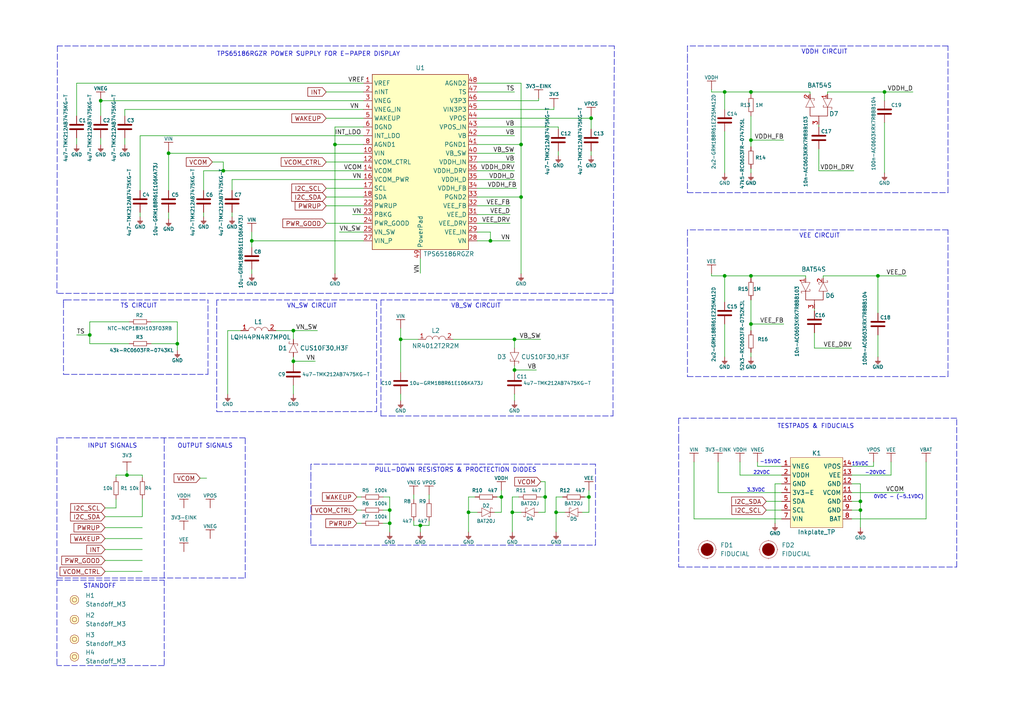
<source format=kicad_sch>
(kicad_sch (version 20211123) (generator eeschema)

  (uuid 6a6b9c39-4591-47da-af95-edc56c65db15)

  (paper "A4")

  (lib_symbols
    (symbol "e-radionica.com schematics:0603C" (pin_numbers hide) (pin_names (offset 0.002)) (in_bom yes) (on_board yes)
      (property "Reference" "C" (id 0) (at 0 3.81 0)
        (effects (font (size 1 1)))
      )
      (property "Value" "0603C" (id 1) (at 0 -3.175 0)
        (effects (font (size 1 1)))
      )
      (property "Footprint" "e-radionica.com footprinti:0603C" (id 2) (at 0.635 -4.445 0)
        (effects (font (size 1 1)) hide)
      )
      (property "Datasheet" "" (id 3) (at 0 0 0)
        (effects (font (size 1 1)) hide)
      )
      (symbol "0603C_0_1"
        (polyline
          (pts
            (xy -0.635 1.905)
            (xy -0.635 -1.905)
          )
          (stroke (width 0.5) (type default) (color 0 0 0 0))
          (fill (type none))
        )
        (polyline
          (pts
            (xy 0.635 1.905)
            (xy 0.635 -1.905)
          )
          (stroke (width 0.5) (type default) (color 0 0 0 0))
          (fill (type none))
        )
      )
      (symbol "0603C_1_1"
        (pin passive line (at -3.175 0 0) (length 2.54)
          (name "~" (effects (font (size 1.27 1.27))))
          (number "1" (effects (font (size 1.27 1.27))))
        )
        (pin passive line (at 3.175 0 180) (length 2.54)
          (name "~" (effects (font (size 1.27 1.27))))
          (number "2" (effects (font (size 1.27 1.27))))
        )
      )
    )
    (symbol "e-radionica.com schematics:0603R" (pin_numbers hide) (pin_names (offset 0.254)) (in_bom yes) (on_board yes)
      (property "Reference" "R" (id 0) (at 0 1.27 0)
        (effects (font (size 1 1)))
      )
      (property "Value" "0603R" (id 1) (at 0 -1.905 0)
        (effects (font (size 1 1)))
      )
      (property "Footprint" "e-radionica.com footprinti:0603R" (id 2) (at 0 -3.81 0)
        (effects (font (size 1 1)) hide)
      )
      (property "Datasheet" "" (id 3) (at -0.635 1.905 0)
        (effects (font (size 1 1)) hide)
      )
      (symbol "0603R_0_1"
        (rectangle (start -1.905 -0.635) (end 1.905 -0.6604)
          (stroke (width 0.1) (type default) (color 0 0 0 0))
          (fill (type none))
        )
        (rectangle (start -1.905 0.635) (end -1.8796 -0.635)
          (stroke (width 0.1) (type default) (color 0 0 0 0))
          (fill (type none))
        )
        (rectangle (start -1.905 0.635) (end 1.905 0.6096)
          (stroke (width 0.1) (type default) (color 0 0 0 0))
          (fill (type none))
        )
        (rectangle (start 1.905 0.635) (end 1.9304 -0.635)
          (stroke (width 0.1) (type default) (color 0 0 0 0))
          (fill (type none))
        )
      )
      (symbol "0603R_1_1"
        (pin passive line (at -3.175 0 0) (length 1.27)
          (name "~" (effects (font (size 1.27 1.27))))
          (number "1" (effects (font (size 1.27 1.27))))
        )
        (pin passive line (at 3.175 0 180) (length 1.27)
          (name "~" (effects (font (size 1.27 1.27))))
          (number "2" (effects (font (size 1.27 1.27))))
        )
      )
    )
    (symbol "e-radionica.com schematics:0805C" (pin_numbers hide) (in_bom yes) (on_board yes)
      (property "Reference" "C" (id 0) (at 0 3.81 0)
        (effects (font (size 1 1)))
      )
      (property "Value" "0805C" (id 1) (at 0 -3.175 0)
        (effects (font (size 1 1)))
      )
      (property "Footprint" "e-radionica.com footprinti:0805C" (id 2) (at 0 -5.08 0)
        (effects (font (size 1 1)) hide)
      )
      (property "Datasheet" "" (id 3) (at 0 0 0)
        (effects (font (size 1 1)) hide)
      )
      (symbol "0805C_0_1"
        (polyline
          (pts
            (xy -0.635 1.905)
            (xy -0.635 -1.905)
          )
          (stroke (width 0.5) (type default) (color 0 0 0 0))
          (fill (type none))
        )
        (polyline
          (pts
            (xy 0.635 1.905)
            (xy 0.635 -1.905)
          )
          (stroke (width 0.5) (type default) (color 0 0 0 0))
          (fill (type none))
        )
      )
      (symbol "0805C_1_1"
        (pin passive line (at -3.175 0 0) (length 2.54)
          (name "~" (effects (font (size 1.27 1.27))))
          (number "1" (effects (font (size 1.27 1.27))))
        )
        (pin passive line (at 3.175 0 180) (length 2.54)
          (name "~" (effects (font (size 1.27 1.27))))
          (number "2" (effects (font (size 1.27 1.27))))
        )
      )
    )
    (symbol "e-radionica.com schematics:3V3" (power) (pin_names (offset 0)) (in_bom yes) (on_board yes)
      (property "Reference" "#PWR" (id 0) (at 4.445 0 0)
        (effects (font (size 1 1)) hide)
      )
      (property "Value" "3V3" (id 1) (at 0 3.556 0)
        (effects (font (size 1 1)))
      )
      (property "Footprint" "" (id 2) (at 4.445 3.81 0)
        (effects (font (size 1 1)) hide)
      )
      (property "Datasheet" "" (id 3) (at 4.445 3.81 0)
        (effects (font (size 1 1)) hide)
      )
      (property "ki_keywords" "power-flag" (id 4) (at 0 0 0)
        (effects (font (size 1.27 1.27)) hide)
      )
      (property "ki_description" "Power symbol creates a global label with name \"3V3\"" (id 5) (at 0 0 0)
        (effects (font (size 1.27 1.27)) hide)
      )
      (symbol "3V3_0_1"
        (polyline
          (pts
            (xy -1.27 2.54)
            (xy 1.27 2.54)
          )
          (stroke (width 0.16) (type default) (color 0 0 0 0))
          (fill (type none))
        )
        (polyline
          (pts
            (xy 0 0)
            (xy 0 2.54)
          )
          (stroke (width 0) (type default) (color 0 0 0 0))
          (fill (type none))
        )
      )
      (symbol "3V3_1_1"
        (pin power_in line (at 0 0 90) (length 0) hide
          (name "3V3" (effects (font (size 1.27 1.27))))
          (number "1" (effects (font (size 1.27 1.27))))
        )
      )
    )
    (symbol "e-radionica.com schematics:3V3-EINK" (power) (pin_names (offset 0)) (in_bom yes) (on_board yes)
      (property "Reference" "#PWR" (id 0) (at 4.445 0 0)
        (effects (font (size 1 1)) hide)
      )
      (property "Value" "3V3-EINK" (id 1) (at 0 3.556 0)
        (effects (font (size 1 1)))
      )
      (property "Footprint" "" (id 2) (at 4.445 3.81 0)
        (effects (font (size 1 1)) hide)
      )
      (property "Datasheet" "" (id 3) (at 4.445 3.81 0)
        (effects (font (size 1 1)) hide)
      )
      (property "ki_keywords" "power-flag" (id 4) (at 0 0 0)
        (effects (font (size 1.27 1.27)) hide)
      )
      (property "ki_description" "Power symbol creates a global label with name \"3V3-EINK\"" (id 5) (at 0 0 0)
        (effects (font (size 1.27 1.27)) hide)
      )
      (symbol "3V3-EINK_0_1"
        (polyline
          (pts
            (xy -1.27 2.54)
            (xy 1.27 2.54)
          )
          (stroke (width 0.16) (type default) (color 0 0 0 0))
          (fill (type none))
        )
        (polyline
          (pts
            (xy 0 0)
            (xy 0 2.54)
          )
          (stroke (width 0) (type default) (color 0 0 0 0))
          (fill (type none))
        )
      )
      (symbol "3V3-EINK_1_1"
        (pin power_in line (at 0 0 90) (length 0) hide
          (name "3V3-EINK" (effects (font (size 1.27 1.27))))
          (number "1" (effects (font (size 1.27 1.27))))
        )
      )
    )
    (symbol "e-radionica.com schematics:BAT20J" (pin_numbers hide) (pin_names hide) (in_bom yes) (on_board yes)
      (property "Reference" "D" (id 0) (at 0 2.54 0)
        (effects (font (size 1 1)))
      )
      (property "Value" "BAT20J" (id 1) (at 0 -2.54 0)
        (effects (font (size 1 1)))
      )
      (property "Footprint" "e-radionica.com footprinti:SOD-323" (id 2) (at 0 -3.81 0)
        (effects (font (size 1 1)) hide)
      )
      (property "Datasheet" "" (id 3) (at 0 0 0)
        (effects (font (size 1 1)) hide)
      )
      (symbol "BAT20J_0_1"
        (polyline
          (pts
            (xy 1.27 1.27)
            (xy 1.778 1.27)
            (xy 1.778 1.016)
          )
          (stroke (width 0.1) (type default) (color 0 0 0 0))
          (fill (type none))
        )
        (polyline
          (pts
            (xy -1.27 -1.27)
            (xy -1.27 1.27)
            (xy 1.27 0)
            (xy -1.27 -1.27)
          )
          (stroke (width 0.1) (type default) (color 0 0 0 0))
          (fill (type none))
        )
        (polyline
          (pts
            (xy 1.27 1.27)
            (xy 1.27 -1.27)
            (xy 0.762 -1.27)
            (xy 0.762 -1.016)
          )
          (stroke (width 0.1) (type default) (color 0 0 0 0))
          (fill (type none))
        )
      )
      (symbol "BAT20J_1_1"
        (pin input line (at -2.54 0 0) (length 1.27)
          (name "A" (effects (font (size 1.27 1.27))))
          (number "1" (effects (font (size 1.27 1.27))))
        )
        (pin input line (at 2.54 0 180) (length 1.27)
          (name "C" (effects (font (size 1.27 1.27))))
          (number "2" (effects (font (size 1.27 1.27))))
        )
      )
    )
    (symbol "e-radionica.com schematics:BAT54S" (pin_names hide) (in_bom yes) (on_board yes)
      (property "Reference" "D" (id 0) (at 0 5.08 0)
        (effects (font (size 1.27 1.27)))
      )
      (property "Value" "BAT54S" (id 1) (at 0 -5.08 0)
        (effects (font (size 1.27 1.27)))
      )
      (property "Footprint" "e-radionica.com footprinti:SOT-23-3" (id 2) (at -1.27 -7.62 0)
        (effects (font (size 1.27 1.27)) hide)
      )
      (property "Datasheet" "" (id 3) (at -2.54 2.54 0)
        (effects (font (size 1.27 1.27)) hide)
      )
      (symbol "BAT54S_0_1"
        (polyline
          (pts
            (xy 2.54 0)
            (xy 1.27 0)
          )
          (stroke (width 0) (type default) (color 0 0 0 0))
          (fill (type none))
        )
        (polyline
          (pts
            (xy -3.81 -3.81)
            (xy -4.318 -3.81)
            (xy -4.318 -3.556)
          )
          (stroke (width 0.1) (type default) (color 0 0 0 0))
          (fill (type none))
        )
        (polyline
          (pts
            (xy -1.27 3.81)
            (xy -0.762 3.81)
            (xy -0.762 3.556)
          )
          (stroke (width 0.1) (type default) (color 0 0 0 0))
          (fill (type none))
        )
        (polyline
          (pts
            (xy -3.81 -3.81)
            (xy -3.81 -1.27)
            (xy -3.302 -1.27)
            (xy -3.302 -1.524)
          )
          (stroke (width 0.1) (type default) (color 0 0 0 0))
          (fill (type none))
        )
        (polyline
          (pts
            (xy -3.81 1.27)
            (xy -3.81 3.81)
            (xy -1.27 2.54)
            (xy -3.81 1.27)
          )
          (stroke (width 0.1) (type default) (color 0 0 0 0))
          (fill (type none))
        )
        (polyline
          (pts
            (xy -1.27 -1.27)
            (xy -1.27 -3.81)
            (xy -3.81 -2.54)
            (xy -1.27 -1.27)
          )
          (stroke (width 0.1) (type default) (color 0 0 0 0))
          (fill (type none))
        )
        (polyline
          (pts
            (xy -1.27 2.54)
            (xy 1.27 2.54)
            (xy 1.27 -2.54)
            (xy -1.27 -2.54)
          )
          (stroke (width 0) (type default) (color 0 0 0 0))
          (fill (type none))
        )
        (polyline
          (pts
            (xy -1.27 3.81)
            (xy -1.27 1.27)
            (xy -1.778 1.27)
            (xy -1.778 1.524)
          )
          (stroke (width 0.1) (type default) (color 0 0 0 0))
          (fill (type none))
        )
      )
      (symbol "BAT54S_1_1"
        (pin input line (at -5.08 2.54 0) (length 1.27)
          (name "A" (effects (font (size 1.27 1.27))))
          (number "1" (effects (font (size 1.27 1.27))))
        )
        (pin input line (at -5.08 -2.54 0) (length 1.27)
          (name "K" (effects (font (size 1.27 1.27))))
          (number "2" (effects (font (size 1.27 1.27))))
        )
        (pin input line (at 3.81 0 180) (length 1.27)
          (name "3" (effects (font (size 1.27 1.27))))
          (number "3" (effects (font (size 1.27 1.27))))
        )
      )
    )
    (symbol "e-radionica.com schematics:CUS10F30,H3F" (pin_numbers hide) (pin_names hide) (in_bom yes) (on_board yes)
      (property "Reference" "D" (id 0) (at 0 2.54 0)
        (effects (font (size 1.27 1.27)))
      )
      (property "Value" "CUS10F30,H3F" (id 1) (at 0 -2.54 0)
        (effects (font (size 1.27 1.27)))
      )
      (property "Footprint" "e-radionica.com footprinti:SOD-323-2" (id 2) (at 0 -5.08 0)
        (effects (font (size 1.27 1.27)) hide)
      )
      (property "Datasheet" "" (id 3) (at 0 6.35 0)
        (effects (font (size 1.27 1.27)) hide)
      )
      (symbol "CUS10F30,H3F_0_1"
        (polyline
          (pts
            (xy 1.27 1.27)
            (xy 1.778 1.27)
            (xy 1.778 1.016)
          )
          (stroke (width 0.1) (type default) (color 0 0 0 0))
          (fill (type none))
        )
        (polyline
          (pts
            (xy -1.27 -1.27)
            (xy -1.27 1.27)
            (xy 1.27 0)
            (xy -1.27 -1.27)
          )
          (stroke (width 0.1) (type default) (color 0 0 0 0))
          (fill (type none))
        )
        (polyline
          (pts
            (xy 1.27 1.27)
            (xy 1.27 -1.27)
            (xy 0.762 -1.27)
            (xy 0.762 -1.016)
          )
          (stroke (width 0.1) (type default) (color 0 0 0 0))
          (fill (type none))
        )
      )
      (symbol "CUS10F30,H3F_1_1"
        (pin input line (at 2.54 0 180) (length 1.27)
          (name "C" (effects (font (size 1.27 1.27))))
          (number "1" (effects (font (size 1.27 1.27))))
        )
        (pin input line (at -2.54 0 0) (length 1.27)
          (name "A" (effects (font (size 1.27 1.27))))
          (number "2" (effects (font (size 1.27 1.27))))
        )
      )
    )
    (symbol "e-radionica.com schematics:FIDUCIAL" (in_bom no) (on_board yes)
      (property "Reference" "FD" (id 0) (at 0 3.81 0)
        (effects (font (size 1.27 1.27)))
      )
      (property "Value" "FIDUCIAL" (id 1) (at 0 -3.81 0)
        (effects (font (size 1.27 1.27)))
      )
      (property "Footprint" "e-radionica.com footprinti:FIDUCIAL_23" (id 2) (at 0.254 -5.334 0)
        (effects (font (size 1.27 1.27)) hide)
      )
      (property "Datasheet" "" (id 3) (at 0 0 0)
        (effects (font (size 1.27 1.27)) hide)
      )
      (symbol "FIDUCIAL_0_1"
        (polyline
          (pts
            (xy -2.54 0)
            (xy -2.794 0)
          )
          (stroke (width 0.0006) (type default) (color 0 0 0 0))
          (fill (type none))
        )
        (polyline
          (pts
            (xy 0 -2.54)
            (xy 0 -2.794)
          )
          (stroke (width 0.0006) (type default) (color 0 0 0 0))
          (fill (type none))
        )
        (polyline
          (pts
            (xy 0 2.54)
            (xy 0 2.794)
          )
          (stroke (width 0.0006) (type default) (color 0 0 0 0))
          (fill (type none))
        )
        (polyline
          (pts
            (xy 2.54 0)
            (xy 2.794 0)
          )
          (stroke (width 0.0006) (type default) (color 0 0 0 0))
          (fill (type none))
        )
        (circle (center 0 0) (radius 1.7961)
          (stroke (width 0.001) (type default) (color 0 0 0 0))
          (fill (type outline))
        )
        (circle (center 0 0) (radius 2.54)
          (stroke (width 0.0006) (type default) (color 0 0 0 0))
          (fill (type none))
        )
      )
    )
    (symbol "e-radionica.com schematics:GND" (power) (pin_names (offset 0)) (in_bom yes) (on_board yes)
      (property "Reference" "#PWR" (id 0) (at 4.445 0 0)
        (effects (font (size 1 1)) hide)
      )
      (property "Value" "GND" (id 1) (at 0 -2.921 0)
        (effects (font (size 1 1)))
      )
      (property "Footprint" "" (id 2) (at 4.445 3.81 0)
        (effects (font (size 1 1)) hide)
      )
      (property "Datasheet" "" (id 3) (at 4.445 3.81 0)
        (effects (font (size 1 1)) hide)
      )
      (property "ki_keywords" "power-flag" (id 4) (at 0 0 0)
        (effects (font (size 1.27 1.27)) hide)
      )
      (property "ki_description" "Power symbol creates a global label with name \"GND\"" (id 5) (at 0 0 0)
        (effects (font (size 1.27 1.27)) hide)
      )
      (symbol "GND_0_1"
        (polyline
          (pts
            (xy -0.762 -1.27)
            (xy 0.762 -1.27)
          )
          (stroke (width 0.16) (type default) (color 0 0 0 0))
          (fill (type none))
        )
        (polyline
          (pts
            (xy -0.635 -1.524)
            (xy 0.635 -1.524)
          )
          (stroke (width 0.16) (type default) (color 0 0 0 0))
          (fill (type none))
        )
        (polyline
          (pts
            (xy -0.381 -1.778)
            (xy 0.381 -1.778)
          )
          (stroke (width 0.16) (type default) (color 0 0 0 0))
          (fill (type none))
        )
        (polyline
          (pts
            (xy -0.127 -2.032)
            (xy 0.127 -2.032)
          )
          (stroke (width 0.16) (type default) (color 0 0 0 0))
          (fill (type none))
        )
        (polyline
          (pts
            (xy 0 0)
            (xy 0 -1.27)
          )
          (stroke (width 0.16) (type default) (color 0 0 0 0))
          (fill (type none))
        )
      )
      (symbol "GND_1_1"
        (pin power_in line (at 0 0 270) (length 0) hide
          (name "GND" (effects (font (size 1.27 1.27))))
          (number "1" (effects (font (size 1.27 1.27))))
        )
      )
    )
    (symbol "e-radionica.com schematics:Inkplate_TP" (in_bom yes) (on_board yes)
      (property "Reference" "K" (id 0) (at 0 11.43 0)
        (effects (font (size 1.27 1.27)))
      )
      (property "Value" "Inkplate_TP" (id 1) (at 0 -11.43 0)
        (effects (font (size 1.27 1.27)))
      )
      (property "Footprint" "e-radionica.com footprinti:INKPLATE TEST HEADER" (id 2) (at -2.54 -13.97 0)
        (effects (font (size 1.27 1.27)) hide)
      )
      (property "Datasheet" "" (id 3) (at -1.27 0 0)
        (effects (font (size 1.27 1.27)) hide)
      )
      (symbol "Inkplate_TP_0_1"
        (rectangle (start -7.62 10.16) (end 7.62 -10.16)
          (stroke (width 0.1) (type default) (color 0 0 0 0))
          (fill (type background))
        )
      )
      (symbol "Inkplate_TP_1_1"
        (pin passive line (at -10.16 7.62 0) (length 2.54)
          (name "VNEG" (effects (font (size 1.27 1.27))))
          (number "1" (effects (font (size 1.27 1.27))))
        )
        (pin passive line (at 10.16 -2.54 180) (length 2.54)
          (name "GND" (effects (font (size 1.27 1.27))))
          (number "10" (effects (font (size 1.27 1.27))))
        )
        (pin passive line (at 10.16 0 180) (length 2.54)
          (name "VCOM" (effects (font (size 1.27 1.27))))
          (number "11" (effects (font (size 1.27 1.27))))
        )
        (pin passive line (at 10.16 2.54 180) (length 2.54)
          (name "GND" (effects (font (size 1.27 1.27))))
          (number "12" (effects (font (size 1.27 1.27))))
        )
        (pin passive line (at 10.16 5.08 180) (length 2.54)
          (name "VEE" (effects (font (size 1.27 1.27))))
          (number "13" (effects (font (size 1.27 1.27))))
        )
        (pin passive line (at 10.16 7.62 180) (length 2.54)
          (name "VPOS" (effects (font (size 1.27 1.27))))
          (number "14" (effects (font (size 1.27 1.27))))
        )
        (pin passive line (at -10.16 5.08 0) (length 2.54)
          (name "VDDH" (effects (font (size 1.27 1.27))))
          (number "2" (effects (font (size 1.27 1.27))))
        )
        (pin passive line (at -10.16 2.54 0) (length 2.54)
          (name "GND" (effects (font (size 1.27 1.27))))
          (number "3" (effects (font (size 1.27 1.27))))
        )
        (pin passive line (at -10.16 0 0) (length 2.54)
          (name "3V3-E" (effects (font (size 1.27 1.27))))
          (number "4" (effects (font (size 1.27 1.27))))
        )
        (pin passive line (at -10.16 -2.54 0) (length 2.54)
          (name "SDA" (effects (font (size 1.27 1.27))))
          (number "5" (effects (font (size 1.27 1.27))))
        )
        (pin passive line (at -10.16 -5.08 0) (length 2.54)
          (name "SCL" (effects (font (size 1.27 1.27))))
          (number "6" (effects (font (size 1.27 1.27))))
        )
        (pin passive line (at -10.16 -7.62 0) (length 2.54)
          (name "VIN" (effects (font (size 1.27 1.27))))
          (number "7" (effects (font (size 1.27 1.27))))
        )
        (pin passive line (at 10.16 -7.62 180) (length 2.54)
          (name "BAT" (effects (font (size 1.27 1.27))))
          (number "8" (effects (font (size 1.27 1.27))))
        )
        (pin passive line (at 10.16 -5.08 180) (length 2.54)
          (name "GND" (effects (font (size 1.27 1.27))))
          (number "9" (effects (font (size 1.27 1.27))))
        )
      )
    )
    (symbol "e-radionica.com schematics:LQH44PN4R7MP0L" (in_bom yes) (on_board yes)
      (property "Reference" "L" (id 0) (at 0 2.54 0)
        (effects (font (size 1.27 1.27)))
      )
      (property "Value" "LQH44PN4R7MP0L" (id 1) (at 0 -1.27 0)
        (effects (font (size 1.27 1.27)))
      )
      (property "Footprint" "e-radionica.com footprinti:1515L" (id 2) (at 0 -3.81 0)
        (effects (font (size 1.27 1.27)) hide)
      )
      (property "Datasheet" "" (id 3) (at 0 1.27 0)
        (effects (font (size 1.27 1.27)) hide)
      )
      (symbol "LQH44PN4R7MP0L_0_1"
        (arc (start -0.9525 0.0138) (mid -1.905 0.9526) (end -2.8575 0.0138)
          (stroke (width 0.1) (type default) (color 0 0 0 0))
          (fill (type none))
        )
        (arc (start 0.9525 0.0138) (mid 0 0.9526) (end -0.9525 0.0138)
          (stroke (width 0.1) (type default) (color 0 0 0 0))
          (fill (type none))
        )
        (arc (start 2.8575 0.0138) (mid 1.905 0.9526) (end 0.9525 0.0138)
          (stroke (width 0.1) (type default) (color 0 0 0 0))
          (fill (type none))
        )
      )
      (symbol "LQH44PN4R7MP0L_1_1"
        (pin passive line (at -5.08 0 0) (length 2.2)
          (name "" (effects (font (size 1.27 1.27))))
          (number "1" (effects (font (size 1.27 1.27))))
        )
        (pin passive line (at 5.08 0 180) (length 2.2)
          (name "" (effects (font (size 1.27 1.27))))
          (number "2" (effects (font (size 1.27 1.27))))
        )
      )
    )
    (symbol "e-radionica.com schematics:NR4012T2R2M" (in_bom yes) (on_board yes)
      (property "Reference" "L" (id 0) (at 0 2.54 0)
        (effects (font (size 1.27 1.27)))
      )
      (property "Value" "NR4012T2R2M" (id 1) (at 0 -1.27 0)
        (effects (font (size 1.27 1.27)))
      )
      (property "Footprint" "e-radionica.com footprinti:NR4012" (id 2) (at -1.27 -3.81 0)
        (effects (font (size 1.27 1.27)) hide)
      )
      (property "Datasheet" "" (id 3) (at 0 6.35 0)
        (effects (font (size 1.27 1.27)) hide)
      )
      (symbol "NR4012T2R2M_0_1"
        (arc (start -0.9525 0.0138) (mid -1.905 0.9526) (end -2.8575 0.0138)
          (stroke (width 0.1) (type default) (color 0 0 0 0))
          (fill (type none))
        )
        (arc (start 0.9525 0.0138) (mid 0 0.9526) (end -0.9525 0.0138)
          (stroke (width 0.1) (type default) (color 0 0 0 0))
          (fill (type none))
        )
        (arc (start 2.8575 0.0138) (mid 1.905 0.9526) (end 0.9525 0.0138)
          (stroke (width 0.1) (type default) (color 0 0 0 0))
          (fill (type none))
        )
      )
      (symbol "NR4012T2R2M_1_1"
        (pin passive line (at -5.08 0 0) (length 2.2)
          (name "" (effects (font (size 1.27 1.27))))
          (number "1" (effects (font (size 1.27 1.27))))
        )
        (pin passive line (at 5.08 0 180) (length 2.2)
          (name "" (effects (font (size 1.27 1.27))))
          (number "2" (effects (font (size 1.27 1.27))))
        )
      )
    )
    (symbol "e-radionica.com schematics:Standoff_M3" (in_bom yes) (on_board yes)
      (property "Reference" "H" (id 0) (at 0 2.54 0)
        (effects (font (size 1.27 1.27)))
      )
      (property "Value" "Standoff_M3" (id 1) (at 0 -2.54 0)
        (effects (font (size 1.27 1.27)))
      )
      (property "Footprint" "e-radionica.com footprinti:Standoff_M3" (id 2) (at 0 -3.81 0)
        (effects (font (size 1.27 1.27)) hide)
      )
      (property "Datasheet" "" (id 3) (at 0 0 0)
        (effects (font (size 1.27 1.27)) hide)
      )
      (property "ki_keywords" "standoff odstojnik" (id 4) (at 0 0 0)
        (effects (font (size 1.27 1.27)) hide)
      )
      (property "ki_description" "M3 standoff SMTSO-M3-7ET" (id 5) (at 0 0 0)
        (effects (font (size 1.27 1.27)) hide)
      )
      (symbol "Standoff_M3_0_1"
        (circle (center 0 0) (radius 0.635)
          (stroke (width 0.1) (type default) (color 0 0 0 0))
          (fill (type none))
        )
        (circle (center 0 0) (radius 1.27)
          (stroke (width 0.1) (type default) (color 0 0 0 0))
          (fill (type background))
        )
      )
    )
    (symbol "e-radionica.com schematics:TPS65186RGZR" (in_bom yes) (on_board yes)
      (property "Reference" "U" (id 0) (at 0 27.94 0)
        (effects (font (size 1.27 1.27)))
      )
      (property "Value" "TPS65186RGZR" (id 1) (at 7.62 -26.67 0)
        (effects (font (size 1.27 1.27)))
      )
      (property "Footprint" "e-radionica.com footprinti:VQFN-49" (id 2) (at 1.27 -31.75 0)
        (effects (font (size 1.27 1.27)) hide)
      )
      (property "Datasheet" "" (id 3) (at 0 29.21 0)
        (effects (font (size 1.27 1.27)) hide)
      )
      (symbol "TPS65186RGZR_0_1"
        (rectangle (start -13.97 26.67) (end 13.97 -24.13)
          (stroke (width 0.1524) (type default) (color 0 0 0 0))
          (fill (type background))
        )
      )
      (symbol "TPS65186RGZR_1_1"
        (pin input line (at -16.51 24.13 0) (length 2.54)
          (name "VREF" (effects (font (size 1.27 1.27))))
          (number "1" (effects (font (size 1.27 1.27))))
        )
        (pin input line (at -16.51 3.81 0) (length 2.54)
          (name "VIN" (effects (font (size 1.27 1.27))))
          (number "10" (effects (font (size 1.27 1.27))))
        )
        (pin input line (at -16.51 1.27 0) (length 2.54)
          (name "VCOM_CTRL" (effects (font (size 1.27 1.27))))
          (number "12" (effects (font (size 1.27 1.27))))
        )
        (pin input line (at -16.51 -1.27 0) (length 2.54)
          (name "VCOM" (effects (font (size 1.27 1.27))))
          (number "14" (effects (font (size 1.27 1.27))))
        )
        (pin input line (at -16.51 -3.81 0) (length 2.54)
          (name "VCOM_PWR" (effects (font (size 1.27 1.27))))
          (number "16" (effects (font (size 1.27 1.27))))
        )
        (pin input line (at -16.51 -6.35 0) (length 2.54)
          (name "SCL" (effects (font (size 1.27 1.27))))
          (number "17" (effects (font (size 1.27 1.27))))
        )
        (pin input line (at -16.51 -8.89 0) (length 2.54)
          (name "SDA" (effects (font (size 1.27 1.27))))
          (number "18" (effects (font (size 1.27 1.27))))
        )
        (pin input line (at -16.51 21.59 0) (length 2.54)
          (name "nINT" (effects (font (size 1.27 1.27))))
          (number "2" (effects (font (size 1.27 1.27))))
        )
        (pin input line (at -16.51 -11.43 0) (length 2.54)
          (name "PWRUP" (effects (font (size 1.27 1.27))))
          (number "22" (effects (font (size 1.27 1.27))))
        )
        (pin input line (at -16.51 -13.97 0) (length 2.54)
          (name "PBKG" (effects (font (size 1.27 1.27))))
          (number "23" (effects (font (size 1.27 1.27))))
        )
        (pin input line (at -16.51 -16.51 0) (length 2.54)
          (name "PWR_GOOD" (effects (font (size 1.27 1.27))))
          (number "24" (effects (font (size 1.27 1.27))))
        )
        (pin input line (at -16.51 -19.05 0) (length 2.54)
          (name "VN_SW" (effects (font (size 1.27 1.27))))
          (number "25" (effects (font (size 1.27 1.27))))
        )
        (pin input line (at -16.51 -21.59 0) (length 2.54)
          (name "VIN_P" (effects (font (size 1.27 1.27))))
          (number "27" (effects (font (size 1.27 1.27))))
        )
        (pin input line (at 16.51 -21.59 180) (length 2.54)
          (name "VN" (effects (font (size 1.27 1.27))))
          (number "28" (effects (font (size 1.27 1.27))))
        )
        (pin input line (at 16.51 -19.05 180) (length 2.54)
          (name "VEE_IN" (effects (font (size 1.27 1.27))))
          (number "29" (effects (font (size 1.27 1.27))))
        )
        (pin input line (at -16.51 19.05 0) (length 2.54)
          (name "VNEG" (effects (font (size 1.27 1.27))))
          (number "3" (effects (font (size 1.27 1.27))))
        )
        (pin input line (at 16.51 -16.51 180) (length 2.54)
          (name "VEE_DRV" (effects (font (size 1.27 1.27))))
          (number "30" (effects (font (size 1.27 1.27))))
        )
        (pin input line (at 16.51 -13.97 180) (length 2.54)
          (name "VEE_D" (effects (font (size 1.27 1.27))))
          (number "31" (effects (font (size 1.27 1.27))))
        )
        (pin input line (at 16.51 -11.43 180) (length 2.54)
          (name "VEE_FB" (effects (font (size 1.27 1.27))))
          (number "32" (effects (font (size 1.27 1.27))))
        )
        (pin input line (at 16.51 -8.89 180) (length 2.54)
          (name "PGND2" (effects (font (size 1.27 1.27))))
          (number "33" (effects (font (size 1.27 1.27))))
        )
        (pin input line (at 16.51 -6.35 180) (length 2.54)
          (name "VDDH_FB" (effects (font (size 1.27 1.27))))
          (number "34" (effects (font (size 1.27 1.27))))
        )
        (pin input line (at 16.51 -3.81 180) (length 2.54)
          (name "VDDH_D" (effects (font (size 1.27 1.27))))
          (number "35" (effects (font (size 1.27 1.27))))
        )
        (pin input line (at 16.51 -1.27 180) (length 2.54)
          (name "VDDH_DRV" (effects (font (size 1.27 1.27))))
          (number "36" (effects (font (size 1.27 1.27))))
        )
        (pin input line (at 16.51 1.27 180) (length 2.54)
          (name "VDDH_IN" (effects (font (size 1.27 1.27))))
          (number "37" (effects (font (size 1.27 1.27))))
        )
        (pin input line (at -16.51 16.51 0) (length 2.54)
          (name "VNEG_IN" (effects (font (size 1.27 1.27))))
          (number "4" (effects (font (size 1.27 1.27))))
        )
        (pin input line (at 16.51 3.81 180) (length 2.54)
          (name "VB_SW" (effects (font (size 1.27 1.27))))
          (number "40" (effects (font (size 1.27 1.27))))
        )
        (pin input line (at 16.51 6.35 180) (length 2.54)
          (name "PGND1" (effects (font (size 1.27 1.27))))
          (number "41" (effects (font (size 1.27 1.27))))
        )
        (pin input line (at 16.51 8.89 180) (length 2.54)
          (name "VB" (effects (font (size 1.27 1.27))))
          (number "42" (effects (font (size 1.27 1.27))))
        )
        (pin input line (at 16.51 11.43 180) (length 2.54)
          (name "VPOS_IN" (effects (font (size 1.27 1.27))))
          (number "43" (effects (font (size 1.27 1.27))))
        )
        (pin input line (at 16.51 13.97 180) (length 2.54)
          (name "VPOS" (effects (font (size 1.27 1.27))))
          (number "44" (effects (font (size 1.27 1.27))))
        )
        (pin input line (at 16.51 16.51 180) (length 2.54)
          (name "VIN3P3" (effects (font (size 1.27 1.27))))
          (number "45" (effects (font (size 1.27 1.27))))
        )
        (pin input line (at 16.51 19.05 180) (length 2.54)
          (name "V3P3" (effects (font (size 1.27 1.27))))
          (number "46" (effects (font (size 1.27 1.27))))
        )
        (pin input line (at 16.51 21.59 180) (length 2.54)
          (name "TS" (effects (font (size 1.27 1.27))))
          (number "47" (effects (font (size 1.27 1.27))))
        )
        (pin input line (at 16.51 24.13 180) (length 2.54)
          (name "AGND2" (effects (font (size 1.27 1.27))))
          (number "48" (effects (font (size 1.27 1.27))))
        )
        (pin input line (at 0 -26.67 90) (length 2.54)
          (name "PowerPad" (effects (font (size 1.27 1.27))))
          (number "49" (effects (font (size 1.27 1.27))))
        )
        (pin input line (at -16.51 13.97 0) (length 2.54)
          (name "WAKEUP" (effects (font (size 1.27 1.27))))
          (number "5" (effects (font (size 1.27 1.27))))
        )
        (pin input line (at -16.51 11.43 0) (length 2.54)
          (name "DGND" (effects (font (size 1.27 1.27))))
          (number "6" (effects (font (size 1.27 1.27))))
        )
        (pin input line (at -16.51 8.89 0) (length 2.54)
          (name "INT_LDO" (effects (font (size 1.27 1.27))))
          (number "7" (effects (font (size 1.27 1.27))))
        )
        (pin input line (at -16.51 6.35 0) (length 2.54)
          (name "AGND1" (effects (font (size 1.27 1.27))))
          (number "8" (effects (font (size 1.27 1.27))))
        )
      )
    )
    (symbol "e-radionica.com schematics:VBAT" (power) (pin_names (offset 0)) (in_bom yes) (on_board yes)
      (property "Reference" "#PWR" (id 0) (at 4.445 0 0)
        (effects (font (size 1 1)) hide)
      )
      (property "Value" "VBAT" (id 1) (at 0 3.556 0)
        (effects (font (size 1 1)))
      )
      (property "Footprint" "" (id 2) (at 4.445 3.81 0)
        (effects (font (size 1 1)) hide)
      )
      (property "Datasheet" "" (id 3) (at 4.445 3.81 0)
        (effects (font (size 1 1)) hide)
      )
      (property "ki_keywords" "power-flag" (id 4) (at 0 0 0)
        (effects (font (size 1.27 1.27)) hide)
      )
      (property "ki_description" "Power symbol creates a global label with name \"VBAT\"" (id 5) (at 0 0 0)
        (effects (font (size 1.27 1.27)) hide)
      )
      (symbol "VBAT_0_1"
        (polyline
          (pts
            (xy -1.27 2.54)
            (xy 1.27 2.54)
          )
          (stroke (width 0.16) (type default) (color 0 0 0 0))
          (fill (type none))
        )
        (polyline
          (pts
            (xy 0 0)
            (xy 0 2.54)
          )
          (stroke (width 0) (type default) (color 0 0 0 0))
          (fill (type none))
        )
      )
      (symbol "VBAT_1_1"
        (pin power_in line (at 0 0 90) (length 0) hide
          (name "VBAT" (effects (font (size 1.27 1.27))))
          (number "1" (effects (font (size 1.27 1.27))))
        )
      )
    )
    (symbol "e-radionica.com schematics:VDDH" (power) (pin_names (offset 0)) (in_bom yes) (on_board yes)
      (property "Reference" "#PWR" (id 0) (at 4.445 0 0)
        (effects (font (size 1 1)) hide)
      )
      (property "Value" "VDDH" (id 1) (at 0 3.556 0)
        (effects (font (size 1 1)))
      )
      (property "Footprint" "" (id 2) (at 4.445 3.81 0)
        (effects (font (size 1 1)) hide)
      )
      (property "Datasheet" "" (id 3) (at 4.445 3.81 0)
        (effects (font (size 1 1)) hide)
      )
      (property "ki_keywords" "power-flag" (id 4) (at 0 0 0)
        (effects (font (size 1.27 1.27)) hide)
      )
      (property "ki_description" "Power symbol creates a global label with name \"VDDH\"" (id 5) (at 0 0 0)
        (effects (font (size 1.27 1.27)) hide)
      )
      (symbol "VDDH_0_1"
        (polyline
          (pts
            (xy -1.27 2.54)
            (xy 1.27 2.54)
          )
          (stroke (width 0.16) (type default) (color 0 0 0 0))
          (fill (type none))
        )
        (polyline
          (pts
            (xy 0 0)
            (xy 0 2.54)
          )
          (stroke (width 0) (type default) (color 0 0 0 0))
          (fill (type none))
        )
      )
      (symbol "VDDH_1_1"
        (pin power_in line (at 0 0 90) (length 0) hide
          (name "VDDH" (effects (font (size 1.27 1.27))))
          (number "1" (effects (font (size 1.27 1.27))))
        )
      )
    )
    (symbol "e-radionica.com schematics:VEE" (power) (pin_names (offset 0)) (in_bom yes) (on_board yes)
      (property "Reference" "#PWR" (id 0) (at 4.445 0 0)
        (effects (font (size 1 1)) hide)
      )
      (property "Value" "VEE" (id 1) (at 0 3.556 0)
        (effects (font (size 1 1)))
      )
      (property "Footprint" "" (id 2) (at 4.445 3.81 0)
        (effects (font (size 1 1)) hide)
      )
      (property "Datasheet" "" (id 3) (at 4.445 3.81 0)
        (effects (font (size 1 1)) hide)
      )
      (property "ki_keywords" "power-flag" (id 4) (at 0 0 0)
        (effects (font (size 1.27 1.27)) hide)
      )
      (property "ki_description" "Power symbol creates a global label with name \"VEE\"" (id 5) (at 0 0 0)
        (effects (font (size 1.27 1.27)) hide)
      )
      (symbol "VEE_0_1"
        (polyline
          (pts
            (xy -1.27 2.54)
            (xy 1.27 2.54)
          )
          (stroke (width 0.16) (type default) (color 0 0 0 0))
          (fill (type none))
        )
        (polyline
          (pts
            (xy 0 0)
            (xy 0 2.54)
          )
          (stroke (width 0) (type default) (color 0 0 0 0))
          (fill (type none))
        )
      )
      (symbol "VEE_1_1"
        (pin power_in line (at 0 0 90) (length 0) hide
          (name "VEE" (effects (font (size 1.27 1.27))))
          (number "1" (effects (font (size 1.27 1.27))))
        )
      )
    )
    (symbol "e-radionica.com schematics:VIN" (power) (pin_names (offset 0)) (in_bom yes) (on_board yes)
      (property "Reference" "#PWR" (id 0) (at 4.445 0 0)
        (effects (font (size 1 1)) hide)
      )
      (property "Value" "VIN" (id 1) (at 0 3.556 0)
        (effects (font (size 1 1)))
      )
      (property "Footprint" "" (id 2) (at 4.445 3.81 0)
        (effects (font (size 1 1)) hide)
      )
      (property "Datasheet" "" (id 3) (at 4.445 3.81 0)
        (effects (font (size 1 1)) hide)
      )
      (property "ki_keywords" "power-flag" (id 4) (at 0 0 0)
        (effects (font (size 1.27 1.27)) hide)
      )
      (property "ki_description" "Power symbol creates a global label with name \"VIN\"" (id 5) (at 0 0 0)
        (effects (font (size 1.27 1.27)) hide)
      )
      (symbol "VIN_0_1"
        (polyline
          (pts
            (xy -1.27 2.54)
            (xy 1.27 2.54)
          )
          (stroke (width 0.16) (type default) (color 0 0 0 0))
          (fill (type none))
        )
        (polyline
          (pts
            (xy 0 0)
            (xy 0 2.54)
          )
          (stroke (width 0) (type default) (color 0 0 0 0))
          (fill (type none))
        )
      )
      (symbol "VIN_1_1"
        (pin power_in line (at 0 0 90) (length 0) hide
          (name "VIN" (effects (font (size 1.27 1.27))))
          (number "1" (effects (font (size 1.27 1.27))))
        )
      )
    )
    (symbol "e-radionica.com schematics:VNEG" (power) (pin_names (offset 0)) (in_bom yes) (on_board yes)
      (property "Reference" "#PWR" (id 0) (at 4.445 0 0)
        (effects (font (size 1 1)) hide)
      )
      (property "Value" "VNEG" (id 1) (at 0 3.556 0)
        (effects (font (size 1 1)))
      )
      (property "Footprint" "" (id 2) (at 4.445 3.81 0)
        (effects (font (size 1 1)) hide)
      )
      (property "Datasheet" "" (id 3) (at 4.445 3.81 0)
        (effects (font (size 1 1)) hide)
      )
      (property "ki_keywords" "power-flag" (id 4) (at 0 0 0)
        (effects (font (size 1.27 1.27)) hide)
      )
      (property "ki_description" "Power symbol creates a global label with name \"VNEG\"" (id 5) (at 0 0 0)
        (effects (font (size 1.27 1.27)) hide)
      )
      (symbol "VNEG_0_1"
        (polyline
          (pts
            (xy -1.27 2.54)
            (xy 1.27 2.54)
          )
          (stroke (width 0.16) (type default) (color 0 0 0 0))
          (fill (type none))
        )
        (polyline
          (pts
            (xy 0 0)
            (xy 0 2.54)
          )
          (stroke (width 0) (type default) (color 0 0 0 0))
          (fill (type none))
        )
      )
      (symbol "VNEG_1_1"
        (pin power_in line (at 0 0 90) (length 0) hide
          (name "VNEG" (effects (font (size 1.27 1.27))))
          (number "1" (effects (font (size 1.27 1.27))))
        )
      )
    )
    (symbol "e-radionica.com schematics:VPOS" (power) (pin_names (offset 0)) (in_bom yes) (on_board yes)
      (property "Reference" "#PWR" (id 0) (at 4.445 0 0)
        (effects (font (size 1 1)) hide)
      )
      (property "Value" "VPOS" (id 1) (at 0 3.556 0)
        (effects (font (size 1 1)))
      )
      (property "Footprint" "" (id 2) (at 4.445 3.81 0)
        (effects (font (size 1 1)) hide)
      )
      (property "Datasheet" "" (id 3) (at 4.445 3.81 0)
        (effects (font (size 1 1)) hide)
      )
      (property "ki_keywords" "power-flag" (id 4) (at 0 0 0)
        (effects (font (size 1.27 1.27)) hide)
      )
      (property "ki_description" "Power symbol creates a global label with name \"VPOS\"" (id 5) (at 0 0 0)
        (effects (font (size 1.27 1.27)) hide)
      )
      (symbol "VPOS_0_1"
        (polyline
          (pts
            (xy -1.27 2.54)
            (xy 1.27 2.54)
          )
          (stroke (width 0.16) (type default) (color 0 0 0 0))
          (fill (type none))
        )
        (polyline
          (pts
            (xy 0 0)
            (xy 0 2.54)
          )
          (stroke (width 0) (type default) (color 0 0 0 0))
          (fill (type none))
        )
      )
      (symbol "VPOS_1_1"
        (pin power_in line (at 0 0 90) (length 0) hide
          (name "VPOS" (effects (font (size 1.27 1.27))))
          (number "1" (effects (font (size 1.27 1.27))))
        )
      )
    )
  )

  (junction (at 145.415 144.145) (diameter 0) (color 0 0 0 0)
    (uuid 053c0223-a0f7-4923-8af6-64cb74672f79)
  )
  (junction (at 85.09 104.775) (diameter 0) (color 0 0 0 0)
    (uuid 06dda285-c680-42c4-8e78-01fec3b11192)
  )
  (junction (at 142.24 69.85) (diameter 0) (color 0 0 0 0)
    (uuid 0c91a4f1-0f97-4ceb-94f7-eff09ca0fe2a)
  )
  (junction (at 217.805 40.64) (diameter 0) (color 0 0 0 0)
    (uuid 0cc20d10-da49-4751-8aec-79279d1ad7ad)
  )
  (junction (at 113.03 147.955) (diameter 0) (color 0 0 0 0)
    (uuid 114d0c94-58bb-4cd1-ad45-12e273725579)
  )
  (junction (at 135.89 148.59) (diameter 0) (color 0 0 0 0)
    (uuid 181378e8-7102-4a44-b001-45175260beb8)
  )
  (junction (at 85.09 95.885) (diameter 0) (color 0 0 0 0)
    (uuid 190e5db4-2e78-4247-8e9e-f143f5a2a297)
  )
  (junction (at 151.13 57.15) (diameter 0) (color 0 0 0 0)
    (uuid 1ceef8a0-dd90-43fc-ab0b-17140480f7b3)
  )
  (junction (at 249.555 145.415) (diameter 0) (color 0 0 0 0)
    (uuid 2a6f7c61-1341-4f4d-b5ec-27e968457bfb)
  )
  (junction (at 116.205 98.425) (diameter 0) (color 0 0 0 0)
    (uuid 32e7648c-e2f1-4bcb-ad37-820e92a0f229)
  )
  (junction (at 51.435 99.695) (diameter 0) (color 0 0 0 0)
    (uuid 341a8779-6b9c-452f-a1b0-83caac1916ba)
  )
  (junction (at 26.035 97.155) (diameter 0) (color 0 0 0 0)
    (uuid 37b14c37-2c62-413c-9246-82d11641b9ae)
  )
  (junction (at 161.29 148.59) (diameter 0) (color 0 0 0 0)
    (uuid 3c0ba1db-bd1b-4aef-8d74-7186055f3568)
  )
  (junction (at 149.225 107.315) (diameter 0) (color 0 0 0 0)
    (uuid 4f57ace9-d59d-4a1b-9379-0aa749d06f92)
  )
  (junction (at 113.03 151.765) (diameter 0) (color 0 0 0 0)
    (uuid 54edf527-cd96-4b8d-a4fa-568b3da87f05)
  )
  (junction (at 210.185 80.01) (diameter 0) (color 0 0 0 0)
    (uuid 65e683b2-d11d-4980-81da-76596d7c8ab1)
  )
  (junction (at 64.77 49.53) (diameter 0) (color 0 0 0 0)
    (uuid 69070779-1f86-49f6-8a20-8b15ce52d808)
  )
  (junction (at 149.225 98.425) (diameter 0) (color 0 0 0 0)
    (uuid 69deb4a7-aede-483d-82d3-f6f33e0bc6c7)
  )
  (junction (at 210.185 26.67) (diameter 0) (color 0 0 0 0)
    (uuid 7404db6f-dfb4-4520-9dff-d20b2b8f14a4)
  )
  (junction (at 151.13 41.91) (diameter 0) (color 0 0 0 0)
    (uuid 7b67616c-3f1e-4cef-b353-c94c0e3bb0a5)
  )
  (junction (at 170.815 144.145) (diameter 0) (color 0 0 0 0)
    (uuid 80881318-82e5-40d7-b92d-c41a41b7e7f9)
  )
  (junction (at 217.805 26.67) (diameter 0) (color 0 0 0 0)
    (uuid 81df982c-9ded-4805-986f-ca38ab28732a)
  )
  (junction (at 249.555 147.955) (diameter 0) (color 0 0 0 0)
    (uuid 91eb9ba5-74ad-4ad5-b139-23d963b97aa2)
  )
  (junction (at 73.025 69.85) (diameter 0) (color 0 0 0 0)
    (uuid 98dbeacd-eda1-4446-87dd-ddc62165f2c4)
  )
  (junction (at 121.92 152.4) (diameter 0) (color 0 0 0 0)
    (uuid 99ec6979-bcc8-4337-9bd4-a220817f5d75)
  )
  (junction (at 29.21 29.21) (diameter 0) (color 0 0 0 0)
    (uuid 99eee47b-e281-45a6-a52c-e4d3ca1ed974)
  )
  (junction (at 217.805 80.01) (diameter 0) (color 0 0 0 0)
    (uuid 9cb60955-c68e-4360-936a-fd7a3408769c)
  )
  (junction (at 148.59 148.59) (diameter 0) (color 0 0 0 0)
    (uuid a0164f29-5cad-4dde-9565-c308e73d6a7d)
  )
  (junction (at 97.155 41.91) (diameter 0) (color 0 0 0 0)
    (uuid a4525e50-456e-4d57-9ad8-84d9d1c29cd7)
  )
  (junction (at 48.895 44.45) (diameter 0) (color 0 0 0 0)
    (uuid b27bb8f5-456f-4aba-8556-a2f3e3fb4705)
  )
  (junction (at 171.45 34.29) (diameter 0) (color 0 0 0 0)
    (uuid c6ab59aa-a1dd-4b50-8db5-2646a46a8ffb)
  )
  (junction (at 254.635 80.01) (diameter 0) (color 0 0 0 0)
    (uuid cbcb43ee-5371-462b-81af-dd558facec61)
  )
  (junction (at 256.54 26.67) (diameter 0) (color 0 0 0 0)
    (uuid d65c63a0-aec9-40cb-ad54-89174cfd85c2)
  )
  (junction (at 36.83 137.795) (diameter 0) (color 0 0 0 0)
    (uuid dc135ec0-0fe9-4508-96e6-fc6c850089e5)
  )
  (junction (at 217.805 93.98) (diameter 0) (color 0 0 0 0)
    (uuid dc579a33-235a-407a-9dc8-697676a267b5)
  )
  (junction (at 158.115 144.145) (diameter 0) (color 0 0 0 0)
    (uuid e13fef1c-a0ec-4ca3-8ec6-dfc4d3787a36)
  )

  (polyline (pts (xy 16.51 127) (xy 16.51 167.64))
    (stroke (width 0) (type default) (color 0 0 0 0))
    (uuid 00ed4ad5-9950-491c-996e-6baabaae25cd)
  )

  (wire (pts (xy 156.845 144.145) (xy 158.115 144.145))
    (stroke (width 0) (type default) (color 0 0 0 0))
    (uuid 029f7d78-106e-4d1b-bd23-b89a4eb11af9)
  )
  (wire (pts (xy 138.43 148.59) (xy 135.89 148.59))
    (stroke (width 0) (type default) (color 0 0 0 0))
    (uuid 02d7f152-7aac-461f-8811-194cd4dbe54f)
  )
  (wire (pts (xy 145.415 144.145) (xy 145.415 148.59))
    (stroke (width 0) (type default) (color 0 0 0 0))
    (uuid 04887749-ccfb-4cae-aa67-99d42105b645)
  )
  (wire (pts (xy 138.43 31.75) (xy 160.655 31.75))
    (stroke (width 0) (type default) (color 0 0 0 0))
    (uuid 05ed6cf6-c26c-498c-a604-8fdfd32d16b5)
  )
  (wire (pts (xy 149.225 114.3) (xy 149.225 116.205))
    (stroke (width 0) (type default) (color 0 0 0 0))
    (uuid 06308f8a-c54f-4cb9-866b-49d03930856d)
  )
  (wire (pts (xy 116.205 114.3) (xy 116.205 116.205))
    (stroke (width 0) (type default) (color 0 0 0 0))
    (uuid 06b0de7a-8452-47e4-8156-099c9b3d0d4a)
  )
  (wire (pts (xy 36.195 31.75) (xy 105.41 31.75))
    (stroke (width 0) (type default) (color 0 0 0 0))
    (uuid 0711c6db-703f-460a-9dd0-9bb282688338)
  )
  (wire (pts (xy 30.48 153.035) (xy 41.275 153.035))
    (stroke (width 0) (type default) (color 0 0 0 0))
    (uuid 0931c342-aa39-488b-8409-19c088e2c579)
  )
  (wire (pts (xy 138.43 57.15) (xy 151.13 57.15))
    (stroke (width 0) (type default) (color 0 0 0 0))
    (uuid 096b1bd1-8dba-452e-a7eb-8591c488fdfe)
  )
  (wire (pts (xy 160.655 31.75) (xy 160.655 31.115))
    (stroke (width 0) (type default) (color 0 0 0 0))
    (uuid 0a923e5e-765e-4d98-96f4-9778cf5b22cf)
  )
  (wire (pts (xy 22.225 24.13) (xy 105.41 24.13))
    (stroke (width 0) (type default) (color 0 0 0 0))
    (uuid 0ab0ef08-facb-4705-8b82-cfaf7e133261)
  )
  (wire (pts (xy 237.49 43.18) (xy 237.49 49.53))
    (stroke (width 0) (type default) (color 0 0 0 0))
    (uuid 0bd3ae06-c7a4-4c40-ac96-165de2196200)
  )
  (wire (pts (xy 138.43 67.31) (xy 142.24 67.31))
    (stroke (width 0) (type default) (color 0 0 0 0))
    (uuid 0c6a8975-03d4-4836-94cc-62c8765d5845)
  )
  (wire (pts (xy 208.28 133.985) (xy 208.28 142.875))
    (stroke (width 0) (type default) (color 0 0 0 0))
    (uuid 0d2ada97-d0f4-4564-a63a-8b1ed5f1f7bd)
  )
  (polyline (pts (xy 19.05 86.995) (xy 18.415 86.995))
    (stroke (width 0) (type default) (color 0 0 0 0))
    (uuid 0df071ca-503c-47a8-aa48-54406ff64e04)
  )

  (wire (pts (xy 148.59 148.59) (xy 148.59 144.145))
    (stroke (width 0) (type default) (color 0 0 0 0))
    (uuid 0e9e872a-09bb-4a3c-a9a2-0aed33dd79a8)
  )
  (wire (pts (xy 138.43 49.53) (xy 149.225 49.53))
    (stroke (width 0) (type default) (color 0 0 0 0))
    (uuid 100c3c95-47ca-4757-9c32-6a573cc6e1a3)
  )
  (wire (pts (xy 41.275 138.43) (xy 41.275 137.795))
    (stroke (width 0) (type default) (color 0 0 0 0))
    (uuid 1048e1e0-9c7a-4ba5-bf98-97083e34db21)
  )
  (wire (pts (xy 30.48 149.86) (xy 41.275 149.86))
    (stroke (width 0) (type default) (color 0 0 0 0))
    (uuid 12e90146-8c2a-4165-b7fc-98ec923c5807)
  )
  (polyline (pts (xy 113.03 120.65) (xy 177.8 120.65))
    (stroke (width 0) (type default) (color 0 0 0 0))
    (uuid 13dac8eb-146e-4e11-9e0d-936621b9b5eb)
  )

  (wire (pts (xy 249.555 147.955) (xy 249.555 153.035))
    (stroke (width 0) (type default) (color 0 0 0 0))
    (uuid 13f2d2c0-c4f2-4a1b-a0fe-0db1f65e7ad7)
  )
  (wire (pts (xy 94.615 57.15) (xy 105.41 57.15))
    (stroke (width 0) (type default) (color 0 0 0 0))
    (uuid 140b8cf2-967b-4253-b9ee-aa79a7f32ab3)
  )
  (polyline (pts (xy 199.39 13.335) (xy 199.39 16.51))
    (stroke (width 0) (type default) (color 0 0 0 0))
    (uuid 14abd71a-3eff-442d-8308-3f7cf5251d98)
  )

  (wire (pts (xy 36.83 136.525) (xy 36.83 137.795))
    (stroke (width 0) (type default) (color 0 0 0 0))
    (uuid 1521cda7-86fe-4558-a264-ec3e6be69d27)
  )
  (wire (pts (xy 210.185 26.67) (xy 210.185 31.75))
    (stroke (width 0) (type default) (color 0 0 0 0))
    (uuid 1552b3de-85c6-4aa4-a04e-0e188b8e565e)
  )
  (polyline (pts (xy 274.955 109.22) (xy 274.955 66.675))
    (stroke (width 0) (type default) (color 0 0 0 0))
    (uuid 16aa097c-165b-4d62-b2db-f0ef2c26b85c)
  )

  (wire (pts (xy 30.48 156.21) (xy 41.275 156.21))
    (stroke (width 0) (type default) (color 0 0 0 0))
    (uuid 16fa3ca1-79a9-4ede-ab25-e5557515ac78)
  )
  (wire (pts (xy 26.035 93.345) (xy 37.465 93.345))
    (stroke (width 0) (type default) (color 0 0 0 0))
    (uuid 19a4f767-dc1c-42e6-80bf-577af4534bd6)
  )
  (wire (pts (xy 135.89 148.59) (xy 135.89 154.305))
    (stroke (width 0) (type default) (color 0 0 0 0))
    (uuid 1d671802-4234-43f9-91df-8cd809f79621)
  )
  (polyline (pts (xy 16.637 13.335) (xy 16.51 85.09))
    (stroke (width 0) (type default) (color 0 0 0 0))
    (uuid 1e52a323-b85b-4d20-9a6b-325f1b8a6a61)
  )

  (wire (pts (xy 142.24 67.31) (xy 142.24 69.85))
    (stroke (width 0) (type default) (color 0 0 0 0))
    (uuid 1f86010a-4cd3-43d9-9446-293fed6f20dd)
  )
  (polyline (pts (xy 90.17 137.795) (xy 90.17 158.115))
    (stroke (width 0) (type default) (color 0 0 0 0))
    (uuid 1fb50d9e-b78a-4619-a9e7-3abccc9d4d02)
  )

  (wire (pts (xy 102.235 62.23) (xy 105.41 62.23))
    (stroke (width 0) (type default) (color 0 0 0 0))
    (uuid 1ff94ace-e150-48d4-ae77-4630a99f20ee)
  )
  (wire (pts (xy 236.22 96.52) (xy 236.22 100.965))
    (stroke (width 0) (type default) (color 0 0 0 0))
    (uuid 216f20b6-6b15-45b9-b014-4ef5b42afe8a)
  )
  (wire (pts (xy 145.415 148.59) (xy 143.51 148.59))
    (stroke (width 0) (type default) (color 0 0 0 0))
    (uuid 21a7e865-c24c-47c9-95c0-c2ec9bcaeafd)
  )
  (wire (pts (xy 249.555 145.415) (xy 249.555 147.955))
    (stroke (width 0) (type default) (color 0 0 0 0))
    (uuid 21efc306-5791-4e90-8014-e2a9eb6d34d6)
  )
  (wire (pts (xy 48.895 44.45) (xy 105.41 44.45))
    (stroke (width 0) (type default) (color 0 0 0 0))
    (uuid 223aede2-dfc2-4a6f-b0b7-5729f94aa508)
  )
  (polyline (pts (xy 18.415 87.63) (xy 18.415 108.585))
    (stroke (width 0) (type default) (color 0 0 0 0))
    (uuid 2528ff7d-276b-468c-a841-332afa981cee)
  )

  (wire (pts (xy 149.225 107.315) (xy 155.575 107.315))
    (stroke (width 0) (type default) (color 0 0 0 0))
    (uuid 257238a5-176e-4d1c-a636-2d9de783e6d5)
  )
  (wire (pts (xy 171.45 34.29) (xy 171.45 37.465))
    (stroke (width 0) (type default) (color 0 0 0 0))
    (uuid 26f5e4f4-1c80-4c12-a393-3374b1b95410)
  )
  (wire (pts (xy 138.43 62.23) (xy 147.955 62.23))
    (stroke (width 0) (type default) (color 0 0 0 0))
    (uuid 271e2a9e-9fd3-4206-8475-685d594f8011)
  )
  (wire (pts (xy 210.185 93.98) (xy 210.185 103.505))
    (stroke (width 0) (type default) (color 0 0 0 0))
    (uuid 28637788-f991-4e02-bbe8-3ca3781fa436)
  )
  (wire (pts (xy 247.015 145.415) (xy 249.555 145.415))
    (stroke (width 0) (type default) (color 0 0 0 0))
    (uuid 2a43f577-10de-400f-9f4d-6780652a4886)
  )
  (wire (pts (xy 224.79 140.335) (xy 224.79 151.765))
    (stroke (width 0) (type default) (color 0 0 0 0))
    (uuid 2a77ba96-a89d-4dcb-b57d-14322b867d87)
  )
  (wire (pts (xy 222.25 147.955) (xy 226.695 147.955))
    (stroke (width 0) (type default) (color 0 0 0 0))
    (uuid 2aa47f17-97ce-48f9-a21c-d5c782e995b7)
  )
  (wire (pts (xy 138.43 41.91) (xy 151.13 41.91))
    (stroke (width 0) (type default) (color 0 0 0 0))
    (uuid 2ba79d5f-5977-4383-8973-1b3369469cc2)
  )
  (wire (pts (xy 138.43 52.07) (xy 149.225 52.07))
    (stroke (width 0) (type default) (color 0 0 0 0))
    (uuid 2bb8ee85-bdd6-415d-b9bf-de572d52bfca)
  )
  (wire (pts (xy 161.29 148.59) (xy 161.29 144.145))
    (stroke (width 0) (type default) (color 0 0 0 0))
    (uuid 2bb8f17c-d2be-4db6-bf11-c49f866559c6)
  )
  (wire (pts (xy 258.445 137.795) (xy 247.015 137.795))
    (stroke (width 0) (type default) (color 0 0 0 0))
    (uuid 2bbafe1b-5010-4cc4-97c4-31d1f969cd08)
  )
  (wire (pts (xy 256.54 26.67) (xy 264.795 26.67))
    (stroke (width 0) (type default) (color 0 0 0 0))
    (uuid 2d2f9f7d-9764-40cf-a453-54a13a06e69d)
  )
  (wire (pts (xy 217.805 80.01) (xy 217.805 80.645))
    (stroke (width 0) (type default) (color 0 0 0 0))
    (uuid 2d76d44e-bef1-4a6c-b61d-cfdeee548ee5)
  )
  (wire (pts (xy 171.45 33.655) (xy 171.45 34.29))
    (stroke (width 0) (type default) (color 0 0 0 0))
    (uuid 2e1f8362-cb8a-4867-ac3b-d2213fe39406)
  )
  (wire (pts (xy 131.445 98.425) (xy 149.225 98.425))
    (stroke (width 0) (type default) (color 0 0 0 0))
    (uuid 2e7d14ed-36df-4f2e-acdc-31026260c896)
  )
  (wire (pts (xy 105.41 36.83) (xy 97.155 36.83))
    (stroke (width 0) (type default) (color 0 0 0 0))
    (uuid 31661a0e-1491-413b-954a-1bcd23432c00)
  )
  (wire (pts (xy 214.63 137.795) (xy 226.695 137.795))
    (stroke (width 0) (type default) (color 0 0 0 0))
    (uuid 3166f17b-2ebf-4195-9dad-0b58d50a4f80)
  )
  (polyline (pts (xy 277.495 121.285) (xy 196.85 121.285))
    (stroke (width 0) (type default) (color 0 0 0 0))
    (uuid 3217c754-382e-4d3b-929c-dc65ffaf8f0e)
  )

  (wire (pts (xy 116.205 98.425) (xy 116.205 107.95))
    (stroke (width 0) (type default) (color 0 0 0 0))
    (uuid 349a2689-9274-4e9d-95bb-d58d5d67a5d5)
  )
  (wire (pts (xy 138.43 39.37) (xy 149.225 39.37))
    (stroke (width 0) (type default) (color 0 0 0 0))
    (uuid 3529d64c-be7a-4bf8-86f1-f43fc0a28acd)
  )
  (wire (pts (xy 149.225 98.425) (xy 149.225 100.965))
    (stroke (width 0) (type default) (color 0 0 0 0))
    (uuid 35f469b4-9993-4143-ac50-f73747253526)
  )
  (wire (pts (xy 36.195 33.655) (xy 36.195 31.75))
    (stroke (width 0) (type default) (color 0 0 0 0))
    (uuid 3727a833-3d40-430d-8e53-cbd60443247e)
  )
  (wire (pts (xy 120.015 143.51) (xy 120.015 144.78))
    (stroke (width 0) (type default) (color 0 0 0 0))
    (uuid 39f46285-6ec4-46ea-967a-a085cc5e512f)
  )
  (wire (pts (xy 149.225 98.425) (xy 156.845 98.425))
    (stroke (width 0) (type default) (color 0 0 0 0))
    (uuid 3a0f4a45-031e-4b91-9303-e8b40718f8b4)
  )
  (wire (pts (xy 161.925 43.815) (xy 161.925 45.085))
    (stroke (width 0) (type default) (color 0 0 0 0))
    (uuid 3a63dd42-b90b-4823-9c57-3b0995fe0a0d)
  )
  (wire (pts (xy 254.635 97.155) (xy 254.635 103.505))
    (stroke (width 0) (type default) (color 0 0 0 0))
    (uuid 3c37b3dd-ced5-4c2a-abd6-20ff7f260608)
  )
  (wire (pts (xy 113.03 147.955) (xy 113.03 151.765))
    (stroke (width 0) (type default) (color 0 0 0 0))
    (uuid 3c584e0c-6c23-4fdb-8844-8db227a84ff9)
  )
  (wire (pts (xy 36.83 137.795) (xy 33.655 137.795))
    (stroke (width 0) (type default) (color 0 0 0 0))
    (uuid 3cd0d019-2b0a-4c61-82f1-9d93e0b22ec0)
  )
  (wire (pts (xy 201.295 150.495) (xy 226.695 150.495))
    (stroke (width 0) (type default) (color 0 0 0 0))
    (uuid 3d95731f-2537-470a-9de1-dd7a0553cd19)
  )
  (wire (pts (xy 238.76 80.01) (xy 254.635 80.01))
    (stroke (width 0) (type default) (color 0 0 0 0))
    (uuid 3db993b2-028e-4fe5-ae77-9af003e87612)
  )
  (wire (pts (xy 206.375 80.01) (xy 210.185 80.01))
    (stroke (width 0) (type default) (color 0 0 0 0))
    (uuid 3fada296-287e-4c5d-a2d7-b65eae35a9a0)
  )
  (wire (pts (xy 59.055 49.53) (xy 64.77 49.53))
    (stroke (width 0) (type default) (color 0 0 0 0))
    (uuid 4159fad7-8e91-442e-90f2-55526902c45a)
  )
  (wire (pts (xy 94.615 59.69) (xy 105.41 59.69))
    (stroke (width 0) (type default) (color 0 0 0 0))
    (uuid 41aad57c-9f74-45cf-982b-ff1ed8e86bdf)
  )
  (wire (pts (xy 59.055 61.595) (xy 59.055 62.865))
    (stroke (width 0) (type default) (color 0 0 0 0))
    (uuid 451241aa-3d4a-43eb-b3fb-93a4b27ed0e6)
  )
  (wire (pts (xy 253.365 135.255) (xy 247.015 135.255))
    (stroke (width 0) (type default) (color 0 0 0 0))
    (uuid 4524f9c6-1601-49c1-b2cc-4f03ce737154)
  )
  (wire (pts (xy 214.63 133.985) (xy 214.63 137.795))
    (stroke (width 0) (type default) (color 0 0 0 0))
    (uuid 46189e15-73a7-47af-aa31-8f9fe5430069)
  )
  (wire (pts (xy 161.29 144.145) (xy 163.195 144.145))
    (stroke (width 0) (type default) (color 0 0 0 0))
    (uuid 46b26aa9-9512-4d97-9f70-ad6827638ea7)
  )
  (wire (pts (xy 158.115 139.7) (xy 158.115 144.145))
    (stroke (width 0) (type default) (color 0 0 0 0))
    (uuid 48c20c9c-d84f-466d-ad4e-f33fecd298ea)
  )
  (wire (pts (xy 256.54 26.67) (xy 256.54 29.21))
    (stroke (width 0) (type default) (color 0 0 0 0))
    (uuid 48ccc125-1fd1-4b05-8325-d0f67f178687)
  )
  (wire (pts (xy 217.805 80.01) (xy 233.68 80.01))
    (stroke (width 0) (type default) (color 0 0 0 0))
    (uuid 491fa055-d3b9-464e-a08b-cf4fbe92015f)
  )
  (wire (pts (xy 138.43 24.13) (xy 151.13 24.13))
    (stroke (width 0) (type default) (color 0 0 0 0))
    (uuid 49915c20-7948-4f12-8042-adfcd9782917)
  )
  (polyline (pts (xy 90.17 158.115) (xy 172.72 158.115))
    (stroke (width 0) (type default) (color 0 0 0 0))
    (uuid 4b896d13-4f14-497d-8365-9269eb3a035e)
  )
  (polyline (pts (xy 62.865 86.995) (xy 62.865 119.38))
    (stroke (width 0) (type default) (color 0 0 0 0))
    (uuid 4d742e67-fe9d-47c2-8eb3-287e5fa2ecd6)
  )

  (wire (pts (xy 237.49 49.53) (xy 247.65 49.53))
    (stroke (width 0) (type default) (color 0 0 0 0))
    (uuid 4dc019fa-33c1-4181-b7f0-7ff2297727d7)
  )
  (wire (pts (xy 73.025 67.31) (xy 73.025 69.85))
    (stroke (width 0) (type default) (color 0 0 0 0))
    (uuid 4ecb4ff8-87b3-478c-ac11-8001cd40ddca)
  )
  (wire (pts (xy 138.43 54.61) (xy 149.86 54.61))
    (stroke (width 0) (type default) (color 0 0 0 0))
    (uuid 4f832bed-4b0a-415c-837b-0b2593c15881)
  )
  (wire (pts (xy 158.115 139.7) (xy 156.845 139.7))
    (stroke (width 0) (type default) (color 0 0 0 0))
    (uuid 4fc8027e-a22c-45de-9be7-e465c578a66e)
  )
  (wire (pts (xy 217.805 86.995) (xy 217.805 93.98))
    (stroke (width 0) (type default) (color 0 0 0 0))
    (uuid 514d1196-0c67-46cf-9eec-193cce1f7130)
  )
  (wire (pts (xy 217.805 102.235) (xy 217.805 103.505))
    (stroke (width 0) (type default) (color 0 0 0 0))
    (uuid 5156a161-89f7-4bc6-862f-ef47633de171)
  )
  (wire (pts (xy 85.09 111.76) (xy 85.09 114.3))
    (stroke (width 0) (type default) (color 0 0 0 0))
    (uuid 5279c81c-c4e4-4ed6-98ed-5acd2cae5df3)
  )
  (wire (pts (xy 48.895 43.815) (xy 48.895 44.45))
    (stroke (width 0) (type default) (color 0 0 0 0))
    (uuid 53400141-a877-404b-8421-614faf37dbc7)
  )
  (wire (pts (xy 67.31 55.245) (xy 67.31 52.07))
    (stroke (width 0) (type default) (color 0 0 0 0))
    (uuid 540df67b-f8db-484a-868a-a80e794e8d8d)
  )
  (wire (pts (xy 156.21 29.21) (xy 156.21 28.575))
    (stroke (width 0) (type default) (color 0 0 0 0))
    (uuid 547a84d7-9a8d-4566-81a3-593b6f366520)
  )
  (wire (pts (xy 48.895 61.595) (xy 48.895 63.5))
    (stroke (width 0) (type default) (color 0 0 0 0))
    (uuid 55848e9a-62f5-4ac7-b8ce-273e398e862d)
  )
  (wire (pts (xy 97.155 36.83) (xy 97.155 41.91))
    (stroke (width 0) (type default) (color 0 0 0 0))
    (uuid 566e9479-34cd-4eeb-9f04-da7095cf834d)
  )
  (wire (pts (xy 158.115 144.145) (xy 158.115 148.59))
    (stroke (width 0) (type default) (color 0 0 0 0))
    (uuid 56725147-988d-4b03-961e-4054b84d565f)
  )
  (wire (pts (xy 170.815 144.145) (xy 170.815 148.59))
    (stroke (width 0) (type default) (color 0 0 0 0))
    (uuid 574824ab-91ba-41f7-92fb-189f8bb0891f)
  )
  (wire (pts (xy 58.039 138.684) (xy 59.944 138.684))
    (stroke (width 0) (type default) (color 0 0 0 0))
    (uuid 574fc6fe-b38d-477f-b6f1-db00ebead827)
  )
  (wire (pts (xy 40.64 39.37) (xy 105.41 39.37))
    (stroke (width 0) (type default) (color 0 0 0 0))
    (uuid 581d3769-fe5a-4e30-86d6-8cb31fdf34b3)
  )
  (wire (pts (xy 33.655 147.32) (xy 30.48 147.32))
    (stroke (width 0) (type default) (color 0 0 0 0))
    (uuid 59a52780-0dc8-4c90-be48-600d38431ba7)
  )
  (wire (pts (xy 26.035 99.695) (xy 26.035 97.155))
    (stroke (width 0) (type default) (color 0 0 0 0))
    (uuid 5ac77148-80e5-41a3-a338-1d77de4480d5)
  )
  (wire (pts (xy 158.115 148.59) (xy 156.21 148.59))
    (stroke (width 0) (type default) (color 0 0 0 0))
    (uuid 5b50da50-2a1a-453e-b6c3-1b9172e34b6c)
  )
  (wire (pts (xy 43.815 99.695) (xy 51.435 99.695))
    (stroke (width 0) (type default) (color 0 0 0 0))
    (uuid 5b7b2907-5f5e-4bca-862b-f3db166563f9)
  )
  (wire (pts (xy 29.21 33.655) (xy 29.21 29.21))
    (stroke (width 0) (type default) (color 0 0 0 0))
    (uuid 5c7338df-7f2c-4644-bcf7-f93f1c5a890c)
  )
  (polyline (pts (xy 47.625 166.37) (xy 47.625 167.64))
    (stroke (width 0) (type default) (color 0 0 0 0))
    (uuid 5d24333a-d0c2-4736-9c83-4ed99302ef17)
  )

  (wire (pts (xy 217.805 26.67) (xy 234.95 26.67))
    (stroke (width 0) (type default) (color 0 0 0 0))
    (uuid 5d97311e-4096-4423-b77e-6fa4ebdd7dcf)
  )
  (polyline (pts (xy 62.865 119.38) (xy 109.22 119.38))
    (stroke (width 0) (type default) (color 0 0 0 0))
    (uuid 5e9605c9-8cc3-4e06-981c-656ae72392d4)
  )
  (polyline (pts (xy 172.72 134.62) (xy 90.17 134.62))
    (stroke (width 0) (type default) (color 0 0 0 0))
    (uuid 602aa17b-c114-4a70-9466-31187d613c45)
  )
  (polyline (pts (xy 47.625 127) (xy 47.625 166.37))
    (stroke (width 0) (type default) (color 0 0 0 0))
    (uuid 6044434a-98fb-4dbc-a2ec-89e667e38bef)
  )

  (wire (pts (xy 206.375 26.67) (xy 210.185 26.67))
    (stroke (width 0) (type default) (color 0 0 0 0))
    (uuid 60d26db4-b138-46b0-b681-4276ebd1d4cf)
  )
  (wire (pts (xy 98.425 67.31) (xy 105.41 67.31))
    (stroke (width 0) (type default) (color 0 0 0 0))
    (uuid 60e54973-77ee-4c16-bd24-89c765d503f2)
  )
  (wire (pts (xy 256.54 35.56) (xy 256.54 50.165))
    (stroke (width 0) (type default) (color 0 0 0 0))
    (uuid 61031825-272e-475d-b44c-751c11268842)
  )
  (wire (pts (xy 208.28 142.875) (xy 226.695 142.875))
    (stroke (width 0) (type default) (color 0 0 0 0))
    (uuid 6116c06f-bd81-4247-be76-91adb314c832)
  )
  (wire (pts (xy 138.43 44.45) (xy 149.225 44.45))
    (stroke (width 0) (type default) (color 0 0 0 0))
    (uuid 62583349-994f-4af7-a3f8-f316047ec563)
  )
  (wire (pts (xy 247.015 147.955) (xy 249.555 147.955))
    (stroke (width 0) (type default) (color 0 0 0 0))
    (uuid 65eaa07d-7b75-41f6-830e-9dd59a3287d0)
  )
  (wire (pts (xy 113.03 151.765) (xy 113.03 154.305))
    (stroke (width 0) (type default) (color 0 0 0 0))
    (uuid 66bc6277-2edc-41bc-8067-43e8d3ce64b9)
  )
  (wire (pts (xy 238.76 80.645) (xy 238.76 80.01))
    (stroke (width 0) (type default) (color 0 0 0 0))
    (uuid 66f4530e-08ee-40bf-ac10-c820cb0959c7)
  )
  (wire (pts (xy 85.09 103.505) (xy 85.09 104.775))
    (stroke (width 0) (type default) (color 0 0 0 0))
    (uuid 680b5026-e0cb-4d20-8695-ff9d30eee7b5)
  )
  (wire (pts (xy 240.03 27.305) (xy 240.03 26.67))
    (stroke (width 0) (type default) (color 0 0 0 0))
    (uuid 68f768e1-4e42-4d17-901f-c69d96aac222)
  )
  (polyline (pts (xy 172.72 158.115) (xy 172.72 134.62))
    (stroke (width 0) (type default) (color 0 0 0 0))
    (uuid 692c4fc3-4c00-4874-bf9b-809816ab417f)
  )

  (wire (pts (xy 29.21 29.21) (xy 105.41 29.21))
    (stroke (width 0) (type default) (color 0 0 0 0))
    (uuid 6a9e1a64-3582-4486-9fa6-38d59f40ce68)
  )
  (wire (pts (xy 236.22 89.535) (xy 236.22 90.17))
    (stroke (width 0) (type default) (color 0 0 0 0))
    (uuid 6b2a6a41-df5e-4bf7-bc4d-611cbb4dad32)
  )
  (polyline (pts (xy 274.955 13.335) (xy 199.39 13.335))
    (stroke (width 0) (type default) (color 0 0 0 0))
    (uuid 6bc68de8-1807-4d4b-9154-d87389963a2a)
  )

  (wire (pts (xy 138.43 59.69) (xy 147.955 59.69))
    (stroke (width 0) (type default) (color 0 0 0 0))
    (uuid 6e430e37-7ac4-4f03-b8d6-2c663a2a9b2a)
  )
  (wire (pts (xy 234.95 26.67) (xy 234.95 27.305))
    (stroke (width 0) (type default) (color 0 0 0 0))
    (uuid 6f8f8f52-6c88-4992-afa1-09fa1120ec61)
  )
  (wire (pts (xy 144.145 144.145) (xy 145.415 144.145))
    (stroke (width 0) (type default) (color 0 0 0 0))
    (uuid 6fd5afc1-8931-42c4-8759-2da3255ef24f)
  )
  (wire (pts (xy 111.125 144.145) (xy 113.03 144.145))
    (stroke (width 0) (type default) (color 0 0 0 0))
    (uuid 7076fdf9-3d9e-46dc-8021-cde9c82fa64e)
  )
  (polyline (pts (xy 16.764 85.09) (xy 177.8 85.09))
    (stroke (width 0) (type default) (color 0 0 0 0))
    (uuid 70b7e318-9519-4c2a-b75d-bcaebf4c3cd1)
  )

  (wire (pts (xy 113.03 144.145) (xy 113.03 147.955))
    (stroke (width 0) (type default) (color 0 0 0 0))
    (uuid 7114252f-4490-4dce-982e-4accb431f84f)
  )
  (wire (pts (xy 41.275 137.795) (xy 36.83 137.795))
    (stroke (width 0) (type default) (color 0 0 0 0))
    (uuid 74658f73-bf02-4871-9ace-adacc9cfee91)
  )
  (polyline (pts (xy 274.955 55.88) (xy 274.955 13.335))
    (stroke (width 0) (type default) (color 0 0 0 0))
    (uuid 749b5e84-2b7a-4238-975d-a97e552ab8fc)
  )

  (wire (pts (xy 149.225 107.315) (xy 149.225 107.95))
    (stroke (width 0) (type default) (color 0 0 0 0))
    (uuid 75dec930-8816-4d5e-bbdf-db4871164012)
  )
  (wire (pts (xy 138.43 26.67) (xy 149.225 26.67))
    (stroke (width 0) (type default) (color 0 0 0 0))
    (uuid 763a8ac4-32c4-4735-99a3-ad91d6d9ff14)
  )
  (wire (pts (xy 61.595 46.99) (xy 64.77 46.99))
    (stroke (width 0) (type default) (color 0 0 0 0))
    (uuid 76af94e2-2250-4288-a448-f18ab5ba0b5e)
  )
  (polyline (pts (xy 177.8 120.65) (xy 177.8 86.995))
    (stroke (width 0) (type default) (color 0 0 0 0))
    (uuid 77c3bbfe-e280-468a-bc19-d0a64a76046c)
  )

  (wire (pts (xy 135.89 148.59) (xy 135.89 144.145))
    (stroke (width 0) (type default) (color 0 0 0 0))
    (uuid 78fc7c36-3e60-45c8-bcc6-8bc9cf77c8b5)
  )
  (wire (pts (xy 217.805 48.895) (xy 217.805 50.165))
    (stroke (width 0) (type default) (color 0 0 0 0))
    (uuid 79e16b3f-0fca-4cd9-9855-aada716213b9)
  )
  (wire (pts (xy 33.655 137.795) (xy 33.655 138.43))
    (stroke (width 0) (type default) (color 0 0 0 0))
    (uuid 7b06b5be-c805-41f9-8e2a-23b1ec287e16)
  )
  (wire (pts (xy 116.205 95.25) (xy 116.205 98.425))
    (stroke (width 0) (type default) (color 0 0 0 0))
    (uuid 7b3fe852-ed60-4c9b-a0ba-aa3b330c7d71)
  )
  (wire (pts (xy 135.89 144.145) (xy 137.795 144.145))
    (stroke (width 0) (type default) (color 0 0 0 0))
    (uuid 7b7c5038-bd90-4f0e-a794-a6443590ebe7)
  )
  (wire (pts (xy 40.64 61.595) (xy 40.64 62.865))
    (stroke (width 0) (type default) (color 0 0 0 0))
    (uuid 7d6f59ac-1138-4619-9a58-067d67cd3cb4)
  )
  (wire (pts (xy 219.71 133.985) (xy 219.71 135.255))
    (stroke (width 0) (type default) (color 0 0 0 0))
    (uuid 7e76fff3-4a16-4554-9e73-73745d73fc9a)
  )
  (wire (pts (xy 233.68 80.645) (xy 233.68 80.01))
    (stroke (width 0) (type default) (color 0 0 0 0))
    (uuid 7fca6921-3fd6-481c-b074-f793eec36dc1)
  )
  (wire (pts (xy 138.43 29.21) (xy 156.21 29.21))
    (stroke (width 0) (type default) (color 0 0 0 0))
    (uuid 803281fc-e640-4023-a307-31a70548e948)
  )
  (wire (pts (xy 30.48 159.385) (xy 41.275 159.385))
    (stroke (width 0) (type default) (color 0 0 0 0))
    (uuid 8069f069-4d00-46af-b5b3-2047e8a28c14)
  )
  (polyline (pts (xy 109.22 119.38) (xy 109.22 86.995))
    (stroke (width 0) (type default) (color 0 0 0 0))
    (uuid 813c1703-0564-48c9-a3b7-adb9c37bd3db)
  )

  (wire (pts (xy 149.225 106.045) (xy 149.225 107.315))
    (stroke (width 0) (type default) (color 0 0 0 0))
    (uuid 81662c76-920e-4a8a-ba27-de9bf666595d)
  )
  (polyline (pts (xy 16.51 167.64) (xy 71.12 167.64))
    (stroke (width 0) (type default) (color 0 0 0 0))
    (uuid 84a7b1aa-b971-4994-beb1-7f62b5e8bd1b)
  )

  (wire (pts (xy 67.31 52.07) (xy 105.41 52.07))
    (stroke (width 0) (type default) (color 0 0 0 0))
    (uuid 86d72c5b-14a8-4c07-9b1a-09ef5f552ac1)
  )
  (wire (pts (xy 64.77 49.53) (xy 105.41 49.53))
    (stroke (width 0) (type default) (color 0 0 0 0))
    (uuid 87400994-0a18-46e3-acff-430e8fe187bb)
  )
  (wire (pts (xy 29.21 40.005) (xy 29.21 41.91))
    (stroke (width 0) (type default) (color 0 0 0 0))
    (uuid 87848700-7291-40c9-9208-3b80b28f086c)
  )
  (polyline (pts (xy 199.39 16.51) (xy 199.39 55.88))
    (stroke (width 0) (type default) (color 0 0 0 0))
    (uuid 8812d8e1-ec87-4af4-9cf4-60de81c6e26b)
  )

  (wire (pts (xy 120.015 151.13) (xy 120.015 152.4))
    (stroke (width 0) (type default) (color 0 0 0 0))
    (uuid 88ac9789-8ce6-4dfc-afc8-c57f0bf12e81)
  )
  (polyline (pts (xy 109.22 86.995) (xy 62.865 86.995))
    (stroke (width 0) (type default) (color 0 0 0 0))
    (uuid 88df5c50-660c-4f56-a770-ffe066d61a72)
  )

  (wire (pts (xy 217.805 40.64) (xy 227.33 40.64))
    (stroke (width 0) (type default) (color 0 0 0 0))
    (uuid 895bc083-0c84-42ec-a4d8-2083613e69b0)
  )
  (wire (pts (xy 85.09 95.885) (xy 92.075 95.885))
    (stroke (width 0) (type default) (color 0 0 0 0))
    (uuid 89836011-b5d1-46d4-944f-f5c473220a82)
  )
  (wire (pts (xy 142.24 69.85) (xy 147.955 69.85))
    (stroke (width 0) (type default) (color 0 0 0 0))
    (uuid 8a3b3380-4c8f-4b22-9372-0ba09e09d47b)
  )
  (wire (pts (xy 169.545 144.145) (xy 170.815 144.145))
    (stroke (width 0) (type default) (color 0 0 0 0))
    (uuid 8af952e5-4f7c-4af5-a126-40d2603f89f9)
  )
  (wire (pts (xy 51.435 99.695) (xy 51.435 101.6))
    (stroke (width 0) (type default) (color 0 0 0 0))
    (uuid 8f6d62c6-f268-46d6-a2ec-46679a4c8094)
  )
  (wire (pts (xy 217.805 93.98) (xy 227.33 93.98))
    (stroke (width 0) (type default) (color 0 0 0 0))
    (uuid 8fadbfc1-d381-46df-bf8f-05711e8a7949)
  )
  (wire (pts (xy 247.015 140.335) (xy 249.555 140.335))
    (stroke (width 0) (type default) (color 0 0 0 0))
    (uuid 904d92b7-82c2-4da2-b8bb-a37b3f4a93cc)
  )
  (polyline (pts (xy 178.181 13.335) (xy 16.637 13.335))
    (stroke (width 0) (type default) (color 0 0 0 0))
    (uuid 91f3de45-8c24-45f3-97b4-fe7909b94d61)
  )
  (polyline (pts (xy 71.12 127) (xy 16.51 127))
    (stroke (width 0) (type default) (color 0 0 0 0))
    (uuid 938aca41-57a7-4a82-86c5-468424a65fed)
  )

  (wire (pts (xy 210.185 26.67) (xy 217.805 26.67))
    (stroke (width 0) (type default) (color 0 0 0 0))
    (uuid 95cd1283-9f1e-4c64-87d1-ace18ce700ed)
  )
  (wire (pts (xy 253.365 133.985) (xy 253.365 135.255))
    (stroke (width 0) (type default) (color 0 0 0 0))
    (uuid 95d3d7e1-641f-435c-9cc8-0d359ea2fc7b)
  )
  (wire (pts (xy 121.285 98.425) (xy 116.205 98.425))
    (stroke (width 0) (type default) (color 0 0 0 0))
    (uuid 97c6113d-2937-43f1-acef-e0f4942bc010)
  )
  (wire (pts (xy 51.435 93.345) (xy 51.435 99.695))
    (stroke (width 0) (type default) (color 0 0 0 0))
    (uuid 98a75e0a-f02b-4a78-a36d-84f98715540e)
  )
  (wire (pts (xy 94.615 34.29) (xy 105.41 34.29))
    (stroke (width 0) (type default) (color 0 0 0 0))
    (uuid 98b9b82d-2e92-4fe0-ae96-1c6329f6d7c4)
  )
  (wire (pts (xy 219.71 135.255) (xy 226.695 135.255))
    (stroke (width 0) (type default) (color 0 0 0 0))
    (uuid 98f19deb-c1d4-4e23-9fcb-5c4c17204212)
  )
  (wire (pts (xy 217.805 93.98) (xy 217.805 95.885))
    (stroke (width 0) (type default) (color 0 0 0 0))
    (uuid 9b68c13b-6a22-47d5-abc6-7285696b5d9c)
  )
  (polyline (pts (xy 18.415 86.995) (xy 18.415 87.63))
    (stroke (width 0) (type default) (color 0 0 0 0))
    (uuid 9d07702f-9b61-4c52-8cec-994ed5615f6c)
  )
  (polyline (pts (xy 16.51 168.275) (xy 16.51 193.04))
    (stroke (width 0) (type default) (color 0 0 0 0))
    (uuid 9eb0bc53-3fbf-4d5e-b5d1-bd3b2353b1f6)
  )

  (wire (pts (xy 217.805 33.655) (xy 217.805 40.64))
    (stroke (width 0) (type default) (color 0 0 0 0))
    (uuid 9f0f7fb0-f353-4426-98e0-d0b50720650b)
  )
  (wire (pts (xy 121.92 152.4) (xy 120.015 152.4))
    (stroke (width 0) (type default) (color 0 0 0 0))
    (uuid a039598d-b4bf-41c9-bb5d-5731a11b0e9a)
  )
  (wire (pts (xy 85.09 104.775) (xy 85.09 105.41))
    (stroke (width 0) (type default) (color 0 0 0 0))
    (uuid a0dddd10-c8ea-4463-83ee-bbf27f7b63ae)
  )
  (polyline (pts (xy 177.8 86.995) (xy 110.49 86.995))
    (stroke (width 0) (type default) (color 0 0 0 0))
    (uuid a133a371-8505-4901-bf4c-2b1182924521)
  )

  (wire (pts (xy 226.695 140.335) (xy 224.79 140.335))
    (stroke (width 0) (type default) (color 0 0 0 0))
    (uuid a1759df6-26b7-4abf-9632-c2ec41c6eddf)
  )
  (wire (pts (xy 206.375 79.375) (xy 206.375 80.01))
    (stroke (width 0) (type default) (color 0 0 0 0))
    (uuid a1a06038-3354-4309-87b4-f7f43a2b0faf)
  )
  (wire (pts (xy 254.635 80.01) (xy 254.635 90.805))
    (stroke (width 0) (type default) (color 0 0 0 0))
    (uuid a2095d65-2182-4f3d-96c4-50601ede76e1)
  )
  (polyline (pts (xy 90.17 134.62) (xy 90.17 137.795))
    (stroke (width 0) (type default) (color 0 0 0 0))
    (uuid a26e4379-4607-4536-bd76-0d8025eac49f)
  )
  (polyline (pts (xy 110.49 120.65) (xy 113.03 120.65))
    (stroke (width 0) (type default) (color 0 0 0 0))
    (uuid a35b849b-99f9-44ef-a71c-43032176d7da)
  )
  (polyline (pts (xy 199.39 55.88) (xy 274.955 55.88))
    (stroke (width 0) (type default) (color 0 0 0 0))
    (uuid a542770c-a40d-4cf7-aba8-aabf818cc50e)
  )

  (wire (pts (xy 73.025 71.755) (xy 73.025 69.85))
    (stroke (width 0) (type default) (color 0 0 0 0))
    (uuid a842cea0-7628-4aa8-ac63-3fdcfab69dd4)
  )
  (wire (pts (xy 94.615 46.99) (xy 105.41 46.99))
    (stroke (width 0) (type default) (color 0 0 0 0))
    (uuid a8cbb7ea-4783-4a46-908f-66157147a7f8)
  )
  (polyline (pts (xy 196.85 127) (xy 196.85 164.465))
    (stroke (width 0) (type default) (color 0 0 0 0))
    (uuid a8d3e4aa-eb2f-4944-b69c-b46dd6578b83)
  )

  (wire (pts (xy 40.64 55.245) (xy 40.64 39.37))
    (stroke (width 0) (type default) (color 0 0 0 0))
    (uuid a9760ae2-f443-444b-ae2c-b9eb5812916c)
  )
  (wire (pts (xy 66.04 95.885) (xy 66.04 114.3))
    (stroke (width 0) (type default) (color 0 0 0 0))
    (uuid a9b998a5-3b63-475a-ae9c-4ded1cb7b3d7)
  )
  (polyline (pts (xy 274.955 66.675) (xy 199.39 66.675))
    (stroke (width 0) (type default) (color 0 0 0 0))
    (uuid aa8d2f8d-5f9a-4547-9401-1ce8b9aa0b5e)
  )

  (wire (pts (xy 237.49 36.195) (xy 237.49 36.83))
    (stroke (width 0) (type default) (color 0 0 0 0))
    (uuid abc0b61d-f4df-479a-b8bc-91efb40a220f)
  )
  (wire (pts (xy 236.22 100.965) (xy 247.015 100.965))
    (stroke (width 0) (type default) (color 0 0 0 0))
    (uuid ac9969d1-3a18-4e1a-92dd-1c23de623e5e)
  )
  (wire (pts (xy 43.815 93.345) (xy 51.435 93.345))
    (stroke (width 0) (type default) (color 0 0 0 0))
    (uuid ae5446b8-1091-44f4-b4ec-0f66daa3cc75)
  )
  (polyline (pts (xy 47.625 193.04) (xy 16.51 193.04))
    (stroke (width 0) (type default) (color 0 0 0 0))
    (uuid ae8c28a5-5f9e-40b5-ad38-f4958dc61f60)
  )
  (polyline (pts (xy 60.325 108.585) (xy 60.325 86.995))
    (stroke (width 0) (type default) (color 0 0 0 0))
    (uuid af506f41-3ab6-4dff-89a5-16e42c749f78)
  )

  (wire (pts (xy 22.225 40.005) (xy 22.225 41.91))
    (stroke (width 0) (type default) (color 0 0 0 0))
    (uuid afd13723-f725-4478-a0dd-302a63ba6eca)
  )
  (wire (pts (xy 151.13 148.59) (xy 148.59 148.59))
    (stroke (width 0) (type default) (color 0 0 0 0))
    (uuid b04d4ad8-5e9f-4bcd-a51a-0502fe8fe4e4)
  )
  (wire (pts (xy 217.805 26.67) (xy 217.805 27.305))
    (stroke (width 0) (type default) (color 0 0 0 0))
    (uuid b1bd4755-32de-4edf-b626-f0fb830fa17f)
  )
  (wire (pts (xy 97.155 41.91) (xy 97.155 79.375))
    (stroke (width 0) (type default) (color 0 0 0 0))
    (uuid b3178c81-b3f0-46e3-8325-9a8ceb259acf)
  )
  (wire (pts (xy 85.09 95.885) (xy 85.09 98.425))
    (stroke (width 0) (type default) (color 0 0 0 0))
    (uuid b376a79e-b6af-4397-81cc-a20ece2f8317)
  )
  (wire (pts (xy 217.805 40.64) (xy 217.805 42.545))
    (stroke (width 0) (type default) (color 0 0 0 0))
    (uuid b39d02b1-8ccc-4f70-968e-7a2124339750)
  )
  (wire (pts (xy 124.46 151.13) (xy 124.46 152.4))
    (stroke (width 0) (type default) (color 0 0 0 0))
    (uuid b3b28669-632c-4c80-a60b-e834452f83f8)
  )
  (wire (pts (xy 59.055 55.245) (xy 59.055 49.53))
    (stroke (width 0) (type default) (color 0 0 0 0))
    (uuid b3cb1289-0f30-41a8-8f2d-446efaf29034)
  )
  (wire (pts (xy 37.465 99.695) (xy 26.035 99.695))
    (stroke (width 0) (type default) (color 0 0 0 0))
    (uuid b3fdcb11-5d1c-4ba1-9ca9-c8619a245c09)
  )
  (wire (pts (xy 145.415 142.24) (xy 145.415 144.145))
    (stroke (width 0) (type default) (color 0 0 0 0))
    (uuid b505226d-8da8-4f83-bf64-5f6a8cab0689)
  )
  (wire (pts (xy 121.92 152.4) (xy 121.92 154.305))
    (stroke (width 0) (type default) (color 0 0 0 0))
    (uuid b671dfc3-51da-4f8d-9361-53c4451ddec7)
  )
  (wire (pts (xy 171.45 43.815) (xy 171.45 45.085))
    (stroke (width 0) (type default) (color 0 0 0 0))
    (uuid b7c62e14-7ab0-4d58-bcd2-69b82f46e3dd)
  )
  (wire (pts (xy 111.125 151.765) (xy 113.03 151.765))
    (stroke (width 0) (type default) (color 0 0 0 0))
    (uuid ba46e104-3025-4d5a-a13b-aecf6bb18594)
  )
  (polyline (pts (xy 110.49 86.995) (xy 110.49 120.65))
    (stroke (width 0) (type default) (color 0 0 0 0))
    (uuid ba5dbc42-b758-4414-bc64-d7e80d1ba761)
  )

  (wire (pts (xy 94.615 26.67) (xy 105.41 26.67))
    (stroke (width 0) (type default) (color 0 0 0 0))
    (uuid ba6f7dec-bb28-49f5-af18-02428007dbee)
  )
  (wire (pts (xy 73.025 69.85) (xy 105.41 69.85))
    (stroke (width 0) (type default) (color 0 0 0 0))
    (uuid bfd3d5d1-5305-4a5c-ba43-fd7490e2bee5)
  )
  (wire (pts (xy 22.225 24.13) (xy 22.225 33.655))
    (stroke (width 0) (type default) (color 0 0 0 0))
    (uuid c167d8c0-1b54-44ab-9e2e-7deab141ab36)
  )
  (wire (pts (xy 85.09 104.775) (xy 91.44 104.775))
    (stroke (width 0) (type default) (color 0 0 0 0))
    (uuid c1cbdd6e-51f3-4b37-beed-34ae3ed00775)
  )
  (wire (pts (xy 67.31 61.595) (xy 67.31 62.865))
    (stroke (width 0) (type default) (color 0 0 0 0))
    (uuid c225910f-30a2-47f1-9f42-6c317e553078)
  )
  (wire (pts (xy 33.655 144.78) (xy 33.655 147.32))
    (stroke (width 0) (type default) (color 0 0 0 0))
    (uuid c2ad3a49-c475-44a7-901e-50baef927973)
  )
  (wire (pts (xy 111.125 147.955) (xy 113.03 147.955))
    (stroke (width 0) (type default) (color 0 0 0 0))
    (uuid c31541b0-05b3-4f9a-a5ca-240448e17a33)
  )
  (wire (pts (xy 161.29 148.59) (xy 161.29 154.305))
    (stroke (width 0) (type default) (color 0 0 0 0))
    (uuid c3e3f1e4-4d2e-4d26-ab3a-b98c4351cdcf)
  )
  (wire (pts (xy 222.25 145.415) (xy 226.695 145.415))
    (stroke (width 0) (type default) (color 0 0 0 0))
    (uuid c4efb39c-5651-4414-86e8-e7a2ce1a9193)
  )
  (wire (pts (xy 94.615 54.61) (xy 105.41 54.61))
    (stroke (width 0) (type default) (color 0 0 0 0))
    (uuid c6799601-4d0b-46ca-8af6-5929e2d29658)
  )
  (wire (pts (xy 121.92 152.4) (xy 124.46 152.4))
    (stroke (width 0) (type default) (color 0 0 0 0))
    (uuid c7744dd2-a1a7-4477-9c00-4cb403b38801)
  )
  (wire (pts (xy 148.59 144.145) (xy 150.495 144.145))
    (stroke (width 0) (type default) (color 0 0 0 0))
    (uuid c7abff97-1868-47b6-9af5-30f0b35ef1d5)
  )
  (polyline (pts (xy 199.39 109.22) (xy 274.955 109.22))
    (stroke (width 0) (type default) (color 0 0 0 0))
    (uuid c9db3519-80ff-46a1-9cb4-2d2c92f63a4e)
  )
  (polyline (pts (xy 19.05 86.995) (xy 60.325 86.995))
    (stroke (width 0) (type default) (color 0 0 0 0))
    (uuid ca283daf-13bf-43e6-b1ca-ca71f099af6e)
  )

  (wire (pts (xy 103.505 144.145) (xy 104.775 144.145))
    (stroke (width 0) (type default) (color 0 0 0 0))
    (uuid cb7c1e3e-a32d-43a8-bf93-cbb15668bf6c)
  )
  (wire (pts (xy 249.555 140.335) (xy 249.555 145.415))
    (stroke (width 0) (type default) (color 0 0 0 0))
    (uuid cc642364-9f6e-4805-a40a-cf074ef28d9a)
  )
  (wire (pts (xy 254.635 80.01) (xy 262.89 80.01))
    (stroke (width 0) (type default) (color 0 0 0 0))
    (uuid cd9dbe8a-6e02-485e-bb92-264485524ca1)
  )
  (wire (pts (xy 105.41 41.91) (xy 97.155 41.91))
    (stroke (width 0) (type default) (color 0 0 0 0))
    (uuid cda55fbd-d88a-42c7-9869-8def9043b51d)
  )
  (wire (pts (xy 36.195 40.005) (xy 36.195 41.91))
    (stroke (width 0) (type default) (color 0 0 0 0))
    (uuid ce1b99f0-cfeb-44a9-b416-0405c9b1d782)
  )
  (wire (pts (xy 151.13 57.15) (xy 151.13 79.375))
    (stroke (width 0) (type default) (color 0 0 0 0))
    (uuid ce24786f-1c63-44ec-82dc-018b986fac03)
  )
  (polyline (pts (xy 196.85 121.285) (xy 196.85 127))
    (stroke (width 0) (type default) (color 0 0 0 0))
    (uuid cf8ccf97-d522-4289-a233-cd31e30878fd)
  )

  (wire (pts (xy 73.025 78.105) (xy 73.025 79.375))
    (stroke (width 0) (type default) (color 0 0 0 0))
    (uuid d055dcea-e66e-410e-8b11-4b8d805dcbf5)
  )
  (wire (pts (xy 268.605 133.985) (xy 268.605 150.495))
    (stroke (width 0) (type default) (color 0 0 0 0))
    (uuid d10703cc-9147-4181-8ea2-173514cd5577)
  )
  (wire (pts (xy 170.815 142.24) (xy 170.815 144.145))
    (stroke (width 0) (type default) (color 0 0 0 0))
    (uuid d48ee283-ea46-44fd-a2af-d72c5ac504c5)
  )
  (wire (pts (xy 26.035 97.155) (xy 26.035 93.345))
    (stroke (width 0) (type default) (color 0 0 0 0))
    (uuid d69e474a-b7c4-4d96-8ffc-3cd49824fcfa)
  )
  (wire (pts (xy 210.185 80.01) (xy 217.805 80.01))
    (stroke (width 0) (type default) (color 0 0 0 0))
    (uuid d73de7a3-114c-46b3-b1db-7b936e068b53)
  )
  (wire (pts (xy 151.13 41.91) (xy 151.13 57.15))
    (stroke (width 0) (type default) (color 0 0 0 0))
    (uuid d7f66e4e-92f9-4fe8-bfaf-1a1aeb699183)
  )
  (wire (pts (xy 48.895 55.245) (xy 48.895 44.45))
    (stroke (width 0) (type default) (color 0 0 0 0))
    (uuid d813d05a-8b3a-4556-9112-33eb0033192b)
  )
  (wire (pts (xy 268.605 150.495) (xy 247.015 150.495))
    (stroke (width 0) (type default) (color 0 0 0 0))
    (uuid d867e268-3e45-45c1-9762-565002ef251c)
  )
  (polyline (pts (xy 71.12 167.64) (xy 71.12 127))
    (stroke (width 0) (type default) (color 0 0 0 0))
    (uuid da091451-5052-4c1e-8fda-2cb362e456ac)
  )

  (wire (pts (xy 121.92 74.93) (xy 121.92 79.248))
    (stroke (width 0) (type default) (color 0 0 0 0))
    (uuid da7a8c70-a689-4184-a97e-e781a3b20f3e)
  )
  (wire (pts (xy 41.275 149.86) (xy 41.275 144.78))
    (stroke (width 0) (type default) (color 0 0 0 0))
    (uuid da96c2bb-a90f-4808-81eb-127707d4948f)
  )
  (wire (pts (xy 94.615 64.77) (xy 105.41 64.77))
    (stroke (width 0) (type default) (color 0 0 0 0))
    (uuid dbb66177-2b86-40dd-81a4-093e957f070b)
  )
  (wire (pts (xy 170.815 148.59) (xy 168.91 148.59))
    (stroke (width 0) (type default) (color 0 0 0 0))
    (uuid dbc174f5-2b86-4041-8a87-6bf4acbead6a)
  )
  (polyline (pts (xy 18.415 108.585) (xy 60.325 108.585))
    (stroke (width 0) (type default) (color 0 0 0 0))
    (uuid dc550f88-4466-4172-aa99-2f24029c02ec)
  )

  (wire (pts (xy 64.77 46.99) (xy 64.77 49.53))
    (stroke (width 0) (type default) (color 0 0 0 0))
    (uuid dc67a489-1ca9-400b-8b27-4d326099561f)
  )
  (wire (pts (xy 247.015 142.875) (xy 262.255 142.875))
    (stroke (width 0) (type default) (color 0 0 0 0))
    (uuid dda14812-5688-43d8-b942-13a0870488b1)
  )
  (polyline (pts (xy 16.51 168.275) (xy 47.625 168.275))
    (stroke (width 0) (type default) (color 0 0 0 0))
    (uuid de2c2935-fe4b-4150-ad07-8abee5ab120b)
  )

  (wire (pts (xy 80.01 95.885) (xy 85.09 95.885))
    (stroke (width 0) (type default) (color 0 0 0 0))
    (uuid e010a0dd-ffcf-4e72-b9b5-b667c31a020b)
  )
  (wire (pts (xy 240.03 26.67) (xy 256.54 26.67))
    (stroke (width 0) (type default) (color 0 0 0 0))
    (uuid e26be6e5-52a4-4670-8587-f7ea3997c631)
  )
  (wire (pts (xy 206.375 26.035) (xy 206.375 26.67))
    (stroke (width 0) (type default) (color 0 0 0 0))
    (uuid e4ce9709-08d0-4406-855b-45dbb5f1bec7)
  )
  (polyline (pts (xy 47.625 168.275) (xy 47.625 193.04))
    (stroke (width 0) (type default) (color 0 0 0 0))
    (uuid e5df9794-1398-4e27-b9c8-1dc510df67e5)
  )

  (wire (pts (xy 138.43 46.99) (xy 149.225 46.99))
    (stroke (width 0) (type default) (color 0 0 0 0))
    (uuid e73fd91f-7113-4eb2-b2cd-6c78ddd7c73b)
  )
  (wire (pts (xy 103.505 151.765) (xy 104.775 151.765))
    (stroke (width 0) (type default) (color 0 0 0 0))
    (uuid e74c5e37-c4b2-4ecb-bff4-6f7e1c448d91)
  )
  (wire (pts (xy 258.445 133.985) (xy 258.445 137.795))
    (stroke (width 0) (type default) (color 0 0 0 0))
    (uuid e7d9e4d6-bd65-416b-9dd5-cb2cb7e3c7db)
  )
  (wire (pts (xy 138.43 36.83) (xy 161.925 36.83))
    (stroke (width 0) (type default) (color 0 0 0 0))
    (uuid e80cff32-a262-497c-b723-ce152c86f4bd)
  )
  (wire (pts (xy 210.185 38.1) (xy 210.185 50.165))
    (stroke (width 0) (type default) (color 0 0 0 0))
    (uuid e86b9a7f-29e7-401e-8e1c-331ac922b26a)
  )
  (wire (pts (xy 138.43 69.85) (xy 142.24 69.85))
    (stroke (width 0) (type default) (color 0 0 0 0))
    (uuid eac2abfb-b921-4d3f-ace0-a5324afef99a)
  )
  (polyline (pts (xy 199.39 69.85) (xy 199.39 109.22))
    (stroke (width 0) (type default) (color 0 0 0 0))
    (uuid ed0b182c-31e1-4e75-8726-ffb5b665ed77)
  )

  (wire (pts (xy 30.48 165.735) (xy 41.275 165.735))
    (stroke (width 0) (type default) (color 0 0 0 0))
    (uuid ed3504fe-aa49-4b10-9be4-6966278b61ee)
  )
  (polyline (pts (xy 277.495 164.465) (xy 277.495 121.285))
    (stroke (width 0) (type default) (color 0 0 0 0))
    (uuid ee035390-3982-484e-b5db-7c99a2e979af)
  )

  (wire (pts (xy 22.225 97.155) (xy 26.035 97.155))
    (stroke (width 0) (type default) (color 0 0 0 0))
    (uuid eed316e0-a400-42eb-b0c7-c717e5feab07)
  )
  (wire (pts (xy 69.85 95.885) (xy 66.04 95.885))
    (stroke (width 0) (type default) (color 0 0 0 0))
    (uuid ef9f650c-6a63-4985-bcd1-a22b391ee635)
  )
  (polyline (pts (xy 199.39 66.675) (xy 199.39 69.85))
    (stroke (width 0) (type default) (color 0 0 0 0))
    (uuid f2013381-d31a-47b8-b596-11d556d60aaf)
  )
  (polyline (pts (xy 177.8 85.09) (xy 178.181 13.335))
    (stroke (width 0) (type default) (color 0 0 0 0))
    (uuid f2ef9832-cd91-4ae7-b753-a4bc69dff2eb)
  )

  (wire (pts (xy 138.43 64.77) (xy 147.955 64.77))
    (stroke (width 0) (type default) (color 0 0 0 0))
    (uuid f3eea7a8-a1ad-4604-a071-eb89696704dc)
  )
  (wire (pts (xy 103.505 147.955) (xy 104.775 147.955))
    (stroke (width 0) (type default) (color 0 0 0 0))
    (uuid f5cf2763-2c3c-47b5-9c94-b5631851b114)
  )
  (wire (pts (xy 151.13 24.13) (xy 151.13 41.91))
    (stroke (width 0) (type default) (color 0 0 0 0))
    (uuid f61ff554-e982-44c6-bf78-e8b26ea824ee)
  )
  (wire (pts (xy 161.925 36.83) (xy 161.925 37.465))
    (stroke (width 0) (type default) (color 0 0 0 0))
    (uuid f8236d6a-cd24-401a-aa05-0ba22beff83f)
  )
  (wire (pts (xy 138.43 34.29) (xy 171.45 34.29))
    (stroke (width 0) (type default) (color 0 0 0 0))
    (uuid f932d73e-00aa-43b0-be31-777f62560224)
  )
  (wire (pts (xy 163.83 148.59) (xy 161.29 148.59))
    (stroke (width 0) (type default) (color 0 0 0 0))
    (uuid fa04002d-f93d-4686-9017-aa8b66517b3c)
  )
  (wire (pts (xy 124.46 143.51) (xy 124.46 144.78))
    (stroke (width 0) (type default) (color 0 0 0 0))
    (uuid fc9a2e03-ad5b-445f-9638-ae6860df1ac4)
  )
  (polyline (pts (xy 196.85 164.465) (xy 277.495 164.465))
    (stroke (width 0) (type default) (color 0 0 0 0))
    (uuid fcb0980f-77fc-4d55-a5dd-8e5623c3fa0b)
  )

  (wire (pts (xy 201.295 133.985) (xy 201.295 150.495))
    (stroke (width 0) (type default) (color 0 0 0 0))
    (uuid fcbd6ea9-dcbb-48a1-8154-0322456dcd07)
  )
  (wire (pts (xy 30.48 162.56) (xy 41.275 162.56))
    (stroke (width 0) (type default) (color 0 0 0 0))
    (uuid fd34d62d-428f-4325-a0b6-624a673ee4b7)
  )
  (wire (pts (xy 148.59 148.59) (xy 148.59 154.305))
    (stroke (width 0) (type default) (color 0 0 0 0))
    (uuid fddf5303-69f1-4667-b95d-772b9bae08fb)
  )
  (wire (pts (xy 210.185 80.01) (xy 210.185 87.63))
    (stroke (width 0) (type default) (color 0 0 0 0))
    (uuid fe1eab71-decf-4b8a-8010-8099decd5b2e)
  )

  (text "TPS65186RGZR POWER SUPPLY FOR E-PAPER DISPLAY" (at 62.865 16.51 0)
    (effects (font (size 1.27 1.27)) (justify left bottom))
    (uuid 0f67c8df-54bb-445b-a1dc-00496152a43b)
  )
  (text "VB_SW CIRCUIT\n" (at 130.81 89.535 0)
    (effects (font (size 1.27 1.27)) (justify left bottom))
    (uuid 1840fd5a-a6ab-49be-9845-55fceff0cc0e)
  )
  (text "VDDH CIRCUIT\n" (at 232.41 15.875 0)
    (effects (font (size 1.27 1.27)) (justify left bottom))
    (uuid 2f427193-2544-4449-857d-6ca8e9328ffa)
  )
  (text "VEE CIRCUIT\n" (at 231.775 69.215 0)
    (effects (font (size 1.27 1.27)) (justify left bottom))
    (uuid 30724bc2-9409-4ff9-9f1d-57420da965e0)
  )
  (text "INPUT SIGNALS\n" (at 25.4 130.175 0)
    (effects (font (size 1.27 1.27)) (justify left bottom))
    (uuid 316e58f0-9dee-4c64-9b2f-02fdc0518541)
  )
  (text "OUTPUT SIGNALS" (at 51.435 130.175 0)
    (effects (font (size 1.27 1.27)) (justify left bottom))
    (uuid 3f975b41-753d-48b2-a348-40509d63c622)
  )
  (text "TS CIRCUIT\n" (at 34.925 89.535 0)
    (effects (font (size 1.27 1.27)) (justify left bottom))
    (uuid 42a12a4b-bd62-49d1-8f77-a6deaeeee8d8)
  )
  (text "PULL-DOWN RESISTORS & PROCTECTION DIODES" (at 108.585 137.16 0)
    (effects (font (size 1.27 1.27)) (justify left bottom))
    (uuid 520b96fb-61ef-4ae7-ba95-0bade8f6e6dd)
  )
  (text "TESTPADS & FIDUCIALS" (at 225.425 124.46 0)
    (effects (font (size 1.27 1.27)) (justify left bottom))
    (uuid 6264c159-2657-485d-a086-602f545dfbf2)
  )
  (text "VN_SW CIRCUIT\n" (at 83.185 89.535 0)
    (effects (font (size 1.27 1.27)) (justify left bottom))
    (uuid 6a1be517-10cc-40fb-a87d-dae4e7ba7c55)
  )
  (text "3.3VDC\n" (at 216.535 142.875 0)
    (effects (font (size 1 1)) (justify left bottom))
    (uuid 7611f220-c254-4124-967e-a76ea961b438)
  )
  (text "-20VDC" (at 250.825 137.795 0)
    (effects (font (size 1 1)) (justify left bottom))
    (uuid 76216ba7-359f-4f86-b29a-d4ca87f0eb51)
  )
  (text "22VDC\n" (at 218.44 137.795 0)
    (effects (font (size 1 1)) (justify left bottom))
    (uuid 7fe2e84f-dc3a-43e1-976e-5e3458db0140)
  )
  (text "STANDOFF" (at 24.13 170.815 0)
    (effects (font (size 1.27 1.27)) (justify left bottom))
    (uuid 8bf58aa6-dea5-4d8c-8c76-f86ebbf8be24)
  )
  (text "0VDC - (-5.1VDC)" (at 253.365 144.78 0)
    (effects (font (size 1 1)) (justify left bottom))
    (uuid b142b88f-5214-4eb4-bfeb-5c74e74881c7)
  )
  (text "-15VDC\n" (at 220.345 134.62 0)
    (effects (font (size 1 1)) (justify left bottom))
    (uuid e45f63fe-97a1-472d-9b2c-5df8bbe9a56c)
  )
  (text "15VDC\n" (at 247.015 135.255 0)
    (effects (font (size 1 1)) (justify left bottom))
    (uuid ee911275-1ffb-4ba0-9308-8813a0ac077b)
  )

  (label "VB" (at 155.575 107.315 180)
    (effects (font (size 1.27 1.27)) (justify right bottom))
    (uuid 08b01e58-9aff-4dd3-bbb7-42e6141d3828)
  )
  (label "VB" (at 149.225 39.37 180)
    (effects (font (size 1.27 1.27)) (justify right bottom))
    (uuid 0c9773c4-9ef7-4a9c-88dd-c1d4b9c421a0)
  )
  (label "VEE_D" (at 147.955 62.23 180)
    (effects (font (size 1.27 1.27)) (justify right bottom))
    (uuid 15f618db-524b-4c2a-b3e1-9d6e47453d9c)
  )
  (label "VN_SW" (at 92.075 95.885 180)
    (effects (font (size 1.27 1.27)) (justify right bottom))
    (uuid 1c03f022-8246-4922-9c00-dba5f9ac823b)
  )
  (label "VDDH_DRV" (at 247.65 49.53 180)
    (effects (font (size 1.27 1.27)) (justify right bottom))
    (uuid 2134ed84-848d-4500-99c0-e211d8bc59e3)
  )
  (label "VN" (at 104.14 31.75 180)
    (effects (font (size 1.27 1.27)) (justify right bottom))
    (uuid 2c44890e-4662-4746-a19e-78e2193fd9f2)
  )
  (label "VCOM" (at 262.255 142.875 180)
    (effects (font (size 1.27 1.27)) (justify right bottom))
    (uuid 2fe59ba4-8573-4390-bd74-2727dc8075b1)
  )
  (label "TS" (at 149.225 26.67 180)
    (effects (font (size 1.27 1.27)) (justify right bottom))
    (uuid 35632c21-c899-42d0-a81c-cb15ac19809a)
  )
  (label "VN" (at 121.92 79.248 90)
    (effects (font (size 1.27 1.27)) (justify left bottom))
    (uuid 5689b47b-7b46-4ec7-9ead-ff2aa4f086d5)
  )
  (label "VN" (at 91.44 104.775 180)
    (effects (font (size 1.27 1.27)) (justify right bottom))
    (uuid 57e345a7-fd4d-4640-953c-1489199ff73d)
  )
  (label "VB" (at 149.225 36.83 180)
    (effects (font (size 1.27 1.27)) (justify right bottom))
    (uuid 596a0134-78fe-4dbe-b5ad-ac5040289e55)
  )
  (label "VB_SW" (at 156.845 98.425 180)
    (effects (font (size 1.27 1.27)) (justify right bottom))
    (uuid 5c5732df-af75-497f-9809-9c471d5ab028)
  )
  (label "VDDH_FB" (at 227.33 40.64 180)
    (effects (font (size 1.27 1.27)) (justify right bottom))
    (uuid 61b7ae26-318d-4fc2-aeb4-b9aa17dd8e9a)
  )
  (label "VEE_D" (at 262.89 80.01 180)
    (effects (font (size 1.27 1.27)) (justify right bottom))
    (uuid 721b1f22-9dad-4fec-aa7e-f78787746a2d)
  )
  (label "VREF" (at 100.965 24.13 0)
    (effects (font (size 1.27 1.27)) (justify left bottom))
    (uuid 74e4453c-acbd-445e-81b1-19ce1f70bca9)
  )
  (label "VDDH_DRV" (at 149.225 49.53 180)
    (effects (font (size 1.27 1.27)) (justify right bottom))
    (uuid 7a20eed4-0de7-4ded-ba09-88dcb5f209dd)
  )
  (label "VN" (at 102.235 52.07 0)
    (effects (font (size 1.27 1.27)) (justify left bottom))
    (uuid 7b37fa31-0987-4d91-91e2-955b006f45dc)
  )
  (label "VN_SW" (at 98.425 67.31 0)
    (effects (font (size 1.27 1.27)) (justify left bottom))
    (uuid 8b7dfef1-bb6c-45e4-8afa-ee76bc4ae38a)
  )
  (label "VB" (at 149.225 46.99 180)
    (effects (font (size 1.27 1.27)) (justify right bottom))
    (uuid 9598547f-ed24-41d9-965b-fb1cc34cd126)
  )
  (label "VDDH_D" (at 149.225 52.07 180)
    (effects (font (size 1.27 1.27)) (justify right bottom))
    (uuid 98c2bea3-7015-4bd4-830f-069ca83397d5)
  )
  (label "VCOM" (at 99.695 49.53 0)
    (effects (font (size 1.27 1.27)) (justify left bottom))
    (uuid 9cad9c5a-ad3e-4a69-be25-974625719b31)
  )
  (label "VN" (at 147.955 69.85 180)
    (effects (font (size 1.27 1.27)) (justify right bottom))
    (uuid a27719df-2e3e-4aed-9fbb-da47c5d15aa1)
  )
  (label "VEE_DRV" (at 147.955 64.77 180)
    (effects (font (size 1.27 1.27)) (justify right bottom))
    (uuid ab2d3fa4-7e9a-4ac9-ae1a-e92ca77bce93)
  )
  (label "VEE_FB" (at 147.955 59.69 180)
    (effects (font (size 1.27 1.27)) (justify right bottom))
    (uuid b16f84f3-f0f9-4259-bc5f-fc9ce360b3ba)
  )
  (label "VN" (at 102.235 62.23 0)
    (effects (font (size 1.27 1.27)) (justify left bottom))
    (uuid b8adbe77-8454-4855-9054-7713fdf3190a)
  )
  (label "VEE_FB" (at 227.33 93.98 180)
    (effects (font (size 1.27 1.27)) (justify right bottom))
    (uuid b95cd263-dfe4-4b5e-9018-d73f466ddf6a)
  )
  (label "VDDH_FB" (at 149.86 54.61 180)
    (effects (font (size 1.27 1.27)) (justify right bottom))
    (uuid bbb7cf50-dca1-440b-8ab2-d713ff1a73ed)
  )
  (label "VDDH_D" (at 264.795 26.67 180)
    (effects (font (size 1.27 1.27)) (justify right bottom))
    (uuid bd7b1365-cec4-4177-9900-91cae7beac8c)
  )
  (label "VEE_DRV" (at 247.015 100.965 180)
    (effects (font (size 1.27 1.27)) (justify right bottom))
    (uuid ca501b1a-8326-463a-8b72-a1c168f4f69b)
  )
  (label "INT_LDO" (at 104.775 39.37 180)
    (effects (font (size 1.27 1.27)) (justify right bottom))
    (uuid d0266427-5c8e-4d3b-a6e8-ef06c33f8ac3)
  )
  (label "VB_SW" (at 149.225 44.45 180)
    (effects (font (size 1.27 1.27)) (justify right bottom))
    (uuid d9f52537-653a-4dee-8cc2-cc5470eae6c3)
  )
  (label "TS" (at 22.225 97.155 0)
    (effects (font (size 1.27 1.27)) (justify left bottom))
    (uuid f3b4fea2-95cf-4430-b47b-d228927219cc)
  )

  (global_label "WAKEUP" (shape input) (at 30.48 156.21 180) (fields_autoplaced)
    (effects (font (size 1.27 1.27)) (justify right))
    (uuid 1937e5b0-ce3c-4566-89b1-db10e93b0a3a)
    (property "Intersheet References" "${INTERSHEET_REFS}" (id 0) (at 20.5074 156.1306 0)
      (effects (font (size 1.27 1.27)) (justify right) hide)
    )
  )
  (global_label "I2C_SDA" (shape input) (at 222.25 145.415 180) (fields_autoplaced)
    (effects (font (size 1.27 1.27)) (justify right))
    (uuid 1b87e744-35d9-40a9-a64b-427493b4f0e2)
    (property "Intersheet References" "${INTERSHEET_REFS}" (id 0) (at 212.2169 145.4944 0)
      (effects (font (size 1.27 1.27)) (justify right) hide)
    )
  )
  (global_label "VCOM_CTRL" (shape input) (at 103.505 147.955 180) (fields_autoplaced)
    (effects (font (size 1.27 1.27)) (justify right))
    (uuid 20966b2d-14ff-4a15-8dcd-402836f98cb5)
    (property "Intersheet References" "${INTERSHEET_REFS}" (id 0) (at 90.4481 147.8756 0)
      (effects (font (size 1.27 1.27)) (justify right) hide)
    )
  )
  (global_label "PWRUP" (shape input) (at 103.505 151.765 180) (fields_autoplaced)
    (effects (font (size 1.27 1.27)) (justify right))
    (uuid 286f67b7-5dcf-4ade-be2d-b86f731f576a)
    (property "Intersheet References" "${INTERSHEET_REFS}" (id 0) (at 94.5 151.6856 0)
      (effects (font (size 1.27 1.27)) (justify right) hide)
    )
  )
  (global_label "PWR_GOOD" (shape input) (at 94.615 64.77 180) (fields_autoplaced)
    (effects (font (size 1.27 1.27)) (justify right))
    (uuid 2b8e67f5-5713-48b8-8539-09fa9a348067)
    (property "Intersheet References" "${INTERSHEET_REFS}" (id 0) (at 82.0419 64.6906 0)
      (effects (font (size 1.27 1.27)) (justify right) hide)
    )
  )
  (global_label "VCOM_CTRL" (shape input) (at 30.48 165.735 180) (fields_autoplaced)
    (effects (font (size 1.27 1.27)) (justify right))
    (uuid 3e43bd16-d4a3-4a4c-8fd8-649cad7c46e9)
    (property "Intersheet References" "${INTERSHEET_REFS}" (id 0) (at 17.4231 165.6556 0)
      (effects (font (size 1.27 1.27)) (justify right) hide)
    )
  )
  (global_label "WAKEUP" (shape input) (at 103.505 144.145 180) (fields_autoplaced)
    (effects (font (size 1.27 1.27)) (justify right))
    (uuid 479bc06d-10d0-4caa-bea1-507f03228588)
    (property "Intersheet References" "${INTERSHEET_REFS}" (id 0) (at 93.5324 144.0656 0)
      (effects (font (size 1.27 1.27)) (justify right) hide)
    )
  )
  (global_label "PWRUP" (shape input) (at 94.615 59.69 180) (fields_autoplaced)
    (effects (font (size 1.27 1.27)) (justify right))
    (uuid 5bfbfc49-7111-4b81-9ca8-3bd4ef9e5a8e)
    (property "Intersheet References" "${INTERSHEET_REFS}" (id 0) (at 85.61 59.6106 0)
      (effects (font (size 1.27 1.27)) (justify right) hide)
    )
  )
  (global_label "INT" (shape input) (at 94.615 26.67 180) (fields_autoplaced)
    (effects (font (size 1.27 1.27)) (justify right))
    (uuid 5fbb4568-40f9-49e2-8f2c-7ccb8653e575)
    (property "Intersheet References" "${INTERSHEET_REFS}" (id 0) (at 89.299 26.5906 0)
      (effects (font (size 1.27 1.27)) (justify right) hide)
    )
  )
  (global_label "VCOM" (shape input) (at 156.845 139.7 180) (fields_autoplaced)
    (effects (font (size 1.27 1.27)) (justify right))
    (uuid 67c9132e-6f35-4555-98ea-4611288bc4a4)
    (property "Intersheet References" "${INTERSHEET_REFS}" (id 0) (at 149.2914 139.6206 0)
      (effects (font (size 1.27 1.27)) (justify right) hide)
    )
  )
  (global_label "I2C_SCL" (shape input) (at 222.25 147.955 180) (fields_autoplaced)
    (effects (font (size 1.27 1.27)) (justify right))
    (uuid 6816879e-2ea0-4208-8a35-cc76f1b53d91)
    (property "Intersheet References" "${INTERSHEET_REFS}" (id 0) (at 212.2774 148.0344 0)
      (effects (font (size 1.27 1.27)) (justify right) hide)
    )
  )
  (global_label "VCOM" (shape input) (at 61.595 46.99 180) (fields_autoplaced)
    (effects (font (size 1.27 1.27)) (justify right))
    (uuid 7256d11a-14ff-445c-a438-bcd70efc9185)
    (property "Intersheet References" "${INTERSHEET_REFS}" (id 0) (at 54.0414 46.9106 0)
      (effects (font (size 1.27 1.27)) (justify right) hide)
    )
  )
  (global_label "I2C_SCL" (shape input) (at 94.615 54.61 180) (fields_autoplaced)
    (effects (font (size 1.27 1.27)) (justify right))
    (uuid 7b160fd0-9175-463f-955f-b4a8f725ceb4)
    (property "Intersheet References" "${INTERSHEET_REFS}" (id 0) (at 84.6424 54.5306 0)
      (effects (font (size 1.27 1.27)) (justify right) hide)
    )
  )
  (global_label "VCOM" (shape input) (at 58.039 138.684 180) (fields_autoplaced)
    (effects (font (size 1.27 1.27)) (justify right))
    (uuid 7c8c6616-3f53-450b-af3f-09c3faf9c953)
    (property "Intersheet References" "${INTERSHEET_REFS}" (id 0) (at 50.4854 138.6046 0)
      (effects (font (size 1.27 1.27)) (justify right) hide)
    )
  )
  (global_label "I2C_SCL" (shape input) (at 30.48 147.32 180) (fields_autoplaced)
    (effects (font (size 1.27 1.27)) (justify right))
    (uuid 84ab931c-d159-476f-9952-05f456878955)
    (property "Intersheet References" "${INTERSHEET_REFS}" (id 0) (at 20.5074 147.2406 0)
      (effects (font (size 1.27 1.27)) (justify right) hide)
    )
  )
  (global_label "INT" (shape input) (at 30.48 159.385 180) (fields_autoplaced)
    (effects (font (size 1.27 1.27)) (justify right))
    (uuid 94fd6b3e-56f7-45ef-836e-dcd828b9e347)
    (property "Intersheet References" "${INTERSHEET_REFS}" (id 0) (at 25.164 159.3056 0)
      (effects (font (size 1.27 1.27)) (justify right) hide)
    )
  )
  (global_label "PWRUP" (shape input) (at 30.48 153.035 180) (fields_autoplaced)
    (effects (font (size 1.27 1.27)) (justify right))
    (uuid 95e02dbe-c49e-4798-aa7f-6a25f9baf92f)
    (property "Intersheet References" "${INTERSHEET_REFS}" (id 0) (at 21.475 152.9556 0)
      (effects (font (size 1.27 1.27)) (justify right) hide)
    )
  )
  (global_label "I2C_SDA" (shape input) (at 94.615 57.15 180) (fields_autoplaced)
    (effects (font (size 1.27 1.27)) (justify right))
    (uuid 9ec7af27-20d5-415a-8eb4-cf6d8ac2b9cd)
    (property "Intersheet References" "${INTERSHEET_REFS}" (id 0) (at 84.5819 57.0706 0)
      (effects (font (size 1.27 1.27)) (justify right) hide)
    )
  )
  (global_label "VCOM_CTRL" (shape input) (at 94.615 46.99 180) (fields_autoplaced)
    (effects (font (size 1.27 1.27)) (justify right))
    (uuid beb6be40-3e49-460b-81fe-ebc133416d10)
    (property "Intersheet References" "${INTERSHEET_REFS}" (id 0) (at 81.5581 46.9106 0)
      (effects (font (size 1.27 1.27)) (justify right) hide)
    )
  )
  (global_label "WAKEUP" (shape input) (at 94.615 34.29 180) (fields_autoplaced)
    (effects (font (size 1.27 1.27)) (justify right))
    (uuid dd546e6f-4429-48b7-9308-c650e538ed3c)
    (property "Intersheet References" "${INTERSHEET_REFS}" (id 0) (at 84.6424 34.2106 0)
      (effects (font (size 1.27 1.27)) (justify right) hide)
    )
  )
  (global_label "I2C_SDA" (shape input) (at 30.48 149.86 180) (fields_autoplaced)
    (effects (font (size 1.27 1.27)) (justify right))
    (uuid ecd4752e-1dc8-4744-8698-f86def4142d5)
    (property "Intersheet References" "${INTERSHEET_REFS}" (id 0) (at 20.4469 149.7806 0)
      (effects (font (size 1.27 1.27)) (justify right) hide)
    )
  )
  (global_label "PWR_GOOD" (shape input) (at 30.48 162.56 180) (fields_autoplaced)
    (effects (font (size 1.27 1.27)) (justify right))
    (uuid ef3f3dbf-414e-422c-8e1c-c20fb48d5212)
    (property "Intersheet References" "${INTERSHEET_REFS}" (id 0) (at 17.9069 162.4806 0)
      (effects (font (size 1.27 1.27)) (justify right) hide)
    )
  )

  (symbol (lib_id "e-radionica.com schematics:VNEG") (at 120.015 143.51 0) (unit 1)
    (in_bom yes) (on_board yes) (fields_autoplaced)
    (uuid 01d5420c-1969-4148-a4ff-cb4af3b8426e)
    (property "Reference" "#PWR0127" (id 0) (at 124.46 143.51 0)
      (effects (font (size 1 1)) hide)
    )
    (property "Value" "VNEG" (id 1) (at 120.015 139.954 0)
      (effects (font (size 1 1)))
    )
    (property "Footprint" "" (id 2) (at 124.46 139.7 0)
      (effects (font (size 1 1)) hide)
    )
    (property "Datasheet" "" (id 3) (at 124.46 139.7 0)
      (effects (font (size 1 1)) hide)
    )
    (pin "1" (uuid 94328f8c-f29c-474b-915d-5de760e02177))
  )

  (symbol (lib_id "e-radionica.com schematics:0603C") (at 73.025 74.93 90) (unit 1)
    (in_bom yes) (on_board yes)
    (uuid 080b6e12-2ff2-4d50-83f7-4f249bc65a95)
    (property "Reference" "C8" (id 0) (at 73.66 73.025 90)
      (effects (font (size 1 1)) (justify right))
    )
    (property "Value" "10u-GRM188R61E106KA73J" (id 1) (at 69.85 62.23 0)
      (effects (font (size 1 1)) (justify right))
    )
    (property "Footprint" "e-radionica.com footprinti:0603C" (id 2) (at 77.47 74.295 0)
      (effects (font (size 1 1)) hide)
    )
    (property "Datasheet" "" (id 3) (at 73.025 74.93 0)
      (effects (font (size 1 1)) hide)
    )
    (pin "1" (uuid c2ab00a0-fb0b-4cb1-8dfa-890ca0b28f04))
    (pin "2" (uuid baafd01a-129d-4e9a-873d-a933cbcf4a0f))
  )

  (symbol (lib_id "e-radionica.com schematics:VPOS") (at 253.365 133.985 0) (unit 1)
    (in_bom yes) (on_board yes) (fields_autoplaced)
    (uuid 0f868636-a9fe-43d0-9ab7-ed1184116232)
    (property "Reference" "#PWR0153" (id 0) (at 257.81 133.985 0)
      (effects (font (size 1 1)) hide)
    )
    (property "Value" "VPOS" (id 1) (at 253.365 130.429 0)
      (effects (font (size 1 1)))
    )
    (property "Footprint" "" (id 2) (at 257.81 130.175 0)
      (effects (font (size 1 1)) hide)
    )
    (property "Datasheet" "" (id 3) (at 257.81 130.175 0)
      (effects (font (size 1 1)) hide)
    )
    (pin "1" (uuid 5fbd2b7a-318f-4176-9a01-89b948a85e79))
  )

  (symbol (lib_id "e-radionica.com schematics:GND") (at 85.09 114.3 0) (unit 1)
    (in_bom yes) (on_board yes)
    (uuid 1020ad67-bbd8-437a-9a2e-479d9686db63)
    (property "Reference" "#PWR0134" (id 0) (at 89.535 114.3 0)
      (effects (font (size 1 1)) hide)
    )
    (property "Value" "GND" (id 1) (at 85.09 117.221 0)
      (effects (font (size 1 1)))
    )
    (property "Footprint" "" (id 2) (at 89.535 110.49 0)
      (effects (font (size 1 1)) hide)
    )
    (property "Datasheet" "" (id 3) (at 89.535 110.49 0)
      (effects (font (size 1 1)) hide)
    )
    (pin "1" (uuid b048d8ac-41b6-4553-9eb2-87dbdc7f11c5))
  )

  (symbol (lib_id "e-radionica.com schematics:GND") (at 151.13 79.375 0) (unit 1)
    (in_bom yes) (on_board yes)
    (uuid 107fba3d-6d5f-4555-86eb-308c4df9b87f)
    (property "Reference" "#PWR0102" (id 0) (at 155.575 79.375 0)
      (effects (font (size 1 1)) hide)
    )
    (property "Value" "GND" (id 1) (at 151.13 82.296 0)
      (effects (font (size 1 1)))
    )
    (property "Footprint" "" (id 2) (at 155.575 75.565 0)
      (effects (font (size 1 1)) hide)
    )
    (property "Datasheet" "" (id 3) (at 155.575 75.565 0)
      (effects (font (size 1 1)) hide)
    )
    (pin "1" (uuid 059acf37-76a9-40b1-bb25-35aaece591a3))
  )

  (symbol (lib_id "e-radionica.com schematics:GND") (at 217.805 50.165 0) (unit 1)
    (in_bom yes) (on_board yes)
    (uuid 10f4b14f-a3f2-45ee-990e-884505edc545)
    (property "Reference" "#PWR0147" (id 0) (at 222.25 50.165 0)
      (effects (font (size 1 1)) hide)
    )
    (property "Value" "GND" (id 1) (at 217.805 53.086 0)
      (effects (font (size 1 1)))
    )
    (property "Footprint" "" (id 2) (at 222.25 46.355 0)
      (effects (font (size 1 1)) hide)
    )
    (property "Datasheet" "" (id 3) (at 222.25 46.355 0)
      (effects (font (size 1 1)) hide)
    )
    (pin "1" (uuid 28f56bd3-9283-48fb-83c0-7e3c278ab060))
  )

  (symbol (lib_id "e-radionica.com schematics:0603R") (at 217.805 30.48 90) (unit 1)
    (in_bom yes) (on_board yes)
    (uuid 114c0ad2-48c2-4a36-a6ac-996bda490c92)
    (property "Reference" "R13" (id 0) (at 214.63 30.48 90)
      (effects (font (size 1 1)) (justify right))
    )
    (property "Value" "1M" (id 1) (at 219.075 30.48 90)
      (effects (font (size 1 1)) (justify right))
    )
    (property "Footprint" "e-radionica.com footprinti:0603R" (id 2) (at 221.615 30.48 0)
      (effects (font (size 1 1)) hide)
    )
    (property "Datasheet" "" (id 3) (at 215.9 31.115 0)
      (effects (font (size 1 1)) hide)
    )
    (pin "1" (uuid 9bae484b-0736-4032-8e13-f5e19e85cea5))
    (pin "2" (uuid 76db76de-12e8-4e99-ae11-5bd1eb7b8b1d))
  )

  (symbol (lib_id "e-radionica.com schematics:GND") (at 36.195 41.91 0) (unit 1)
    (in_bom yes) (on_board yes)
    (uuid 124ce659-22a5-4a84-b30d-e5ec849b4e60)
    (property "Reference" "#PWR0114" (id 0) (at 40.64 41.91 0)
      (effects (font (size 1 1)) hide)
    )
    (property "Value" "GND" (id 1) (at 36.195 44.831 0)
      (effects (font (size 1 1)))
    )
    (property "Footprint" "" (id 2) (at 40.64 38.1 0)
      (effects (font (size 1 1)) hide)
    )
    (property "Datasheet" "" (id 3) (at 40.64 38.1 0)
      (effects (font (size 1 1)) hide)
    )
    (pin "1" (uuid 6cbd23ab-044d-4d6c-a58a-ab9085806702))
  )

  (symbol (lib_id "e-radionica.com schematics:0603C") (at 210.185 90.805 90) (unit 1)
    (in_bom yes) (on_board yes)
    (uuid 15d7c1c2-3ecd-4ea8-bfca-561eed051a79)
    (property "Reference" "C15" (id 0) (at 210.82 88.9 90)
      (effects (font (size 1 1)) (justify right))
    )
    (property "Value" "2u2-GRM188R61E225MA12D" (id 1) (at 207.01 83.185 0)
      (effects (font (size 1 1)) (justify right))
    )
    (property "Footprint" "e-radionica.com footprinti:0603C" (id 2) (at 214.63 90.17 0)
      (effects (font (size 1 1)) hide)
    )
    (property "Datasheet" "" (id 3) (at 210.185 90.805 0)
      (effects (font (size 1 1)) hide)
    )
    (pin "1" (uuid ff4b78e8-3faf-4eb9-9fe0-21700ddb7f5a))
    (pin "2" (uuid d30d9ed3-c9de-4a8d-a687-0b172219a5f4))
  )

  (symbol (lib_id "e-radionica.com schematics:VEE") (at 258.445 133.985 0) (unit 1)
    (in_bom yes) (on_board yes) (fields_autoplaced)
    (uuid 1a7e035e-e537-47b0-a6f4-52d66195f34e)
    (property "Reference" "#PWR0141" (id 0) (at 262.89 133.985 0)
      (effects (font (size 1 1)) hide)
    )
    (property "Value" "VEE" (id 1) (at 258.445 130.429 0)
      (effects (font (size 1 1)))
    )
    (property "Footprint" "" (id 2) (at 262.89 130.175 0)
      (effects (font (size 1 1)) hide)
    )
    (property "Datasheet" "" (id 3) (at 262.89 130.175 0)
      (effects (font (size 1 1)) hide)
    )
    (pin "1" (uuid 667e58fd-638b-48d8-8590-5f335cf78584))
  )

  (symbol (lib_id "e-radionica.com schematics:0805C") (at 85.09 108.585 90) (unit 1)
    (in_bom yes) (on_board yes)
    (uuid 1ad42705-e3e1-4558-b3af-5fa2a1bd680b)
    (property "Reference" "C9" (id 0) (at 80.645 108.585 90)
      (effects (font (size 1 1)) (justify right))
    )
    (property "Value" "4u7-TMK212AB7475KG-T" (id 1) (at 87.63 108.585 90)
      (effects (font (size 1 1)) (justify right))
    )
    (property "Footprint" "e-radionica.com footprinti:0805C" (id 2) (at 90.17 108.585 0)
      (effects (font (size 1 1)) hide)
    )
    (property "Datasheet" "" (id 3) (at 85.09 108.585 0)
      (effects (font (size 1 1)) hide)
    )
    (pin "1" (uuid 39ba231d-e017-4a0f-a40c-d7bc6a7d019c))
    (pin "2" (uuid 6e0b4302-d46b-471c-b060-79e2c3c8a5dd))
  )

  (symbol (lib_id "e-radionica.com schematics:GND") (at 254.635 103.505 0) (unit 1)
    (in_bom yes) (on_board yes) (fields_autoplaced)
    (uuid 1b52a85f-b15f-4c4d-ab80-4ac1d5208a46)
    (property "Reference" "#PWR0140" (id 0) (at 259.08 103.505 0)
      (effects (font (size 1 1)) hide)
    )
    (property "Value" "GND" (id 1) (at 254.635 106.426 0)
      (effects (font (size 1 1)))
    )
    (property "Footprint" "" (id 2) (at 259.08 99.695 0)
      (effects (font (size 1 1)) hide)
    )
    (property "Datasheet" "" (id 3) (at 259.08 99.695 0)
      (effects (font (size 1 1)) hide)
    )
    (pin "1" (uuid 4bff636d-052c-438c-8f4e-729ee9ca63d5))
  )

  (symbol (lib_id "e-radionica.com schematics:0603R") (at 140.97 144.145 0) (unit 1)
    (in_bom yes) (on_board yes)
    (uuid 1d6aaa6a-0f86-41cb-904c-4d79a6787f8a)
    (property "Reference" "R10" (id 0) (at 138.43 142.24 0)
      (effects (font (size 1 1)))
    )
    (property "Value" "4k7" (id 1) (at 142.875 142.24 0)
      (effects (font (size 1 1)))
    )
    (property "Footprint" "e-radionica.com footprinti:0603R" (id 2) (at 140.97 147.955 0)
      (effects (font (size 1 1)) hide)
    )
    (property "Datasheet" "" (id 3) (at 140.335 142.24 0)
      (effects (font (size 1 1)) hide)
    )
    (pin "1" (uuid cd298d0e-aadb-4f17-879c-c4a01b53679e))
    (pin "2" (uuid d4f4dd60-7f1f-403d-a8be-9d541794b9e6))
  )

  (symbol (lib_id "e-radionica.com schematics:3V3-EINK") (at 208.28 133.985 0) (unit 1)
    (in_bom yes) (on_board yes) (fields_autoplaced)
    (uuid 2130a0f3-eb37-4205-8faa-e97f61196a45)
    (property "Reference" "#PWR0155" (id 0) (at 212.725 133.985 0)
      (effects (font (size 1 1)) hide)
    )
    (property "Value" "3V3-EINK" (id 1) (at 208.28 130.429 0)
      (effects (font (size 1 1)))
    )
    (property "Footprint" "" (id 2) (at 212.725 130.175 0)
      (effects (font (size 1 1)) hide)
    )
    (property "Datasheet" "" (id 3) (at 212.725 130.175 0)
      (effects (font (size 1 1)) hide)
    )
    (pin "1" (uuid 191553a1-e825-4ef9-9c32-9f04a56e4912))
  )

  (symbol (lib_id "e-radionica.com schematics:0603C") (at 116.205 111.125 90) (unit 1)
    (in_bom yes) (on_board yes)
    (uuid 23e777ac-b7f7-4330-81a3-7e9ba7d8a11b)
    (property "Reference" "C10" (id 0) (at 110.49 111.125 90)
      (effects (font (size 1 1)) (justify right))
    )
    (property "Value" "10u-GRM188R61E106KA73J" (id 1) (at 118.745 111.125 90)
      (effects (font (size 1 1)) (justify right))
    )
    (property "Footprint" "e-radionica.com footprinti:0603C" (id 2) (at 120.65 110.49 0)
      (effects (font (size 1 1)) hide)
    )
    (property "Datasheet" "" (id 3) (at 116.205 111.125 0)
      (effects (font (size 1 1)) hide)
    )
    (pin "1" (uuid a922dfa0-17ea-4883-abaf-1126f922e256))
    (pin "2" (uuid 0c31140e-b283-4a92-817e-6f20ed22ff7d))
  )

  (symbol (lib_id "e-radionica.com schematics:0603R") (at 217.805 45.72 90) (unit 1)
    (in_bom yes) (on_board yes)
    (uuid 2452925e-132d-4992-9132-50bf6f6295a6)
    (property "Reference" "R14" (id 0) (at 219.075 45.72 90)
      (effects (font (size 1 1)) (justify right))
    )
    (property "Value" "47k5-RC0603FR-0747K5L" (id 1) (at 215.265 34.29 0)
      (effects (font (size 1 1)) (justify right))
    )
    (property "Footprint" "e-radionica.com footprinti:0603R" (id 2) (at 221.615 45.72 0)
      (effects (font (size 1 1)) hide)
    )
    (property "Datasheet" "" (id 3) (at 215.9 46.355 0)
      (effects (font (size 1 1)) hide)
    )
    (pin "1" (uuid 690dab51-8787-4a72-9732-70fa72b70c90))
    (pin "2" (uuid 3965b2f5-8083-4434-b660-fbd8c009922e))
  )

  (symbol (lib_id "e-radionica.com schematics:VIN") (at 48.895 43.815 0) (unit 1)
    (in_bom yes) (on_board yes)
    (uuid 248d6cad-d419-40d1-853e-840dcfdd09cc)
    (property "Reference" "#PWR0112" (id 0) (at 53.34 43.815 0)
      (effects (font (size 1 1)) hide)
    )
    (property "Value" "VIN" (id 1) (at 48.895 40.259 0)
      (effects (font (size 1 1)))
    )
    (property "Footprint" "" (id 2) (at 53.34 40.005 0)
      (effects (font (size 1 1)) hide)
    )
    (property "Datasheet" "" (id 3) (at 53.34 40.005 0)
      (effects (font (size 1 1)) hide)
    )
    (pin "1" (uuid fea8bc41-b676-4245-bd29-39fd01a19f13))
  )

  (symbol (lib_id "e-radionica.com schematics:0603R") (at 217.805 99.06 90) (unit 1)
    (in_bom yes) (on_board yes)
    (uuid 258de434-d2cc-4a44-b904-8aface1fef16)
    (property "Reference" "R16" (id 0) (at 219.71 98.4123 90)
      (effects (font (size 1 1)) (justify right))
    )
    (property "Value" "52k3-RC0603FR-0752K3L" (id 1) (at 215.265 86.995 0)
      (effects (font (size 1 1)) (justify right))
    )
    (property "Footprint" "e-radionica.com footprinti:0603R" (id 2) (at 221.615 99.06 0)
      (effects (font (size 1 1)) hide)
    )
    (property "Datasheet" "" (id 3) (at 215.9 99.695 0)
      (effects (font (size 1 1)) hide)
    )
    (pin "1" (uuid 458bddeb-5db8-4bf1-aa66-b71d3019ccda))
    (pin "2" (uuid 23d355f0-16c4-4ed1-b833-d169c1285d45))
  )

  (symbol (lib_id "e-radionica.com schematics:0603R") (at 40.64 93.345 180) (unit 1)
    (in_bom yes) (on_board yes)
    (uuid 262c3c93-e943-4b61-88fd-b76d2da4e2d5)
    (property "Reference" "R2" (id 0) (at 39.37 91.44 0)
      (effects (font (size 1 1)) (justify right))
    )
    (property "Value" "NTC-NCP18XH103F03RB" (id 1) (at 31.115 95.25 0)
      (effects (font (size 1 1)) (justify right))
    )
    (property "Footprint" "e-radionica.com footprinti:0603R" (id 2) (at 40.64 89.535 0)
      (effects (font (size 1 1)) hide)
    )
    (property "Datasheet" "" (id 3) (at 41.275 95.25 0)
      (effects (font (size 1 1)) hide)
    )
    (pin "1" (uuid 36ac6801-8669-4cb4-81f2-76064d3abd39))
    (pin "2" (uuid cafac398-fa5d-421c-a165-c22160b2656a))
  )

  (symbol (lib_id "e-radionica.com schematics:0603R") (at 166.37 144.145 0) (unit 1)
    (in_bom yes) (on_board yes)
    (uuid 27fa6315-0d42-48ba-8f2d-70a659ab7e4d)
    (property "Reference" "R12" (id 0) (at 163.83 142.24 0)
      (effects (font (size 1 1)))
    )
    (property "Value" "4k7" (id 1) (at 168.275 142.24 0)
      (effects (font (size 1 1)))
    )
    (property "Footprint" "e-radionica.com footprinti:0603R" (id 2) (at 166.37 147.955 0)
      (effects (font (size 1 1)) hide)
    )
    (property "Datasheet" "" (id 3) (at 165.735 142.24 0)
      (effects (font (size 1 1)) hide)
    )
    (pin "1" (uuid bca65c75-129f-4eae-b34d-c5596dd8827c))
    (pin "2" (uuid f352bf7e-78ab-4a15-b4ad-143e63eb07cf))
  )

  (symbol (lib_id "e-radionica.com schematics:GND") (at 66.04 114.3 0) (unit 1)
    (in_bom yes) (on_board yes)
    (uuid 285d3b92-7942-4a70-9c84-2570cf0038f4)
    (property "Reference" "#PWR0136" (id 0) (at 70.485 114.3 0)
      (effects (font (size 1 1)) hide)
    )
    (property "Value" "GND" (id 1) (at 66.04 117.221 0)
      (effects (font (size 1 1)))
    )
    (property "Footprint" "" (id 2) (at 70.485 110.49 0)
      (effects (font (size 1 1)) hide)
    )
    (property "Datasheet" "" (id 3) (at 70.485 110.49 0)
      (effects (font (size 1 1)) hide)
    )
    (pin "1" (uuid 8acc5e44-a2a4-4eca-ae7a-14b158ede767))
  )

  (symbol (lib_id "e-radionica.com schematics:GND") (at 116.205 116.205 0) (unit 1)
    (in_bom yes) (on_board yes)
    (uuid 2c3c7953-603d-4b95-b24a-60ee04407d91)
    (property "Reference" "#PWR0135" (id 0) (at 120.65 116.205 0)
      (effects (font (size 1 1)) hide)
    )
    (property "Value" "GND" (id 1) (at 116.205 119.126 0)
      (effects (font (size 1 1)))
    )
    (property "Footprint" "" (id 2) (at 120.65 112.395 0)
      (effects (font (size 1 1)) hide)
    )
    (property "Datasheet" "" (id 3) (at 120.65 112.395 0)
      (effects (font (size 1 1)) hide)
    )
    (pin "1" (uuid 58ad9e6b-87fb-406b-9e91-c79663704b5d))
  )

  (symbol (lib_id "e-radionica.com schematics:GND") (at 135.89 154.305 0) (unit 1)
    (in_bom yes) (on_board yes)
    (uuid 2f5ef7c8-8eca-44f8-b1b3-c33f39c4819a)
    (property "Reference" "#PWR0131" (id 0) (at 140.335 154.305 0)
      (effects (font (size 1 1)) hide)
    )
    (property "Value" "GND" (id 1) (at 135.89 157.226 0)
      (effects (font (size 1 1)))
    )
    (property "Footprint" "" (id 2) (at 140.335 150.495 0)
      (effects (font (size 1 1)) hide)
    )
    (property "Datasheet" "" (id 3) (at 140.335 150.495 0)
      (effects (font (size 1 1)) hide)
    )
    (pin "1" (uuid ee1ec701-2df3-4881-b756-1b8be0691e2c))
  )

  (symbol (lib_id "e-radionica.com schematics:0603R") (at 40.64 99.695 180) (unit 1)
    (in_bom yes) (on_board yes)
    (uuid 32d9f80f-e162-428f-8be2-f2b9ea6593d4)
    (property "Reference" "R3" (id 0) (at 39.37 97.79 0)
      (effects (font (size 1 1)) (justify right))
    )
    (property "Value" "43k-RC0603FR-0743KL" (id 1) (at 31.75 101.6 0)
      (effects (font (size 1 1)) (justify right))
    )
    (property "Footprint" "e-radionica.com footprinti:0603R" (id 2) (at 40.64 95.885 0)
      (effects (font (size 1 1)) hide)
    )
    (property "Datasheet" "" (id 3) (at 41.275 101.6 0)
      (effects (font (size 1 1)) hide)
    )
    (pin "1" (uuid 588881cb-4ee7-4328-b0f4-9042061dbf05))
    (pin "2" (uuid ceaec669-42ab-4740-975c-9af0f9579f52))
  )

  (symbol (lib_id "e-radionica.com schematics:BAT20J") (at 140.97 148.59 0) (unit 1)
    (in_bom yes) (on_board yes)
    (uuid 33feb198-71b5-47fd-870f-718458966f42)
    (property "Reference" "D2" (id 0) (at 140.97 146.685 0)
      (effects (font (size 1 1)))
    )
    (property "Value" "BAT20J" (id 1) (at 140.97 151.13 0)
      (effects (font (size 1 1)))
    )
    (property "Footprint" "e-radionica.com footprinti:SOD-323" (id 2) (at 140.97 152.4 0)
      (effects (font (size 1 1)) hide)
    )
    (property "Datasheet" "" (id 3) (at 140.97 148.59 0)
      (effects (font (size 1 1)) hide)
    )
    (pin "1" (uuid ffc8a789-da7a-4391-8621-f65c1fd8bcfc))
    (pin "2" (uuid c2a72d82-f368-4ea1-8f2e-2984d3dd580d))
  )

  (symbol (lib_id "e-radionica.com schematics:LQH44PN4R7MP0L") (at 74.93 95.885 0) (unit 1)
    (in_bom yes) (on_board yes)
    (uuid 383448c1-6705-4584-908d-2c0799953bbb)
    (property "Reference" "L1" (id 0) (at 74.93 93.345 0))
    (property "Value" "LQH44PN4R7MP0L" (id 1) (at 75.565 97.79 0))
    (property "Footprint" "e-radionica.com footprinti:1515L" (id 2) (at 74.93 99.695 0)
      (effects (font (size 1.27 1.27)) hide)
    )
    (property "Datasheet" "" (id 3) (at 74.93 94.615 0)
      (effects (font (size 1.27 1.27)) hide)
    )
    (pin "1" (uuid c2446aa4-101e-4bfd-8322-61b12be179bc))
    (pin "2" (uuid be20703b-1e59-4c78-b4ab-5c4a215643c7))
  )

  (symbol (lib_id "e-radionica.com schematics:3V3-EINK") (at 53.34 153.67 0) (unit 1)
    (in_bom yes) (on_board yes) (fields_autoplaced)
    (uuid 3b95f19e-dfe9-4809-9985-1533f5c5f1ca)
    (property "Reference" "#PWR0122" (id 0) (at 57.785 153.67 0)
      (effects (font (size 1 1)) hide)
    )
    (property "Value" "3V3-EINK" (id 1) (at 53.34 150.114 0)
      (effects (font (size 1 1)))
    )
    (property "Footprint" "" (id 2) (at 57.785 149.86 0)
      (effects (font (size 1 1)) hide)
    )
    (property "Datasheet" "" (id 3) (at 57.785 149.86 0)
      (effects (font (size 1 1)) hide)
    )
    (pin "1" (uuid 7a6076e6-6d66-48be-8e9a-1519a607a41a))
  )

  (symbol (lib_id "e-radionica.com schematics:0603R") (at 124.46 147.955 270) (unit 1)
    (in_bom yes) (on_board yes)
    (uuid 3cad4c2c-33dc-4254-8b48-6c0b86892a68)
    (property "Reference" "R9" (id 0) (at 122.555 145.415 90)
      (effects (font (size 1 1)))
    )
    (property "Value" "4k7" (id 1) (at 122.555 151.13 90)
      (effects (font (size 1 1)))
    )
    (property "Footprint" "e-radionica.com footprinti:0603R" (id 2) (at 120.65 147.955 0)
      (effects (font (size 1 1)) hide)
    )
    (property "Datasheet" "" (id 3) (at 126.365 147.32 0)
      (effects (font (size 1 1)) hide)
    )
    (pin "1" (uuid 0a29b72f-42cd-45ef-bfa3-6665ab368e8c))
    (pin "2" (uuid 1237c627-4bfe-4bab-842d-2bacf55482f9))
  )

  (symbol (lib_id "e-radionica.com schematics:CUS10F30,H3F") (at 85.09 100.965 90) (unit 1)
    (in_bom yes) (on_board yes)
    (uuid 3e1fd5ca-ddd5-4018-b6fd-290800f19629)
    (property "Reference" "D1" (id 0) (at 80.645 100.965 90)
      (effects (font (size 1.27 1.27)) (justify right))
    )
    (property "Value" "CUS10F30,H3F" (id 1) (at 86.995 100.965 90)
      (effects (font (size 1.27 1.27)) (justify right))
    )
    (property "Footprint" "e-radionica.com footprinti:SOD-323-2" (id 2) (at 90.17 100.965 0)
      (effects (font (size 1.27 1.27)) hide)
    )
    (property "Datasheet" "" (id 3) (at 78.74 100.965 0)
      (effects (font (size 1.27 1.27)) hide)
    )
    (pin "1" (uuid 85783dae-6f80-4835-b5db-61dffd842eac))
    (pin "2" (uuid 23dce5fd-c38b-430c-a399-f8cb088b1a8d))
  )

  (symbol (lib_id "e-radionica.com schematics:GND") (at 210.185 50.165 0) (unit 1)
    (in_bom yes) (on_board yes)
    (uuid 3e36ab66-1e68-4565-b340-48ef54c5f43a)
    (property "Reference" "#PWR0146" (id 0) (at 214.63 50.165 0)
      (effects (font (size 1 1)) hide)
    )
    (property "Value" "GND" (id 1) (at 210.185 53.086 0)
      (effects (font (size 1 1)))
    )
    (property "Footprint" "" (id 2) (at 214.63 46.355 0)
      (effects (font (size 1 1)) hide)
    )
    (property "Datasheet" "" (id 3) (at 214.63 46.355 0)
      (effects (font (size 1 1)) hide)
    )
    (pin "1" (uuid d9a67ef6-2743-4b61-9ba1-307cb1b078b1))
  )

  (symbol (lib_id "e-radionica.com schematics:BAT20J") (at 153.67 148.59 180) (unit 1)
    (in_bom yes) (on_board yes)
    (uuid 402c2f01-4ade-43d0-ad54-88dba343ebc1)
    (property "Reference" "D4" (id 0) (at 153.67 150.495 0)
      (effects (font (size 1 1)))
    )
    (property "Value" "BAT20J" (id 1) (at 153.67 146.05 0)
      (effects (font (size 1 1)))
    )
    (property "Footprint" "e-radionica.com footprinti:SOD-323" (id 2) (at 153.67 144.78 0)
      (effects (font (size 1 1)) hide)
    )
    (property "Datasheet" "" (id 3) (at 153.67 148.59 0)
      (effects (font (size 1 1)) hide)
    )
    (pin "1" (uuid 906d436e-f9a5-4903-b1fb-3eb672bf2619))
    (pin "2" (uuid 94062c5c-0205-48cd-835d-0cc87df473b9))
  )

  (symbol (lib_id "e-radionica.com schematics:VDDH") (at 53.34 147.32 0) (unit 1)
    (in_bom yes) (on_board yes) (fields_autoplaced)
    (uuid 403df5c3-9296-4e57-9eb2-73ccbcd04e94)
    (property "Reference" "#PWR0138" (id 0) (at 57.785 147.32 0)
      (effects (font (size 1 1)) hide)
    )
    (property "Value" "VDDH" (id 1) (at 53.34 143.764 0)
      (effects (font (size 1 1)))
    )
    (property "Footprint" "" (id 2) (at 57.785 143.51 0)
      (effects (font (size 1 1)) hide)
    )
    (property "Datasheet" "" (id 3) (at 57.785 143.51 0)
      (effects (font (size 1 1)) hide)
    )
    (pin "1" (uuid ee37e5a2-768d-4846-925d-6c415ff172b1))
  )

  (symbol (lib_id "e-radionica.com schematics:GND") (at 22.225 41.91 0) (unit 1)
    (in_bom yes) (on_board yes)
    (uuid 4678abaa-9a89-421d-9554-6084135dcf31)
    (property "Reference" "#PWR0111" (id 0) (at 26.67 41.91 0)
      (effects (font (size 1 1)) hide)
    )
    (property "Value" "GND" (id 1) (at 22.225 44.831 0)
      (effects (font (size 1 1)))
    )
    (property "Footprint" "" (id 2) (at 26.67 38.1 0)
      (effects (font (size 1 1)) hide)
    )
    (property "Datasheet" "" (id 3) (at 26.67 38.1 0)
      (effects (font (size 1 1)) hide)
    )
    (pin "1" (uuid 249fcf0c-f09d-45b4-9847-b0e82f7e4176))
  )

  (symbol (lib_id "e-radionica.com schematics:Standoff_M3") (at 21.59 185.42 0) (unit 1)
    (in_bom yes) (on_board yes) (fields_autoplaced)
    (uuid 49f16bed-aace-45fd-adf1-2b297c0e8522)
    (property "Reference" "H3" (id 0) (at 24.765 184.1499 0)
      (effects (font (size 1.27 1.27)) (justify left))
    )
    (property "Value" "Standoff_M3" (id 1) (at 24.765 186.6899 0)
      (effects (font (size 1.27 1.27)) (justify left))
    )
    (property "Footprint" "e-radionica.com footprinti:Standoff_M3" (id 2) (at 21.59 189.23 0)
      (effects (font (size 1.27 1.27)) hide)
    )
    (property "Datasheet" "" (id 3) (at 21.59 185.42 0)
      (effects (font (size 1.27 1.27)) hide)
    )
  )

  (symbol (lib_id "e-radionica.com schematics:GND") (at 148.59 154.305 0) (unit 1)
    (in_bom yes) (on_board yes)
    (uuid 4ca306ad-2ffb-405a-a6ba-c42be3530fcb)
    (property "Reference" "#PWR0130" (id 0) (at 153.035 154.305 0)
      (effects (font (size 1 1)) hide)
    )
    (property "Value" "GND" (id 1) (at 148.59 157.226 0)
      (effects (font (size 1 1)))
    )
    (property "Footprint" "" (id 2) (at 153.035 150.495 0)
      (effects (font (size 1 1)) hide)
    )
    (property "Datasheet" "" (id 3) (at 153.035 150.495 0)
      (effects (font (size 1 1)) hide)
    )
    (pin "1" (uuid 2e28c491-81a5-4ab7-b965-ecc1711bc95e))
  )

  (symbol (lib_id "e-radionica.com schematics:GND") (at 217.805 103.505 0) (unit 1)
    (in_bom yes) (on_board yes)
    (uuid 4cbe2a39-bca4-4293-85ad-15c3b3f27304)
    (property "Reference" "#PWR0145" (id 0) (at 222.25 103.505 0)
      (effects (font (size 1 1)) hide)
    )
    (property "Value" "GND" (id 1) (at 217.805 106.426 0)
      (effects (font (size 1 1)))
    )
    (property "Footprint" "" (id 2) (at 222.25 99.695 0)
      (effects (font (size 1 1)) hide)
    )
    (property "Datasheet" "" (id 3) (at 222.25 99.695 0)
      (effects (font (size 1 1)) hide)
    )
    (pin "1" (uuid cda71a0e-078e-4a01-ba88-eaa51a724914))
  )

  (symbol (lib_id "e-radionica.com schematics:GND") (at 40.64 62.865 0) (unit 1)
    (in_bom yes) (on_board yes)
    (uuid 57d8cc79-cf18-4d5a-bc87-7a45d0cac6b3)
    (property "Reference" "#PWR0108" (id 0) (at 45.085 62.865 0)
      (effects (font (size 1 1)) hide)
    )
    (property "Value" "GND" (id 1) (at 40.64 65.786 0)
      (effects (font (size 1 1)))
    )
    (property "Footprint" "" (id 2) (at 45.085 59.055 0)
      (effects (font (size 1 1)) hide)
    )
    (property "Datasheet" "" (id 3) (at 45.085 59.055 0)
      (effects (font (size 1 1)) hide)
    )
    (pin "1" (uuid 88038f5a-819c-4b14-8666-185d4dea888c))
  )

  (symbol (lib_id "e-radionica.com schematics:VPOS") (at 60.96 147.32 0) (unit 1)
    (in_bom yes) (on_board yes) (fields_autoplaced)
    (uuid 58e34869-ff08-477e-96c5-732c294b147a)
    (property "Reference" "#PWR0139" (id 0) (at 65.405 147.32 0)
      (effects (font (size 1 1)) hide)
    )
    (property "Value" "VPOS" (id 1) (at 60.96 143.764 0)
      (effects (font (size 1 1)))
    )
    (property "Footprint" "" (id 2) (at 65.405 143.51 0)
      (effects (font (size 1 1)) hide)
    )
    (property "Datasheet" "" (id 3) (at 65.405 143.51 0)
      (effects (font (size 1 1)) hide)
    )
    (pin "1" (uuid 327a9812-77ce-4ae4-a75a-00f8e1b56d03))
  )

  (symbol (lib_id "e-radionica.com schematics:3V3") (at 36.83 136.525 0) (unit 1)
    (in_bom yes) (on_board yes) (fields_autoplaced)
    (uuid 5d370142-d728-446e-8043-6d3520cc24c0)
    (property "Reference" "#PWR0137" (id 0) (at 41.275 136.525 0)
      (effects (font (size 1 1)) hide)
    )
    (property "Value" "3V3" (id 1) (at 36.83 132.08 0)
      (effects (font (size 1 1)))
    )
    (property "Footprint" "" (id 2) (at 41.275 132.715 0)
      (effects (font (size 1 1)) hide)
    )
    (property "Datasheet" "" (id 3) (at 41.275 132.715 0)
      (effects (font (size 1 1)) hide)
    )
    (pin "1" (uuid 3e3d2259-1692-4de2-b702-706e9e2e5d48))
  )

  (symbol (lib_id "e-radionica.com schematics:Inkplate_TP") (at 236.855 142.875 0) (unit 1)
    (in_bom yes) (on_board yes)
    (uuid 5e15e811-18a6-4e9a-bae3-583b1634311b)
    (property "Reference" "K1" (id 0) (at 236.855 131.445 0))
    (property "Value" "Inkplate_TP" (id 1) (at 236.855 154.305 0))
    (property "Footprint" "e-radionica.com footprinti:INKPLATE TEST HEADER" (id 2) (at 234.315 156.845 0)
      (effects (font (size 1.27 1.27)) hide)
    )
    (property "Datasheet" "" (id 3) (at 235.585 142.875 0)
      (effects (font (size 1.27 1.27)) hide)
    )
    (pin "1" (uuid 364e8e46-564c-408f-84de-58cf1e226072))
    (pin "10" (uuid f147cef9-32c0-4a60-a910-08006b879868))
    (pin "11" (uuid cc4eee78-d613-4f84-b7c9-98792e135bc0))
    (pin "12" (uuid 15961b21-d505-4229-92c3-cf5d80bdbb60))
    (pin "13" (uuid 86880d7c-39fb-4238-9bef-bdcd8512c329))
    (pin "14" (uuid 976fb8ae-d91c-4c2e-8249-5d057396a975))
    (pin "2" (uuid b1052122-42f4-4bac-947b-27a3e207ce38))
    (pin "3" (uuid cb54436a-6a7b-4aa1-b9fc-0f139434beab))
    (pin "4" (uuid 8ad0abdd-510b-4c4f-a57a-6c5afce9c440))
    (pin "5" (uuid cd9195dd-a68c-478b-8741-ec54579fc077))
    (pin "6" (uuid 55b007b2-b41c-4c26-b61d-32a56c124d58))
    (pin "7" (uuid 402ed68f-31dc-46c6-8089-4bede5281b8c))
    (pin "8" (uuid 76eace96-3290-4d62-8b47-6369b3e74fd3))
    (pin "9" (uuid 51cc8a85-dbae-4feb-b52c-d2e050286366))
  )

  (symbol (lib_id "e-radionica.com schematics:GND") (at 224.79 151.765 0) (unit 1)
    (in_bom yes) (on_board yes)
    (uuid 5f13b95f-acb5-4102-8b38-757d3ba9db3f)
    (property "Reference" "#PWR0142" (id 0) (at 229.235 151.765 0)
      (effects (font (size 1 1)) hide)
    )
    (property "Value" "GND" (id 1) (at 224.79 154.686 0)
      (effects (font (size 1 1)))
    )
    (property "Footprint" "" (id 2) (at 229.235 147.955 0)
      (effects (font (size 1 1)) hide)
    )
    (property "Datasheet" "" (id 3) (at 229.235 147.955 0)
      (effects (font (size 1 1)) hide)
    )
    (pin "1" (uuid da3e30e6-c753-445d-a301-5940cefab900))
  )

  (symbol (lib_id "e-radionica.com schematics:FIDUCIAL") (at 222.885 159.385 0) (unit 1)
    (in_bom no) (on_board yes) (fields_autoplaced)
    (uuid 60ab11df-7ec6-4862-a63f-21a5fb7314af)
    (property "Reference" "FD2" (id 0) (at 226.695 158.1149 0)
      (effects (font (size 1.27 1.27)) (justify left))
    )
    (property "Value" "FIDUCIAL" (id 1) (at 226.695 160.6549 0)
      (effects (font (size 1.27 1.27)) (justify left))
    )
    (property "Footprint" "e-radionica.com footprinti:FIDUCIAL_23" (id 2) (at 223.139 164.719 0)
      (effects (font (size 1.27 1.27)) hide)
    )
    (property "Datasheet" "" (id 3) (at 222.885 159.385 0)
      (effects (font (size 1.27 1.27)) hide)
    )
  )

  (symbol (lib_id "e-radionica.com schematics:VIN") (at 201.295 133.985 0) (unit 1)
    (in_bom yes) (on_board yes)
    (uuid 628e4825-a201-48a3-bbe8-55f8491fa40d)
    (property "Reference" "#PWR0154" (id 0) (at 205.74 133.985 0)
      (effects (font (size 1 1)) hide)
    )
    (property "Value" "VIN" (id 1) (at 201.295 130.429 0)
      (effects (font (size 1 1)))
    )
    (property "Footprint" "" (id 2) (at 205.74 130.175 0)
      (effects (font (size 1 1)) hide)
    )
    (property "Datasheet" "" (id 3) (at 205.74 130.175 0)
      (effects (font (size 1 1)) hide)
    )
    (pin "1" (uuid 4be2886c-3881-4e63-a4c5-fe28538180f1))
  )

  (symbol (lib_id "e-radionica.com schematics:0603C") (at 256.54 32.385 90) (unit 1)
    (in_bom yes) (on_board yes)
    (uuid 652a3986-c2c2-4660-b8a2-20a71a3bf81d)
    (property "Reference" "C19" (id 0) (at 258.445 30.48 90)
      (effects (font (size 1 1)) (justify right))
    )
    (property "Value" "100n-AC0603KRX7R8BB104" (id 1) (at 253.365 27.94 0)
      (effects (font (size 1 1)) (justify right))
    )
    (property "Footprint" "e-radionica.com footprinti:0603C" (id 2) (at 260.985 31.75 0)
      (effects (font (size 1 1)) hide)
    )
    (property "Datasheet" "" (id 3) (at 256.54 32.385 0)
      (effects (font (size 1 1)) hide)
    )
    (pin "1" (uuid 464a45fd-f5a1-4d41-87ab-a4cbc6c8e9be))
    (pin "2" (uuid 0360f3a4-b77b-4f16-a35b-4ae2b0fa38f0))
  )

  (symbol (lib_id "e-radionica.com schematics:0603R") (at 107.95 147.955 0) (unit 1)
    (in_bom yes) (on_board yes)
    (uuid 65ca96f5-0030-4115-9542-307a17c83362)
    (property "Reference" "R6" (id 0) (at 106.045 146.05 0)
      (effects (font (size 1 1)))
    )
    (property "Value" "100k" (id 1) (at 110.49 146.05 0)
      (effects (font (size 1 1)))
    )
    (property "Footprint" "e-radionica.com footprinti:0603R" (id 2) (at 107.95 151.765 0)
      (effects (font (size 1 1)) hide)
    )
    (property "Datasheet" "" (id 3) (at 107.315 146.05 0)
      (effects (font (size 1 1)) hide)
    )
    (pin "1" (uuid 7bc6a781-e476-46f0-9b85-c99483575955))
    (pin "2" (uuid 841dcfc1-05d2-482f-8100-5ec8c2f19947))
  )

  (symbol (lib_id "e-radionica.com schematics:0603R") (at 120.015 147.955 270) (unit 1)
    (in_bom yes) (on_board yes)
    (uuid 6e7c0c06-7a3a-46ff-a95b-8936f202ced0)
    (property "Reference" "R8" (id 0) (at 118.11 145.415 90)
      (effects (font (size 1 1)))
    )
    (property "Value" "4k7" (id 1) (at 118.11 151.13 90)
      (effects (font (size 1 1)))
    )
    (property "Footprint" "e-radionica.com footprinti:0603R" (id 2) (at 116.205 147.955 0)
      (effects (font (size 1 1)) hide)
    )
    (property "Datasheet" "" (id 3) (at 121.92 147.32 0)
      (effects (font (size 1 1)) hide)
    )
    (pin "1" (uuid 94102ff7-de7c-415b-a1d0-291d8e746d24))
    (pin "2" (uuid afd13c3d-40e9-4f3f-80ae-02394e22bc77))
  )

  (symbol (lib_id "e-radionica.com schematics:VEE") (at 170.815 142.24 0) (unit 1)
    (in_bom yes) (on_board yes) (fields_autoplaced)
    (uuid 6ef7c715-50f9-4b9e-b1d3-73caa5558c90)
    (property "Reference" "#PWR0125" (id 0) (at 175.26 142.24 0)
      (effects (font (size 1 1)) hide)
    )
    (property "Value" "VEE" (id 1) (at 170.815 138.684 0)
      (effects (font (size 1 1)))
    )
    (property "Footprint" "" (id 2) (at 175.26 138.43 0)
      (effects (font (size 1 1)) hide)
    )
    (property "Datasheet" "" (id 3) (at 175.26 138.43 0)
      (effects (font (size 1 1)) hide)
    )
    (pin "1" (uuid 95e5f64e-c38a-42e7-9de6-c3a91a6dc2e5))
  )

  (symbol (lib_id "e-radionica.com schematics:0603R") (at 107.95 151.765 0) (unit 1)
    (in_bom yes) (on_board yes)
    (uuid 70ad1139-50a2-4f62-960b-0274790f3382)
    (property "Reference" "R7" (id 0) (at 106.045 149.86 0)
      (effects (font (size 1 1)))
    )
    (property "Value" "100k" (id 1) (at 110.49 149.86 0)
      (effects (font (size 1 1)))
    )
    (property "Footprint" "e-radionica.com footprinti:0603R" (id 2) (at 107.95 155.575 0)
      (effects (font (size 1 1)) hide)
    )
    (property "Datasheet" "" (id 3) (at 107.315 149.86 0)
      (effects (font (size 1 1)) hide)
    )
    (pin "1" (uuid 23a565f8-c512-42e3-b944-2b21cc7ef5bf))
    (pin "2" (uuid fa924129-6767-4560-b59b-3a02d5fe5c1c))
  )

  (symbol (lib_id "e-radionica.com schematics:VIN") (at 73.025 67.31 0) (unit 1)
    (in_bom yes) (on_board yes)
    (uuid 724c973a-b963-461f-871b-611c05be41a1)
    (property "Reference" "#PWR0104" (id 0) (at 77.47 67.31 0)
      (effects (font (size 1 1)) hide)
    )
    (property "Value" "VIN" (id 1) (at 73.025 63.754 0)
      (effects (font (size 1 1)))
    )
    (property "Footprint" "" (id 2) (at 77.47 63.5 0)
      (effects (font (size 1 1)) hide)
    )
    (property "Datasheet" "" (id 3) (at 77.47 63.5 0)
      (effects (font (size 1 1)) hide)
    )
    (pin "1" (uuid 9239a495-8167-4d90-b629-2c94a8d4581c))
  )

  (symbol (lib_id "e-radionica.com schematics:VIN") (at 116.205 95.25 0) (unit 1)
    (in_bom yes) (on_board yes) (fields_autoplaced)
    (uuid 74cc1fb6-e23e-4cf6-9f76-e1c10fb92b8b)
    (property "Reference" "#PWR0101" (id 0) (at 120.65 95.25 0)
      (effects (font (size 1 1)) hide)
    )
    (property "Value" "VIN" (id 1) (at 116.205 91.694 0)
      (effects (font (size 1 1)))
    )
    (property "Footprint" "" (id 2) (at 120.65 91.44 0)
      (effects (font (size 1 1)) hide)
    )
    (property "Datasheet" "" (id 3) (at 120.65 91.44 0)
      (effects (font (size 1 1)) hide)
    )
    (pin "1" (uuid 94a7feca-16be-4f2f-bf22-29accaf624a7))
  )

  (symbol (lib_id "e-radionica.com schematics:BAT54S") (at 236.22 85.725 90) (mirror x) (unit 1)
    (in_bom yes) (on_board yes)
    (uuid 76a90338-d62d-4a27-b5f1-ba5e871c49e5)
    (property "Reference" "D6" (id 0) (at 239.395 85.725 90)
      (effects (font (size 1.27 1.27)) (justify right))
    )
    (property "Value" "BAT54S" (id 1) (at 232.41 78.105 90)
      (effects (font (size 1.27 1.27)) (justify right))
    )
    (property "Footprint" "e-radionica.com footprinti:SOT-23-3" (id 2) (at 243.84 84.455 0)
      (effects (font (size 1.27 1.27)) hide)
    )
    (property "Datasheet" "" (id 3) (at 233.68 83.185 0)
      (effects (font (size 1.27 1.27)) hide)
    )
    (pin "1" (uuid f0612031-1700-490d-8e46-cd2d5b5ac996))
    (pin "2" (uuid 53e8379e-e182-4351-b03e-7cf138bb1804))
    (pin "3" (uuid 8bbac228-f098-493b-b487-bbd8e6062089))
  )

  (symbol (lib_id "e-radionica.com schematics:GND") (at 67.31 62.865 0) (unit 1)
    (in_bom yes) (on_board yes)
    (uuid 782a812e-268f-4f61-a9c1-58457c55963d)
    (property "Reference" "#PWR0107" (id 0) (at 71.755 62.865 0)
      (effects (font (size 1 1)) hide)
    )
    (property "Value" "GND" (id 1) (at 67.31 65.786 0)
      (effects (font (size 1 1)))
    )
    (property "Footprint" "" (id 2) (at 71.755 59.055 0)
      (effects (font (size 1 1)) hide)
    )
    (property "Datasheet" "" (id 3) (at 71.755 59.055 0)
      (effects (font (size 1 1)) hide)
    )
    (pin "1" (uuid f466b51f-af5a-4cf4-bd3c-fabc3b65b6ec))
  )

  (symbol (lib_id "e-radionica.com schematics:0603C") (at 254.635 93.98 90) (unit 1)
    (in_bom yes) (on_board yes)
    (uuid 794b54e2-be1b-425a-9cf4-ee69d223a564)
    (property "Reference" "C18" (id 0) (at 255.27 92.075 90)
      (effects (font (size 1 1)) (justify right))
    )
    (property "Value" "100n-AC0603KRX7R8BB104" (id 1) (at 250.825 84.455 0)
      (effects (font (size 1 1)) (justify right))
    )
    (property "Footprint" "e-radionica.com footprinti:0603C" (id 2) (at 259.08 93.345 0)
      (effects (font (size 1 1)) hide)
    )
    (property "Datasheet" "" (id 3) (at 254.635 93.98 0)
      (effects (font (size 1 1)) hide)
    )
    (pin "1" (uuid 249a437a-62c7-43fe-b495-a0ba744b77f6))
    (pin "2" (uuid 9a4ba326-f107-4d72-8be2-e06aef4e7974))
  )

  (symbol (lib_id "e-radionica.com schematics:VPOS") (at 171.45 33.655 0) (unit 1)
    (in_bom yes) (on_board yes)
    (uuid 7f209a0f-11ed-4bc8-a0ef-905a736fcf53)
    (property "Reference" "#PWR0117" (id 0) (at 175.895 33.655 0)
      (effects (font (size 1 1)) hide)
    )
    (property "Value" "VPOS" (id 1) (at 171.45 30.099 0)
      (effects (font (size 1 1)))
    )
    (property "Footprint" "" (id 2) (at 175.895 29.845 0)
      (effects (font (size 1 1)) hide)
    )
    (property "Datasheet" "" (id 3) (at 175.895 29.845 0)
      (effects (font (size 1 1)) hide)
    )
    (pin "1" (uuid eb9b5d48-4ac2-4e9d-9da1-616f34dc2419))
  )

  (symbol (lib_id "e-radionica.com schematics:0805C") (at 161.925 40.64 90) (unit 1)
    (in_bom yes) (on_board yes)
    (uuid 7fadd522-ad00-4095-a77d-c0d82a2db7cb)
    (property "Reference" "C12" (id 0) (at 162.56 38.735 90)
      (effects (font (size 1 1)) (justify right))
    )
    (property "Value" "4u7-TMK212AB7475KG-T" (id 1) (at 158.75 31.115 0)
      (effects (font (size 1 1)) (justify right))
    )
    (property "Footprint" "e-radionica.com footprinti:0805C" (id 2) (at 167.005 40.64 0)
      (effects (font (size 1 1)) hide)
    )
    (property "Datasheet" "" (id 3) (at 161.925 40.64 0)
      (effects (font (size 1 1)) hide)
    )
    (pin "1" (uuid 71d40942-47b0-4039-8e56-f2b2541cd30a))
    (pin "2" (uuid ae02e6ad-b22a-4981-9b68-ea9b5483cbf0))
  )

  (symbol (lib_id "e-radionica.com schematics:0805C") (at 149.225 111.125 90) (unit 1)
    (in_bom yes) (on_board yes)
    (uuid 7ff5d13a-2c4c-41f1-ba16-c92e1e109e29)
    (property "Reference" "C11" (id 0) (at 149.86 109.22 90)
      (effects (font (size 1 1)) (justify right))
    )
    (property "Value" "4u7-TMK212AB7475KG-T" (id 1) (at 151.765 111.125 90)
      (effects (font (size 1 1)) (justify right))
    )
    (property "Footprint" "e-radionica.com footprinti:0805C" (id 2) (at 154.305 111.125 0)
      (effects (font (size 1 1)) hide)
    )
    (property "Datasheet" "" (id 3) (at 149.225 111.125 0)
      (effects (font (size 1 1)) hide)
    )
    (pin "1" (uuid 1b43d7fc-c8b5-4681-af56-fb266afb793b))
    (pin "2" (uuid 2005d5e1-a683-4052-b118-2566f4f0cde3))
  )

  (symbol (lib_id "e-radionica.com schematics:FIDUCIAL") (at 205.105 159.385 0) (unit 1)
    (in_bom no) (on_board yes) (fields_autoplaced)
    (uuid 81d1a492-6fb2-4714-a1b5-9b9b5d3f56f1)
    (property "Reference" "FD1" (id 0) (at 208.915 158.1149 0)
      (effects (font (size 1.27 1.27)) (justify left))
    )
    (property "Value" "FIDUCIAL" (id 1) (at 208.915 160.6549 0)
      (effects (font (size 1.27 1.27)) (justify left))
    )
    (property "Footprint" "e-radionica.com footprinti:FIDUCIAL_23" (id 2) (at 205.359 164.719 0)
      (effects (font (size 1.27 1.27)) hide)
    )
    (property "Datasheet" "" (id 3) (at 205.105 159.385 0)
      (effects (font (size 1.27 1.27)) hide)
    )
  )

  (symbol (lib_id "e-radionica.com schematics:BAT20J") (at 166.37 148.59 180) (unit 1)
    (in_bom yes) (on_board yes)
    (uuid 85d0dca1-ff25-4e6a-8c7c-3775cfe49a50)
    (property "Reference" "D5" (id 0) (at 166.37 150.495 0)
      (effects (font (size 1 1)))
    )
    (property "Value" "BAT20J" (id 1) (at 166.37 146.05 0)
      (effects (font (size 1 1)))
    )
    (property "Footprint" "e-radionica.com footprinti:SOD-323" (id 2) (at 166.37 144.78 0)
      (effects (font (size 1 1)) hide)
    )
    (property "Datasheet" "" (id 3) (at 166.37 148.59 0)
      (effects (font (size 1 1)) hide)
    )
    (pin "1" (uuid 1075c308-b5bb-44bc-847a-178364e5c8cd))
    (pin "2" (uuid 3518ac00-2f60-497f-8308-410458bf3d8a))
  )

  (symbol (lib_id "e-radionica.com schematics:GND") (at 256.54 50.165 0) (unit 1)
    (in_bom yes) (on_board yes) (fields_autoplaced)
    (uuid 891e32a9-2f82-4682-ab2f-45c996aabef4)
    (property "Reference" "#PWR0149" (id 0) (at 260.985 50.165 0)
      (effects (font (size 1 1)) hide)
    )
    (property "Value" "GND" (id 1) (at 256.54 53.086 0)
      (effects (font (size 1 1)))
    )
    (property "Footprint" "" (id 2) (at 260.985 46.355 0)
      (effects (font (size 1 1)) hide)
    )
    (property "Datasheet" "" (id 3) (at 260.985 46.355 0)
      (effects (font (size 1 1)) hide)
    )
    (pin "1" (uuid 752e6645-4cfa-43fa-92ab-a82e723fd29a))
  )

  (symbol (lib_id "e-radionica.com schematics:0603R") (at 153.67 144.145 0) (unit 1)
    (in_bom yes) (on_board yes)
    (uuid 8d69e054-0e52-4965-9159-13a4fa17085b)
    (property "Reference" "R11" (id 0) (at 151.13 142.24 0)
      (effects (font (size 1 1)))
    )
    (property "Value" "4k7" (id 1) (at 155.575 142.24 0)
      (effects (font (size 1 1)))
    )
    (property "Footprint" "e-radionica.com footprinti:0603R" (id 2) (at 153.67 147.955 0)
      (effects (font (size 1 1)) hide)
    )
    (property "Datasheet" "" (id 3) (at 153.035 142.24 0)
      (effects (font (size 1 1)) hide)
    )
    (pin "1" (uuid 3d5231ed-2ebf-4883-90e5-f3a3895fdbe9))
    (pin "2" (uuid e4f6779f-248c-43d4-ac69-68bbd89522b7))
  )

  (symbol (lib_id "e-radionica.com schematics:GND") (at 149.225 116.205 0) (unit 1)
    (in_bom yes) (on_board yes)
    (uuid 978ba6d0-393f-40ef-930c-4bbf82ca9a8f)
    (property "Reference" "#PWR0133" (id 0) (at 153.67 116.205 0)
      (effects (font (size 1 1)) hide)
    )
    (property "Value" "GND" (id 1) (at 149.225 119.126 0)
      (effects (font (size 1 1)))
    )
    (property "Footprint" "" (id 2) (at 153.67 112.395 0)
      (effects (font (size 1 1)) hide)
    )
    (property "Datasheet" "" (id 3) (at 153.67 112.395 0)
      (effects (font (size 1 1)) hide)
    )
    (pin "1" (uuid 49004675-6931-4c99-902b-0f8018a0653f))
  )

  (symbol (lib_id "e-radionica.com schematics:GND") (at 171.45 45.085 0) (unit 1)
    (in_bom yes) (on_board yes)
    (uuid 97d54307-1292-40cc-bd36-193e41046d77)
    (property "Reference" "#PWR0118" (id 0) (at 175.895 45.085 0)
      (effects (font (size 1 1)) hide)
    )
    (property "Value" "GND" (id 1) (at 171.45 48.006 0)
      (effects (font (size 1 1)))
    )
    (property "Footprint" "" (id 2) (at 175.895 41.275 0)
      (effects (font (size 1 1)) hide)
    )
    (property "Datasheet" "" (id 3) (at 175.895 41.275 0)
      (effects (font (size 1 1)) hide)
    )
    (pin "1" (uuid b9bdf6b6-1bff-4968-8194-a06f3ab8bb26))
  )

  (symbol (lib_id "e-radionica.com schematics:GND") (at 97.155 79.375 0) (unit 1)
    (in_bom yes) (on_board yes)
    (uuid 98a4af96-80c6-470b-b4bb-9390c11816c7)
    (property "Reference" "#PWR0106" (id 0) (at 101.6 79.375 0)
      (effects (font (size 1 1)) hide)
    )
    (property "Value" "GND" (id 1) (at 97.155 82.296 0)
      (effects (font (size 1 1)))
    )
    (property "Footprint" "" (id 2) (at 101.6 75.565 0)
      (effects (font (size 1 1)) hide)
    )
    (property "Datasheet" "" (id 3) (at 101.6 75.565 0)
      (effects (font (size 1 1)) hide)
    )
    (pin "1" (uuid 91b64d2e-f7fe-475a-ae8e-f382e512b883))
  )

  (symbol (lib_id "e-radionica.com schematics:GND") (at 73.025 79.375 0) (unit 1)
    (in_bom yes) (on_board yes)
    (uuid 9bdfb27f-c9ad-4974-8286-b25e5ffa2770)
    (property "Reference" "#PWR0105" (id 0) (at 77.47 79.375 0)
      (effects (font (size 1 1)) hide)
    )
    (property "Value" "GND" (id 1) (at 73.025 82.296 0)
      (effects (font (size 1 1)))
    )
    (property "Footprint" "" (id 2) (at 77.47 75.565 0)
      (effects (font (size 1 1)) hide)
    )
    (property "Datasheet" "" (id 3) (at 77.47 75.565 0)
      (effects (font (size 1 1)) hide)
    )
    (pin "1" (uuid 3e2f0641-427b-427e-a57a-6d4fc44c13fd))
  )

  (symbol (lib_id "e-radionica.com schematics:VEE") (at 206.375 79.375 0) (unit 1)
    (in_bom yes) (on_board yes) (fields_autoplaced)
    (uuid 9d9006b1-c0da-4488-b6c4-3bf750600acd)
    (property "Reference" "#PWR0151" (id 0) (at 210.82 79.375 0)
      (effects (font (size 1 1)) hide)
    )
    (property "Value" "VEE" (id 1) (at 206.375 75.819 0)
      (effects (font (size 1 1)))
    )
    (property "Footprint" "" (id 2) (at 210.82 75.565 0)
      (effects (font (size 1 1)) hide)
    )
    (property "Datasheet" "" (id 3) (at 210.82 75.565 0)
      (effects (font (size 1 1)) hide)
    )
    (pin "1" (uuid cb893612-c825-49d3-b7ba-e7e76ca792b9))
  )

  (symbol (lib_id "e-radionica.com schematics:GND") (at 59.055 62.865 0) (unit 1)
    (in_bom yes) (on_board yes)
    (uuid a1f0cfc9-23af-4faa-86fe-1abc768ffe93)
    (property "Reference" "#PWR0103" (id 0) (at 63.5 62.865 0)
      (effects (font (size 1 1)) hide)
    )
    (property "Value" "GND" (id 1) (at 59.055 65.786 0)
      (effects (font (size 1 1)))
    )
    (property "Footprint" "" (id 2) (at 63.5 59.055 0)
      (effects (font (size 1 1)) hide)
    )
    (property "Datasheet" "" (id 3) (at 63.5 59.055 0)
      (effects (font (size 1 1)) hide)
    )
    (pin "1" (uuid 6ea7050b-58af-4b57-a578-719279fc5949))
  )

  (symbol (lib_id "e-radionica.com schematics:VEE") (at 53.34 160.02 0) (unit 1)
    (in_bom yes) (on_board yes) (fields_autoplaced)
    (uuid a3863288-0321-49b8-9fae-b7064a5b590b)
    (property "Reference" "#PWR0121" (id 0) (at 57.785 160.02 0)
      (effects (font (size 1 1)) hide)
    )
    (property "Value" "VEE" (id 1) (at 53.34 156.464 0)
      (effects (font (size 1 1)))
    )
    (property "Footprint" "" (id 2) (at 57.785 156.21 0)
      (effects (font (size 1 1)) hide)
    )
    (property "Datasheet" "" (id 3) (at 57.785 156.21 0)
      (effects (font (size 1 1)) hide)
    )
    (pin "1" (uuid 3d8d38a0-dd71-4e70-9b1c-fca6a63ae371))
  )

  (symbol (lib_id "e-radionica.com schematics:VDDH") (at 206.375 26.035 0) (unit 1)
    (in_bom yes) (on_board yes) (fields_autoplaced)
    (uuid a3b2628b-0a49-4505-aab9-3578401a32e8)
    (property "Reference" "#PWR0148" (id 0) (at 210.82 26.035 0)
      (effects (font (size 1 1)) hide)
    )
    (property "Value" "VDDH" (id 1) (at 206.375 22.479 0)
      (effects (font (size 1 1)))
    )
    (property "Footprint" "" (id 2) (at 210.82 22.225 0)
      (effects (font (size 1 1)) hide)
    )
    (property "Datasheet" "" (id 3) (at 210.82 22.225 0)
      (effects (font (size 1 1)) hide)
    )
    (pin "1" (uuid c7ea0ab0-3d2d-4f22-9f3f-d72a32830583))
  )

  (symbol (lib_id "e-radionica.com schematics:VDDH") (at 145.415 142.24 0) (unit 1)
    (in_bom yes) (on_board yes) (fields_autoplaced)
    (uuid a4e64c80-b2df-4558-a2cb-a8c6591229fc)
    (property "Reference" "#PWR0128" (id 0) (at 149.86 142.24 0)
      (effects (font (size 1 1)) hide)
    )
    (property "Value" "VDDH" (id 1) (at 145.415 138.684 0)
      (effects (font (size 1 1)))
    )
    (property "Footprint" "" (id 2) (at 149.86 138.43 0)
      (effects (font (size 1 1)) hide)
    )
    (property "Datasheet" "" (id 3) (at 149.86 138.43 0)
      (effects (font (size 1 1)) hide)
    )
    (pin "1" (uuid 710deca7-5df4-4e58-8361-22c21253049c))
  )

  (symbol (lib_id "e-radionica.com schematics:0805C") (at 29.21 36.83 90) (unit 1)
    (in_bom yes) (on_board yes)
    (uuid a6289ee5-0e7e-49ce-ac93-b1b59d171f49)
    (property "Reference" "C2" (id 0) (at 29.845 34.925 90)
      (effects (font (size 1 1)) (justify right))
    )
    (property "Value" "4u7-TMK212AB7475KG-T" (id 1) (at 26.035 27.305 0)
      (effects (font (size 1 1)) (justify right))
    )
    (property "Footprint" "e-radionica.com footprinti:0805C" (id 2) (at 34.29 36.83 0)
      (effects (font (size 1 1)) hide)
    )
    (property "Datasheet" "" (id 3) (at 29.21 36.83 0)
      (effects (font (size 1 1)) hide)
    )
    (pin "1" (uuid 0d6494a7-1bad-4b12-b5b2-b5f0d1eece65))
    (pin "2" (uuid def2759a-d083-43bd-b3ab-a83aa368a448))
  )

  (symbol (lib_id "e-radionica.com schematics:0805C") (at 59.055 58.42 90) (unit 1)
    (in_bom yes) (on_board yes)
    (uuid a7d6a5f7-da4d-4254-9f04-e0b99069c8ad)
    (property "Reference" "C6" (id 0) (at 59.69 56.515 90)
      (effects (font (size 1 1)) (justify right))
    )
    (property "Value" "4u7-TMK212AB7475KG-T" (id 1) (at 55.88 48.895 0)
      (effects (font (size 1 1)) (justify right))
    )
    (property "Footprint" "e-radionica.com footprinti:0805C" (id 2) (at 64.135 58.42 0)
      (effects (font (size 1 1)) hide)
    )
    (property "Datasheet" "" (id 3) (at 59.055 58.42 0)
      (effects (font (size 1 1)) hide)
    )
    (pin "1" (uuid 5727b10b-c690-48d8-94ea-3ef5ba9e8e3b))
    (pin "2" (uuid 3ea9f90a-cdc4-43a4-a5a5-ebfbc7be3723))
  )

  (symbol (lib_id "e-radionica.com schematics:0603R") (at 33.655 141.605 90) (unit 1)
    (in_bom yes) (on_board yes)
    (uuid a8cdba18-8592-4c51-a325-e02efd32bb47)
    (property "Reference" "R1" (id 0) (at 34.925 141.605 90)
      (effects (font (size 1 1)) (justify right))
    )
    (property "Value" "10k" (id 1) (at 29.845 141.605 90)
      (effects (font (size 1 1)) (justify right))
    )
    (property "Footprint" "e-radionica.com footprinti:0603R" (id 2) (at 37.465 141.605 0)
      (effects (font (size 1 1)) hide)
    )
    (property "Datasheet" "" (id 3) (at 31.75 142.24 0)
      (effects (font (size 1 1)) hide)
    )
    (pin "1" (uuid 4ab26310-2a69-470c-9b81-1190bae9556d))
    (pin "2" (uuid 6da294e0-d0ea-4520-9eae-214e4e104da5))
  )

  (symbol (lib_id "e-radionica.com schematics:VDDH") (at 214.63 133.985 0) (unit 1)
    (in_bom yes) (on_board yes) (fields_autoplaced)
    (uuid a993c664-b3c2-4535-8dd7-d4f5238ae54a)
    (property "Reference" "#PWR0144" (id 0) (at 219.075 133.985 0)
      (effects (font (size 1 1)) hide)
    )
    (property "Value" "VDDH" (id 1) (at 214.63 130.429 0)
      (effects (font (size 1 1)))
    )
    (property "Footprint" "" (id 2) (at 219.075 130.175 0)
      (effects (font (size 1 1)) hide)
    )
    (property "Datasheet" "" (id 3) (at 219.075 130.175 0)
      (effects (font (size 1 1)) hide)
    )
    (pin "1" (uuid 37144808-5631-488c-95aa-b860821c9318))
  )

  (symbol (lib_id "e-radionica.com schematics:0603R") (at 107.95 144.145 0) (unit 1)
    (in_bom yes) (on_board yes)
    (uuid a9954503-95f3-4450-9100-fb8bf25630ac)
    (property "Reference" "R5" (id 0) (at 106.045 142.24 0)
      (effects (font (size 1 1)))
    )
    (property "Value" "100k" (id 1) (at 110.49 142.24 0)
      (effects (font (size 1 1)))
    )
    (property "Footprint" "e-radionica.com footprinti:0603R" (id 2) (at 107.95 147.955 0)
      (effects (font (size 1 1)) hide)
    )
    (property "Datasheet" "" (id 3) (at 107.315 142.24 0)
      (effects (font (size 1 1)) hide)
    )
    (pin "1" (uuid d682aa65-e29a-46ce-8d4f-dd4934c5442a))
    (pin "2" (uuid 9bb71c85-174b-4e68-b9a7-85735fbf335e))
  )

  (symbol (lib_id "e-radionica.com schematics:0603C") (at 210.185 34.925 90) (unit 1)
    (in_bom yes) (on_board yes)
    (uuid aa402c32-bc32-4c87-8324-7695fad8e379)
    (property "Reference" "C14" (id 0) (at 210.82 33.02 90)
      (effects (font (size 1 1)) (justify right))
    )
    (property "Value" "2u2-GRM188R61E225MA12D" (id 1) (at 207.01 27.305 0)
      (effects (font (size 1 1)) (justify right))
    )
    (property "Footprint" "e-radionica.com footprinti:0603C" (id 2) (at 214.63 34.29 0)
      (effects (font (size 1 1)) hide)
    )
    (property "Datasheet" "" (id 3) (at 210.185 34.925 0)
      (effects (font (size 1 1)) hide)
    )
    (pin "1" (uuid 89bab1ec-7b06-4cde-aad6-c05ecfe09008))
    (pin "2" (uuid 8849523f-7a7f-4ff3-9ba1-4622e67251c7))
  )

  (symbol (lib_id "e-radionica.com schematics:GND") (at 113.03 154.305 0) (unit 1)
    (in_bom yes) (on_board yes)
    (uuid abd5b1f8-417b-4e4b-bb91-50def48c6e7b)
    (property "Reference" "#PWR0129" (id 0) (at 117.475 154.305 0)
      (effects (font (size 1 1)) hide)
    )
    (property "Value" "GND" (id 1) (at 113.03 157.226 0)
      (effects (font (size 1 1)))
    )
    (property "Footprint" "" (id 2) (at 117.475 150.495 0)
      (effects (font (size 1 1)) hide)
    )
    (property "Datasheet" "" (id 3) (at 117.475 150.495 0)
      (effects (font (size 1 1)) hide)
    )
    (pin "1" (uuid ba907e0d-2755-4208-ab9b-bc3b980814be))
  )

  (symbol (lib_id "e-radionica.com schematics:GND") (at 210.185 103.505 0) (unit 1)
    (in_bom yes) (on_board yes)
    (uuid ae0e5093-e244-40f0-a299-94b8ffa3abe5)
    (property "Reference" "#PWR0150" (id 0) (at 214.63 103.505 0)
      (effects (font (size 1 1)) hide)
    )
    (property "Value" "GND" (id 1) (at 210.185 106.426 0)
      (effects (font (size 1 1)))
    )
    (property "Footprint" "" (id 2) (at 214.63 99.695 0)
      (effects (font (size 1 1)) hide)
    )
    (property "Datasheet" "" (id 3) (at 214.63 99.695 0)
      (effects (font (size 1 1)) hide)
    )
    (pin "1" (uuid f67cfab7-8943-4f59-bbfb-0ab68a4d7c0d))
  )

  (symbol (lib_id "e-radionica.com schematics:0603R") (at 41.275 141.605 90) (unit 1)
    (in_bom yes) (on_board yes)
    (uuid ae794fd1-8298-4bf7-92bd-7658bac928b5)
    (property "Reference" "R4" (id 0) (at 41.91 141.605 90)
      (effects (font (size 1 1)) (justify right))
    )
    (property "Value" "10k" (id 1) (at 37.465 141.605 90)
      (effects (font (size 1 1)) (justify right))
    )
    (property "Footprint" "e-radionica.com footprinti:0603R" (id 2) (at 45.085 141.605 0)
      (effects (font (size 1 1)) hide)
    )
    (property "Datasheet" "" (id 3) (at 39.37 142.24 0)
      (effects (font (size 1 1)) hide)
    )
    (pin "1" (uuid d5d2ac4e-3adf-4061-a1d2-a44b0dbb479e))
    (pin "2" (uuid 1309c53f-63a8-43c7-ba00-8fd2a4cb69a1))
  )

  (symbol (lib_id "e-radionica.com schematics:3V3-EINK") (at 156.21 28.575 0) (unit 1)
    (in_bom yes) (on_board yes)
    (uuid aec4e2fa-ae3d-4cbd-8887-fd81c3238312)
    (property "Reference" "#PWR0116" (id 0) (at 160.655 28.575 0)
      (effects (font (size 1 1)) hide)
    )
    (property "Value" "3V3-EINK" (id 1) (at 156.21 25.019 0)
      (effects (font (size 1 1)))
    )
    (property "Footprint" "" (id 2) (at 160.655 24.765 0)
      (effects (font (size 1 1)) hide)
    )
    (property "Datasheet" "" (id 3) (at 160.655 24.765 0)
      (effects (font (size 1 1)) hide)
    )
    (pin "1" (uuid 6682d32a-7b70-4bab-8549-bb0c42bf0c24))
  )

  (symbol (lib_id "e-radionica.com schematics:0805C") (at 40.64 58.42 90) (unit 1)
    (in_bom yes) (on_board yes)
    (uuid b03b3205-b36e-4fab-8149-bddfd475722a)
    (property "Reference" "C4" (id 0) (at 41.275 56.515 90)
      (effects (font (size 1 1)) (justify right))
    )
    (property "Value" "4u7-TMK212AB7475KG-T" (id 1) (at 37.465 48.895 0)
      (effects (font (size 1 1)) (justify right))
    )
    (property "Footprint" "e-radionica.com footprinti:0805C" (id 2) (at 45.72 58.42 0)
      (effects (font (size 1 1)) hide)
    )
    (property "Datasheet" "" (id 3) (at 40.64 58.42 0)
      (effects (font (size 1 1)) hide)
    )
    (pin "1" (uuid 15ae40eb-6838-4ed2-9b40-dae8638bca84))
    (pin "2" (uuid 37b60c7b-11d8-4a12-81bb-66d528948c72))
  )

  (symbol (lib_id "e-radionica.com schematics:VNEG") (at 219.71 133.985 0) (unit 1)
    (in_bom yes) (on_board yes)
    (uuid b6dd281d-709d-40d0-b07a-d66cc5ab1c21)
    (property "Reference" "#PWR0143" (id 0) (at 224.155 133.985 0)
      (effects (font (size 1 1)) hide)
    )
    (property "Value" "VNEG" (id 1) (at 219.71 130.429 0)
      (effects (font (size 1 1)))
    )
    (property "Footprint" "" (id 2) (at 224.155 130.175 0)
      (effects (font (size 1 1)) hide)
    )
    (property "Datasheet" "" (id 3) (at 224.155 130.175 0)
      (effects (font (size 1 1)) hide)
    )
    (pin "1" (uuid b7713136-3236-4d6e-b1c3-0ee4d716ab00))
  )

  (symbol (lib_id "e-radionica.com schematics:0603R") (at 217.805 83.82 90) (unit 1)
    (in_bom yes) (on_board yes)
    (uuid b86d769f-f008-4ebc-81df-18e41ab52916)
    (property "Reference" "R15" (id 0) (at 213.995 83.82 90)
      (effects (font (size 1 1)) (justify right))
    )
    (property "Value" "1M" (id 1) (at 218.44 83.82 90)
      (effects (font (size 1 1)) (justify right))
    )
    (property "Footprint" "e-radionica.com footprinti:0603R" (id 2) (at 221.615 83.82 0)
      (effects (font (size 1 1)) hide)
    )
    (property "Datasheet" "" (id 3) (at 215.9 84.455 0)
      (effects (font (size 1 1)) hide)
    )
    (pin "1" (uuid c335d4df-5e73-4f97-a7a9-cdd4823bfe9d))
    (pin "2" (uuid ab444bc9-d57b-4747-8ef6-d78764df7a8c))
  )

  (symbol (lib_id "e-radionica.com schematics:Standoff_M3") (at 21.59 190.5 0) (unit 1)
    (in_bom yes) (on_board yes) (fields_autoplaced)
    (uuid b9b9a349-4953-4ab1-9310-ab212dc7f8f5)
    (property "Reference" "H4" (id 0) (at 24.765 189.2299 0)
      (effects (font (size 1.27 1.27)) (justify left))
    )
    (property "Value" "Standoff_M3" (id 1) (at 24.765 191.7699 0)
      (effects (font (size 1.27 1.27)) (justify left))
    )
    (property "Footprint" "e-radionica.com footprinti:Standoff_M3" (id 2) (at 21.59 194.31 0)
      (effects (font (size 1.27 1.27)) hide)
    )
    (property "Datasheet" "" (id 3) (at 21.59 190.5 0)
      (effects (font (size 1.27 1.27)) hide)
    )
  )

  (symbol (lib_id "e-radionica.com schematics:VPOS") (at 124.46 143.51 0) (unit 1)
    (in_bom yes) (on_board yes)
    (uuid bb013d14-9646-4ea4-be29-70d187c17559)
    (property "Reference" "#PWR0126" (id 0) (at 128.905 143.51 0)
      (effects (font (size 1 1)) hide)
    )
    (property "Value" "VPOS" (id 1) (at 124.46 139.954 0)
      (effects (font (size 1 1)))
    )
    (property "Footprint" "" (id 2) (at 128.905 139.7 0)
      (effects (font (size 1 1)) hide)
    )
    (property "Datasheet" "" (id 3) (at 128.905 139.7 0)
      (effects (font (size 1 1)) hide)
    )
    (pin "1" (uuid 569a9c2e-4d9d-4c9e-b776-08d9e66a6aa2))
  )

  (symbol (lib_id "e-radionica.com schematics:NR4012T2R2M") (at 126.365 98.425 0) (unit 1)
    (in_bom yes) (on_board yes)
    (uuid bddec3db-8673-4866-9549-a142b1e8a83c)
    (property "Reference" "L2" (id 0) (at 126.365 95.885 0))
    (property "Value" "NR4012T2R2M" (id 1) (at 126.365 100.33 0))
    (property "Footprint" "e-radionica.com footprinti:NR4012" (id 2) (at 125.095 102.235 0)
      (effects (font (size 1.27 1.27)) hide)
    )
    (property "Datasheet" "" (id 3) (at 126.365 92.075 0)
      (effects (font (size 1.27 1.27)) hide)
    )
    (pin "1" (uuid d2ac85b6-b30e-4846-8881-2275d69de919))
    (pin "2" (uuid e6c20884-3b1a-475a-b5f6-a753ed588083))
  )

  (symbol (lib_id "e-radionica.com schematics:0603C") (at 236.22 93.345 270) (unit 1)
    (in_bom yes) (on_board yes)
    (uuid c0aaa70c-2395-4a81-b073-0153c71920cd)
    (property "Reference" "C16" (id 0) (at 239.395 91.44 90)
      (effects (font (size 1 1)) (justify right))
    )
    (property "Value" "10n-AC0603KRX7R8BB103" (id 1) (at 231.14 103.505 0)
      (effects (font (size 1 1)) (justify right))
    )
    (property "Footprint" "e-radionica.com footprinti:0603C" (id 2) (at 231.775 93.98 0)
      (effects (font (size 1 1)) hide)
    )
    (property "Datasheet" "" (id 3) (at 236.22 93.345 0)
      (effects (font (size 1 1)) hide)
    )
    (pin "1" (uuid d2f04405-65c1-4258-934f-0b1cdd01c737))
    (pin "2" (uuid 88eef936-1f0f-4edd-ae08-0bed3ac43967))
  )

  (symbol (lib_id "e-radionica.com schematics:BAT54S") (at 237.49 32.385 270) (unit 1)
    (in_bom yes) (on_board yes)
    (uuid c0ff9c3f-4e5b-4f55-89ee-f4e89fe3ac86)
    (property "Reference" "D7" (id 0) (at 243.205 33.02 90)
      (effects (font (size 1.27 1.27)) (justify right))
    )
    (property "Value" "BAT54S" (id 1) (at 241.3 24.765 90)
      (effects (font (size 1.27 1.27)) (justify right))
    )
    (property "Footprint" "e-radionica.com footprinti:SOT-23-3" (id 2) (at 229.87 31.115 0)
      (effects (font (size 1.27 1.27)) hide)
    )
    (property "Datasheet" "" (id 3) (at 240.03 29.845 0)
      (effects (font (size 1.27 1.27)) hide)
    )
    (pin "1" (uuid 18477d44-2e7a-4ac6-b09a-d4f30a2e1925))
    (pin "2" (uuid 03081b5a-7cef-4fa6-91e7-14cbf251401c))
    (pin "3" (uuid ad412018-57e9-4c1a-8093-eaaacdcc98d0))
  )

  (symbol (lib_id "e-radionica.com schematics:GND") (at 161.29 154.305 0) (unit 1)
    (in_bom yes) (on_board yes)
    (uuid c2d57075-c921-4625-a7b1-b6a2172def6a)
    (property "Reference" "#PWR0124" (id 0) (at 165.735 154.305 0)
      (effects (font (size 1 1)) hide)
    )
    (property "Value" "GND" (id 1) (at 161.29 157.226 0)
      (effects (font (size 1 1)))
    )
    (property "Footprint" "" (id 2) (at 165.735 150.495 0)
      (effects (font (size 1 1)) hide)
    )
    (property "Datasheet" "" (id 3) (at 165.735 150.495 0)
      (effects (font (size 1 1)) hide)
    )
    (pin "1" (uuid 966f15a9-5cde-4b9a-b900-d90d1c89f44c))
  )

  (symbol (lib_id "e-radionica.com schematics:VNEG") (at 29.21 29.21 0) (unit 1)
    (in_bom yes) (on_board yes) (fields_autoplaced)
    (uuid c56e9b46-40e6-4c99-8309-2c798e0730d0)
    (property "Reference" "#PWR0113" (id 0) (at 33.655 29.21 0)
      (effects (font (size 1 1)) hide)
    )
    (property "Value" "VNEG" (id 1) (at 29.21 25.654 0)
      (effects (font (size 1 1)))
    )
    (property "Footprint" "" (id 2) (at 33.655 25.4 0)
      (effects (font (size 1 1)) hide)
    )
    (property "Datasheet" "" (id 3) (at 33.655 25.4 0)
      (effects (font (size 1 1)) hide)
    )
    (pin "1" (uuid a8c4cc10-c733-4c4d-841f-01c8a6a861e8))
  )

  (symbol (lib_id "e-radionica.com schematics:Standoff_M3") (at 21.59 179.705 0) (unit 1)
    (in_bom yes) (on_board yes) (fields_autoplaced)
    (uuid cbc1604b-e032-4c9f-99e3-3a4221496b92)
    (property "Reference" "H2" (id 0) (at 24.765 178.4349 0)
      (effects (font (size 1.27 1.27)) (justify left))
    )
    (property "Value" "Standoff_M3" (id 1) (at 24.765 180.9749 0)
      (effects (font (size 1.27 1.27)) (justify left))
    )
    (property "Footprint" "e-radionica.com footprinti:Standoff_M3" (id 2) (at 21.59 183.515 0)
      (effects (font (size 1.27 1.27)) hide)
    )
    (property "Datasheet" "" (id 3) (at 21.59 179.705 0)
      (effects (font (size 1.27 1.27)) hide)
    )
  )

  (symbol (lib_id "e-radionica.com schematics:0603C") (at 48.895 58.42 90) (unit 1)
    (in_bom yes) (on_board yes)
    (uuid cc7bfa1c-21d1-4e4e-84d7-c0f60830995e)
    (property "Reference" "C5" (id 0) (at 50.8 56.515 90)
      (effects (font (size 1 1)))
    )
    (property "Value" "10u-GRM188R61E106KA73J" (id 1) (at 45.085 57.785 0)
      (effects (font (size 1 1)))
    )
    (property "Footprint" "e-radionica.com footprinti:0603C" (id 2) (at 53.34 57.785 0)
      (effects (font (size 1 1)) hide)
    )
    (property "Datasheet" "" (id 3) (at 48.895 58.42 0)
      (effects (font (size 1 1)) hide)
    )
    (pin "1" (uuid e8874ecd-6373-4eec-b4cb-3214c1cde379))
    (pin "2" (uuid 5a9da4b3-138f-40bf-88ab-d4ccaf8f0def))
  )

  (symbol (lib_id "e-radionica.com schematics:CUS10F30,H3F") (at 149.225 103.505 270) (unit 1)
    (in_bom yes) (on_board yes)
    (uuid cd470e75-4b54-4926-a711-fdfb8ab879da)
    (property "Reference" "D3" (id 0) (at 144.145 103.505 90)
      (effects (font (size 1.27 1.27)) (justify left))
    )
    (property "Value" "CUS10F30,H3F" (id 1) (at 151.13 103.505 90)
      (effects (font (size 1.27 1.27)) (justify left))
    )
    (property "Footprint" "e-radionica.com footprinti:SOD-323-2" (id 2) (at 144.145 103.505 0)
      (effects (font (size 1.27 1.27)) hide)
    )
    (property "Datasheet" "" (id 3) (at 155.575 103.505 0)
      (effects (font (size 1.27 1.27)) hide)
    )
    (pin "1" (uuid 6d47cd56-e996-4927-936c-2eae320bcf83))
    (pin "2" (uuid ec80fd5e-4ef1-488a-bdc5-9ec9c3ab2eec))
  )

  (symbol (lib_id "e-radionica.com schematics:GND") (at 121.92 154.305 0) (unit 1)
    (in_bom yes) (on_board yes)
    (uuid d1f57772-5ce6-4b85-bd55-bf5b4526514f)
    (property "Reference" "#PWR0132" (id 0) (at 126.365 154.305 0)
      (effects (font (size 1 1)) hide)
    )
    (property "Value" "GND" (id 1) (at 121.92 157.226 0)
      (effects (font (size 1 1)))
    )
    (property "Footprint" "" (id 2) (at 126.365 150.495 0)
      (effects (font (size 1 1)) hide)
    )
    (property "Datasheet" "" (id 3) (at 126.365 150.495 0)
      (effects (font (size 1 1)) hide)
    )
    (pin "1" (uuid f7de8750-f82b-4a0f-bf9b-94727646f22a))
  )

  (symbol (lib_id "e-radionica.com schematics:0805C") (at 67.31 58.42 90) (unit 1)
    (in_bom yes) (on_board yes)
    (uuid d35ee2b4-f6ca-4ae8-9adb-ce517a8be689)
    (property "Reference" "C7" (id 0) (at 67.945 56.515 90)
      (effects (font (size 1 1)) (justify right))
    )
    (property "Value" "4u7-TMK212AB7475KG-T" (id 1) (at 64.135 48.895 0)
      (effects (font (size 1 1)) (justify right))
    )
    (property "Footprint" "e-radionica.com footprinti:0805C" (id 2) (at 72.39 58.42 0)
      (effects (font (size 1 1)) hide)
    )
    (property "Datasheet" "" (id 3) (at 67.31 58.42 0)
      (effects (font (size 1 1)) hide)
    )
    (pin "1" (uuid 35477d2d-d398-4f18-becb-e7baa5331236))
    (pin "2" (uuid aef499ec-a824-4421-9454-07582d251979))
  )

  (symbol (lib_id "e-radionica.com schematics:VBAT") (at 268.605 133.985 0) (unit 1)
    (in_bom yes) (on_board yes) (fields_autoplaced)
    (uuid dcb7b645-f703-4535-abf2-9dd4676274c7)
    (property "Reference" "#PWR0156" (id 0) (at 273.05 133.985 0)
      (effects (font (size 1 1)) hide)
    )
    (property "Value" "VBAT" (id 1) (at 268.605 130.429 0)
      (effects (font (size 1 1)))
    )
    (property "Footprint" "" (id 2) (at 273.05 130.175 0)
      (effects (font (size 1 1)) hide)
    )
    (property "Datasheet" "" (id 3) (at 273.05 130.175 0)
      (effects (font (size 1 1)) hide)
    )
    (pin "1" (uuid 7c445aa9-394a-458a-9d50-faf0739935d3))
  )

  (symbol (lib_id "e-radionica.com schematics:3V3") (at 160.655 31.115 0) (unit 1)
    (in_bom yes) (on_board yes)
    (uuid e0f4b64b-b739-484e-ba8e-428dcc3492f8)
    (property "Reference" "#PWR0120" (id 0) (at 165.1 31.115 0)
      (effects (font (size 1 1)) hide)
    )
    (property "Value" "3V3" (id 1) (at 160.655 27.305 0)
      (effects (font (size 1 1)))
    )
    (property "Footprint" "" (id 2) (at 165.1 27.305 0)
      (effects (font (size 1 1)) hide)
    )
    (property "Datasheet" "" (id 3) (at 165.1 27.305 0)
      (effects (font (size 1 1)) hide)
    )
    (pin "1" (uuid c87634eb-009f-4573-8cd1-cfa1dbddec01))
  )

  (symbol (lib_id "e-radionica.com schematics:0805C") (at 22.225 36.83 90) (unit 1)
    (in_bom yes) (on_board yes)
    (uuid e670d2f9-e6ab-4fd5-959e-d4baed780842)
    (property "Reference" "C1" (id 0) (at 22.86 34.925 90)
      (effects (font (size 1 1)) (justify right))
    )
    (property "Value" "4u7-TMK212AB7475KG-T" (id 1) (at 19.05 27.305 0)
      (effects (font (size 1 1)) (justify right))
    )
    (property "Footprint" "e-radionica.com footprinti:0805C" (id 2) (at 27.305 36.83 0)
      (effects (font (size 1 1)) hide)
    )
    (property "Datasheet" "" (id 3) (at 22.225 36.83 0)
      (effects (font (size 1 1)) hide)
    )
    (pin "1" (uuid e08085fa-06f7-435e-8d4c-7dfd2def1108))
    (pin "2" (uuid 58ec7825-c66a-46da-baf5-056c964a099b))
  )

  (symbol (lib_id "e-radionica.com schematics:GND") (at 48.895 63.5 0) (unit 1)
    (in_bom yes) (on_board yes)
    (uuid e7d1484a-15bb-4bf0-80f8-cb447ab0ef9b)
    (property "Reference" "#PWR0109" (id 0) (at 53.34 63.5 0)
      (effects (font (size 1 1)) hide)
    )
    (property "Value" "GND" (id 1) (at 48.895 66.421 0)
      (effects (font (size 1 1)))
    )
    (property "Footprint" "" (id 2) (at 53.34 59.69 0)
      (effects (font (size 1 1)) hide)
    )
    (property "Datasheet" "" (id 3) (at 53.34 59.69 0)
      (effects (font (size 1 1)) hide)
    )
    (pin "1" (uuid 3d6be1fd-6251-4fce-b553-9e50de68d4ef))
  )

  (symbol (lib_id "e-radionica.com schematics:GND") (at 249.555 153.035 0) (unit 1)
    (in_bom yes) (on_board yes)
    (uuid ec58a2eb-5bcb-40ee-8026-13e63dee9bb3)
    (property "Reference" "#PWR0152" (id 0) (at 254 153.035 0)
      (effects (font (size 1 1)) hide)
    )
    (property "Value" "GND" (id 1) (at 249.555 155.956 0)
      (effects (font (size 1 1)))
    )
    (property "Footprint" "" (id 2) (at 254 149.225 0)
      (effects (font (size 1 1)) hide)
    )
    (property "Datasheet" "" (id 3) (at 254 149.225 0)
      (effects (font (size 1 1)) hide)
    )
    (pin "1" (uuid 6c4d66b3-1d82-4f44-81d4-99bbb036d203))
  )

  (symbol (lib_id "e-radionica.com schematics:TPS65186RGZR") (at 121.92 48.26 0) (unit 1)
    (in_bom yes) (on_board yes)
    (uuid ed43c98f-1755-453f-a115-f61e012800ea)
    (property "Reference" "U1" (id 0) (at 121.92 19.685 0))
    (property "Value" "TPS65186RGZR" (id 1) (at 130.175 73.66 0))
    (property "Footprint" "e-radionica.com footprinti:VQFN-49" (id 2) (at 123.19 80.01 0)
      (effects (font (size 1.27 1.27)) hide)
    )
    (property "Datasheet" "" (id 3) (at 121.92 19.05 0)
      (effects (font (size 1.27 1.27)) hide)
    )
    (pin "1" (uuid bf980142-ab24-4815-aeb3-cfda482c3ff7))
    (pin "10" (uuid 8945a92d-4a03-46c4-8407-34f2ff4f6a89))
    (pin "12" (uuid af9902e1-e19a-4f95-8ec4-94b31bd1b919))
    (pin "14" (uuid fd185f6c-b7ac-43ae-826a-4c9f0ff17ac6))
    (pin "16" (uuid 862c51f2-7c1d-41e7-83e6-c3717972ff97))
    (pin "17" (uuid fecde5fd-897c-4eae-b100-8fd643dead15))
    (pin "18" (uuid c28ff87c-04c0-4bad-8dd4-8cea8dc4f6ad))
    (pin "2" (uuid d6d50d33-e91e-4d4e-94b7-a67cb83f8183))
    (pin "22" (uuid d969e999-8ed7-4b26-8dfa-b58e8170861b))
    (pin "23" (uuid ca9d79df-d3ae-4ca1-859a-01be14f56050))
    (pin "24" (uuid bc963c53-639d-4010-b5f2-240b3ece2447))
    (pin "25" (uuid 1d63ba5a-671a-4ee7-a188-83c2a30d489f))
    (pin "27" (uuid 0ec57ef7-141d-4a58-9fd9-6bc593bfa5f6))
    (pin "28" (uuid 918b2549-aee1-4955-891d-d25c1ad04af5))
    (pin "29" (uuid 0a0647bc-c0b8-4df0-a87c-9e3994411c2c))
    (pin "3" (uuid 1b0d01e8-8c17-497e-8438-45045fcd1bfa))
    (pin "30" (uuid 0622dcc7-1b78-4e04-a667-c6a05d554ed7))
    (pin "31" (uuid bd55dd79-bf5c-4e20-b70a-4000b5a9b447))
    (pin "32" (uuid c5ddd112-b7a2-4639-9f66-6475ca910af1))
    (pin "33" (uuid 60709a97-f8d4-48ec-ba2a-d16aa331c3ac))
    (pin "34" (uuid 3bd4cfb3-d42b-41b0-b683-d1b1974aa8a7))
    (pin "35" (uuid 6a27149e-bc0e-4792-9556-b66863693909))
    (pin "36" (uuid 31e9655c-ff8b-43df-a129-5103fca21812))
    (pin "37" (uuid d4ac16f7-355b-4ac1-988b-ef23459f3fb6))
    (pin "4" (uuid 626d4938-4780-479b-b0a4-53502f048e5b))
    (pin "40" (uuid c32cd7e3-1346-4c74-8a02-ff1c9d64f813))
    (pin "41" (uuid 0ac7fb28-d118-4f7a-a099-6f0d6eaf1844))
    (pin "42" (uuid 38967bce-a47b-424f-9945-f8d1c2bf0c6f))
    (pin "43" (uuid 37f31359-a193-4667-ac42-42ff9565d233))
    (pin "44" (uuid 26b63747-b626-420a-8ce7-f47ba5ba59d2))
    (pin "45" (uuid adcb81c8-35c4-4893-8204-2529591aef2f))
    (pin "46" (uuid 2a6106df-4d9d-44f4-8350-d2c326433144))
    (pin "47" (uuid f684797e-830f-47ba-a8d9-b09924a3444d))
    (pin "48" (uuid 973f3410-ad48-493d-8e6a-3a373ef2cad0))
    (pin "49" (uuid ebbfef2a-2f58-4fd5-a812-580cfcc283fb))
    (pin "5" (uuid c5c98b8a-f7ba-45e7-bc15-faf2e29423ce))
    (pin "6" (uuid 00b3984a-525d-47c8-89ad-7c7a71dd5d16))
    (pin "7" (uuid b79a7340-60b6-4c9b-8356-f75182760b48))
    (pin "8" (uuid 0513019d-3054-40e8-9b82-85bc0121b463))
  )

  (symbol (lib_id "e-radionica.com schematics:GND") (at 161.925 45.085 0) (unit 1)
    (in_bom yes) (on_board yes)
    (uuid f3fa19d8-c64e-498d-aa92-dcdcba3cc983)
    (property "Reference" "#PWR0119" (id 0) (at 166.37 45.085 0)
      (effects (font (size 1 1)) hide)
    )
    (property "Value" "GND" (id 1) (at 161.925 48.006 0)
      (effects (font (size 1 1)))
    )
    (property "Footprint" "" (id 2) (at 166.37 41.275 0)
      (effects (font (size 1 1)) hide)
    )
    (property "Datasheet" "" (id 3) (at 166.37 41.275 0)
      (effects (font (size 1 1)) hide)
    )
    (pin "1" (uuid 0b5e9ff4-c2c8-47f0-ad44-2ae0136105e5))
  )

  (symbol (lib_id "e-radionica.com schematics:Standoff_M3") (at 21.59 173.99 0) (unit 1)
    (in_bom yes) (on_board yes) (fields_autoplaced)
    (uuid f499f042-4a57-4d53-96e5-19b832791cc9)
    (property "Reference" "H1" (id 0) (at 24.765 172.7199 0)
      (effects (font (size 1.27 1.27)) (justify left))
    )
    (property "Value" "Standoff_M3" (id 1) (at 24.765 175.2599 0)
      (effects (font (size 1.27 1.27)) (justify left))
    )
    (property "Footprint" "e-radionica.com footprinti:Standoff_M3" (id 2) (at 21.59 177.8 0)
      (effects (font (size 1.27 1.27)) hide)
    )
    (property "Datasheet" "" (id 3) (at 21.59 173.99 0)
      (effects (font (size 1.27 1.27)) hide)
    )
  )

  (symbol (lib_id "e-radionica.com schematics:VNEG") (at 60.96 156.21 0) (unit 1)
    (in_bom yes) (on_board yes)
    (uuid f6dfbb3b-b43f-42d3-96ef-f25f5dec1e4e)
    (property "Reference" "#PWR0123" (id 0) (at 65.405 156.21 0)
      (effects (font (size 1 1)) hide)
    )
    (property "Value" "VNEG" (id 1) (at 60.96 152.654 0)
      (effects (font (size 1 1)))
    )
    (property "Footprint" "" (id 2) (at 65.405 152.4 0)
      (effects (font (size 1 1)) hide)
    )
    (property "Datasheet" "" (id 3) (at 65.405 152.4 0)
      (effects (font (size 1 1)) hide)
    )
    (pin "1" (uuid f2432da9-7fb9-4817-b2fc-dc1f41d2c4ed))
  )

  (symbol (lib_id "e-radionica.com schematics:GND") (at 29.21 41.91 0) (unit 1)
    (in_bom yes) (on_board yes)
    (uuid f76bafbd-6dd5-45ba-8a74-aeca1dbc8b97)
    (property "Reference" "#PWR0115" (id 0) (at 33.655 41.91 0)
      (effects (font (size 1 1)) hide)
    )
    (property "Value" "GND" (id 1) (at 29.21 44.831 0)
      (effects (font (size 1 1)))
    )
    (property "Footprint" "" (id 2) (at 33.655 38.1 0)
      (effects (font (size 1 1)) hide)
    )
    (property "Datasheet" "" (id 3) (at 33.655 38.1 0)
      (effects (font (size 1 1)) hide)
    )
    (pin "1" (uuid 50b40da7-2cf5-4918-9114-62fc321e13dc))
  )

  (symbol (lib_id "e-radionica.com schematics:0805C") (at 36.195 36.83 90) (unit 1)
    (in_bom yes) (on_board yes)
    (uuid f8b22858-19d0-4658-8c54-d50707981b51)
    (property "Reference" "C3" (id 0) (at 36.83 34.925 90)
      (effects (font (size 1 1)) (justify right))
    )
    (property "Value" "4u7-TMK212AB7475KG-T" (id 1) (at 33.02 27.305 0)
      (effects (font (size 1 1)) (justify right))
    )
    (property "Footprint" "e-radionica.com footprinti:0805C" (id 2) (at 41.275 36.83 0)
      (effects (font (size 1 1)) hide)
    )
    (property "Datasheet" "" (id 3) (at 36.195 36.83 0)
      (effects (font (size 1 1)) hide)
    )
    (pin "1" (uuid 73eb8cce-d31f-424a-b1d5-e63d534c181c))
    (pin "2" (uuid 2bb74159-ccb4-441d-b391-98059a48dcfa))
  )

  (symbol (lib_id "e-radionica.com schematics:GND") (at 51.435 101.6 0) (unit 1)
    (in_bom yes) (on_board yes) (fields_autoplaced)
    (uuid fcfb0e66-04da-4039-97d3-1a751d2a550d)
    (property "Reference" "#PWR0110" (id 0) (at 55.88 101.6 0)
      (effects (font (size 1 1)) hide)
    )
    (property "Value" "GND" (id 1) (at 51.435 104.521 0)
      (effects (font (size 1 1)))
    )
    (property "Footprint" "" (id 2) (at 55.88 97.79 0)
      (effects (font (size 1 1)) hide)
    )
    (property "Datasheet" "" (id 3) (at 55.88 97.79 0)
      (effects (font (size 1 1)) hide)
    )
    (pin "1" (uuid 6fe27d7a-8728-4218-b48e-6f66377c607f))
  )

  (symbol (lib_id "e-radionica.com schematics:0603C") (at 237.49 40.005 90) (unit 1)
    (in_bom yes) (on_board yes)
    (uuid ffbbd9f4-db4c-4fe2-bf23-756745154ba6)
    (property "Reference" "C17" (id 0) (at 238.125 38.1 90)
      (effects (font (size 1 1)) (justify right))
    )
    (property "Value" "10n-AC0603KRX7R8BB103" (id 1) (at 233.68 33.655 0)
      (effects (font (size 1 1)) (justify right))
    )
    (property "Footprint" "e-radionica.com footprinti:0603C" (id 2) (at 241.935 39.37 0)
      (effects (font (size 1 1)) hide)
    )
    (property "Datasheet" "" (id 3) (at 237.49 40.005 0)
      (effects (font (size 1 1)) hide)
    )
    (pin "1" (uuid a16f80ce-37a2-43b6-9ac0-7eff090aad45))
    (pin "2" (uuid 5f3933a0-fd0a-4f4b-80bc-1440580167ec))
  )

  (symbol (lib_id "e-radionica.com schematics:0805C") (at 171.45 40.64 90) (unit 1)
    (in_bom yes) (on_board yes)
    (uuid ffe78124-5253-42c6-8fdc-f4289d09c30a)
    (property "Reference" "C13" (id 0) (at 172.085 38.735 90)
      (effects (font (size 1 1)) (justify right))
    )
    (property "Value" "4u7-TMK212AB7475KG-T" (id 1) (at 168.275 31.115 0)
      (effects (font (size 1 1)) (justify right))
    )
    (property "Footprint" "e-radionica.com footprinti:0805C" (id 2) (at 176.53 40.64 0)
      (effects (font (size 1 1)) hide)
    )
    (property "Datasheet" "" (id 3) (at 171.45 40.64 0)
      (effects (font (size 1 1)) hide)
    )
    (pin "1" (uuid 9206c807-7296-42f3-9789-61b414d0d038))
    (pin "2" (uuid b0491ab2-590c-499b-9b96-ae5a8e53f3e9))
  )
)

</source>
